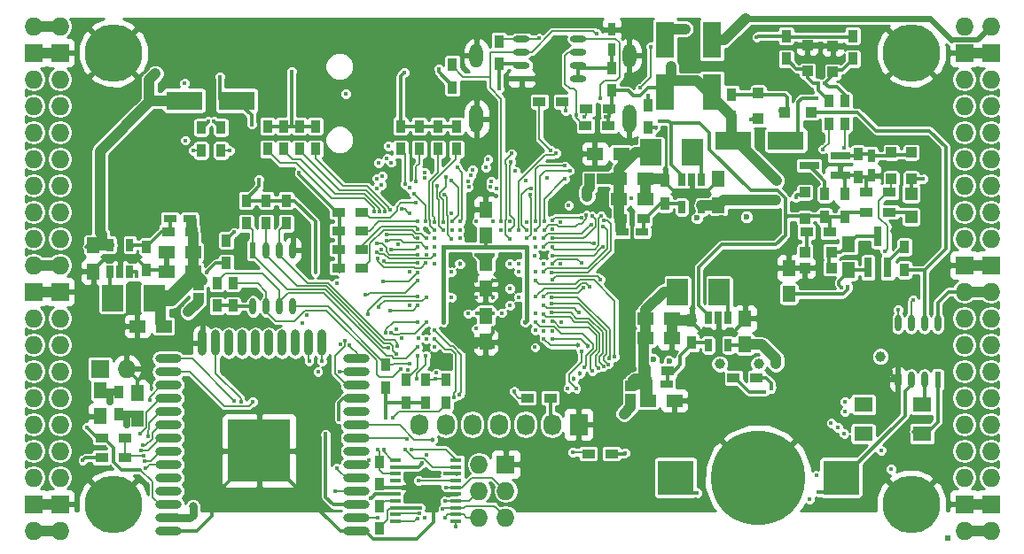
<source format=gbl>
G04 #@! TF.FileFunction,Copper,L4,Bot,Signal*
%FSLAX46Y46*%
G04 Gerber Fmt 4.6, Leading zero omitted, Abs format (unit mm)*
G04 Created by KiCad (PCBNEW 4.0.7+dfsg1-1) date Wed Jan 10 23:52:42 2018*
%MOMM*%
%LPD*%
G01*
G04 APERTURE LIST*
%ADD10C,0.100000*%
%ADD11O,1.727200X1.727200*%
%ADD12R,1.727200X1.727200*%
%ADD13R,0.500000X0.500000*%
%ADD14R,0.900000X1.200000*%
%ADD15R,1.000000X1.000000*%
%ADD16R,1.800000X3.500000*%
%ADD17R,2.000000X2.500000*%
%ADD18R,0.700000X1.200000*%
%ADD19R,1.250000X1.500000*%
%ADD20R,1.500000X1.250000*%
%ADD21R,0.800000X1.900000*%
%ADD22R,1.900000X0.800000*%
%ADD23R,1.200000X0.750000*%
%ADD24R,0.750000X1.200000*%
%ADD25R,1.200000X0.900000*%
%ADD26C,5.500000*%
%ADD27R,1.000000X0.400000*%
%ADD28R,1.727200X2.032000*%
%ADD29O,1.727200X2.032000*%
%ADD30R,3.500000X1.800000*%
%ADD31R,3.500000X3.300000*%
%ADD32C,9.000000*%
%ADD33O,1.300000X2.700000*%
%ADD34O,1.300000X2.300000*%
%ADD35R,0.600000X1.550000*%
%ADD36O,0.600000X1.550000*%
%ADD37R,1.550000X0.600000*%
%ADD38O,1.550000X0.600000*%
%ADD39O,2.500000X0.900000*%
%ADD40O,0.900000X2.500000*%
%ADD41R,6.000000X6.000000*%
%ADD42R,1.800000X1.400000*%
%ADD43R,1.200000X1.200000*%
%ADD44C,0.400000*%
%ADD45C,1.000000*%
%ADD46C,0.600000*%
%ADD47C,0.454000*%
%ADD48C,0.800000*%
%ADD49C,0.700000*%
%ADD50C,0.300000*%
%ADD51C,0.190000*%
%ADD52C,1.000000*%
%ADD53C,0.600000*%
%ADD54C,0.500000*%
%ADD55C,0.800000*%
%ADD56C,0.700000*%
%ADD57C,0.400000*%
%ADD58C,1.500000*%
%ADD59C,0.127000*%
%ADD60C,1.200000*%
%ADD61C,0.200000*%
%ADD62C,0.254000*%
G04 APERTURE END LIST*
D10*
D11*
X97910000Y-62690000D03*
X95370000Y-62690000D03*
D12*
X97910000Y-65230000D03*
X95370000Y-65230000D03*
D11*
X97910000Y-67770000D03*
X95370000Y-67770000D03*
X97910000Y-70310000D03*
X95370000Y-70310000D03*
X97910000Y-72850000D03*
X95370000Y-72850000D03*
X97910000Y-75390000D03*
X95370000Y-75390000D03*
X97910000Y-77930000D03*
X95370000Y-77930000D03*
X97910000Y-80470000D03*
X95370000Y-80470000D03*
X97910000Y-83010000D03*
X95370000Y-83010000D03*
X97910000Y-85550000D03*
X95370000Y-85550000D03*
D12*
X97910000Y-88090000D03*
X95370000Y-88090000D03*
D11*
X97910000Y-90630000D03*
X95370000Y-90630000D03*
X97910000Y-93170000D03*
X95370000Y-93170000D03*
X97910000Y-95710000D03*
X95370000Y-95710000D03*
X97910000Y-98250000D03*
X95370000Y-98250000D03*
X97910000Y-100790000D03*
X95370000Y-100790000D03*
X97910000Y-103330000D03*
X95370000Y-103330000D03*
X97910000Y-105870000D03*
X95370000Y-105870000D03*
D12*
X97910000Y-108410000D03*
X95370000Y-108410000D03*
D11*
X97910000Y-110950000D03*
X95370000Y-110950000D03*
D13*
X182675150Y-111637626D03*
D14*
X103498000Y-99858000D03*
X103498000Y-97658000D03*
D15*
X152393000Y-97142000D03*
X152393000Y-98342000D03*
D16*
X155695000Y-69000000D03*
X155695000Y-64000000D03*
D14*
X154044000Y-72426000D03*
X154044000Y-70226000D03*
D17*
X160870000Y-88090000D03*
X156870000Y-88090000D03*
D18*
X159825000Y-90600000D03*
X160775000Y-90600000D03*
X161725000Y-90600000D03*
X161725000Y-93200000D03*
X159825000Y-93200000D03*
D17*
X102895000Y-88725000D03*
X106895000Y-88725000D03*
D18*
X104575000Y-86215000D03*
X103625000Y-86215000D03*
X102675000Y-86215000D03*
X102675000Y-83615000D03*
X104575000Y-83615000D03*
D17*
X158330000Y-74755000D03*
X154330000Y-74755000D03*
D18*
X157285000Y-77392000D03*
X158235000Y-77392000D03*
X159185000Y-77392000D03*
X159185000Y-79992000D03*
X157285000Y-79992000D03*
D19*
X101085000Y-83665000D03*
X101085000Y-86165000D03*
D20*
X153810000Y-90630000D03*
X156310000Y-90630000D03*
X153810000Y-92535000D03*
X156310000Y-92535000D03*
D19*
X163315000Y-93150000D03*
X163315000Y-90650000D03*
D20*
X151270000Y-79200000D03*
X153770000Y-79200000D03*
X151270000Y-77295000D03*
X153770000Y-77295000D03*
D19*
X160775000Y-79815000D03*
X160775000Y-77315000D03*
D20*
X110590000Y-84280000D03*
X108090000Y-84280000D03*
X110590000Y-86185000D03*
X108090000Y-86185000D03*
D19*
X173221000Y-86038000D03*
X173221000Y-83538000D03*
D21*
X176965000Y-85780000D03*
X175065000Y-85780000D03*
X176015000Y-82780000D03*
D22*
X172435000Y-75075000D03*
X172435000Y-76975000D03*
X169435000Y-76025000D03*
D23*
X153910000Y-96910000D03*
X155810000Y-96910000D03*
X151570000Y-82375000D03*
X153470000Y-82375000D03*
X110290000Y-81105000D03*
X108390000Y-81105000D03*
D24*
X175380000Y-75075000D03*
X175380000Y-76975000D03*
D25*
X169200000Y-82375000D03*
X171400000Y-82375000D03*
D14*
X172840000Y-80935000D03*
X172840000Y-78735000D03*
D25*
X177115000Y-80470000D03*
X174915000Y-80470000D03*
D14*
X174110000Y-74925000D03*
X174110000Y-77125000D03*
X178555000Y-83815000D03*
X178555000Y-86015000D03*
X113785000Y-83180000D03*
X113785000Y-85380000D03*
X170935000Y-80935000D03*
X170935000Y-78735000D03*
X128390000Y-108580000D03*
X128390000Y-110780000D03*
D25*
X150572000Y-103584000D03*
X148372000Y-103584000D03*
X177115000Y-78565000D03*
X174915000Y-78565000D03*
X153760000Y-95640000D03*
X155960000Y-95640000D03*
X110440000Y-82375000D03*
X108240000Y-82375000D03*
X151420000Y-81105000D03*
X153620000Y-81105000D03*
D14*
X158235000Y-90800000D03*
X158235000Y-93000000D03*
X106165000Y-86015000D03*
X106165000Y-83815000D03*
X155695000Y-77465000D03*
X155695000Y-79665000D03*
D25*
X126696000Y-85804000D03*
X124496000Y-85804000D03*
X126696000Y-84026000D03*
X124496000Y-84026000D03*
X126696000Y-82248000D03*
X124496000Y-82248000D03*
X126696000Y-80470000D03*
X124496000Y-80470000D03*
D14*
X130422000Y-74458000D03*
X130422000Y-72258000D03*
X132200000Y-74458000D03*
X132200000Y-72258000D03*
X133978000Y-74458000D03*
X133978000Y-72258000D03*
X135756000Y-74458000D03*
X135756000Y-72258000D03*
D24*
X150589600Y-64910000D03*
X150589600Y-63010000D03*
D11*
X184270000Y-110950000D03*
X186810000Y-110950000D03*
D12*
X184270000Y-108410000D03*
X186810000Y-108410000D03*
D11*
X184270000Y-105870000D03*
X186810000Y-105870000D03*
X184270000Y-103330000D03*
X186810000Y-103330000D03*
X184270000Y-100790000D03*
X186810000Y-100790000D03*
X184270000Y-98250000D03*
X186810000Y-98250000D03*
X184270000Y-95710000D03*
X186810000Y-95710000D03*
X184270000Y-93170000D03*
X186810000Y-93170000D03*
X184270000Y-90630000D03*
X186810000Y-90630000D03*
X184270000Y-88090000D03*
X186810000Y-88090000D03*
D12*
X184270000Y-85550000D03*
X186810000Y-85550000D03*
D11*
X184270000Y-83010000D03*
X186810000Y-83010000D03*
X184270000Y-80470000D03*
X186810000Y-80470000D03*
X184270000Y-77930000D03*
X186810000Y-77930000D03*
X184270000Y-75390000D03*
X186810000Y-75390000D03*
X184270000Y-72850000D03*
X186810000Y-72850000D03*
X184270000Y-70310000D03*
X186810000Y-70310000D03*
X184270000Y-67770000D03*
X186810000Y-67770000D03*
D12*
X184270000Y-65230000D03*
X186810000Y-65230000D03*
D11*
X184270000Y-62690000D03*
X186810000Y-62690000D03*
D26*
X102990000Y-108410000D03*
X179190000Y-108410000D03*
X179190000Y-65230000D03*
X102990000Y-65230000D03*
D14*
X162045000Y-71410000D03*
X162045000Y-69210000D03*
X139820000Y-66330000D03*
X139820000Y-64130000D03*
X135375000Y-68532000D03*
X135375000Y-66332000D03*
X150615000Y-68870000D03*
X150615000Y-66670000D03*
D25*
X150275000Y-72215000D03*
X148075000Y-72215000D03*
X150380000Y-70600000D03*
X148180000Y-70600000D03*
D27*
X135735000Y-104215000D03*
X135735000Y-104865000D03*
X135735000Y-105515000D03*
X135735000Y-106165000D03*
X135735000Y-106815000D03*
X135735000Y-107465000D03*
X135735000Y-108115000D03*
X135735000Y-108765000D03*
X135735000Y-109415000D03*
X135735000Y-110065000D03*
X129935000Y-110065000D03*
X129935000Y-109415000D03*
X129935000Y-108765000D03*
X129935000Y-108115000D03*
X129935000Y-107465000D03*
X129935000Y-106815000D03*
X129935000Y-106165000D03*
X129935000Y-105515000D03*
X129935000Y-104865000D03*
X129935000Y-104215000D03*
D14*
X119500000Y-79370000D03*
X119500000Y-81570000D03*
X114420000Y-89444000D03*
X114420000Y-87244000D03*
X129025000Y-97275000D03*
X129025000Y-95075000D03*
X117595000Y-79370000D03*
X117595000Y-81570000D03*
X112896000Y-89444000D03*
X112896000Y-87244000D03*
X115690000Y-79370000D03*
X115690000Y-81570000D03*
D25*
X144730000Y-98250000D03*
X142530000Y-98250000D03*
D14*
X132835000Y-98715000D03*
X132835000Y-96515000D03*
X130930000Y-98715000D03*
X130930000Y-96515000D03*
D25*
X101890000Y-103965000D03*
X104090000Y-103965000D03*
D12*
X101720000Y-95456000D03*
D11*
X104260000Y-95456000D03*
D25*
X104090000Y-102060000D03*
X101890000Y-102060000D03*
D19*
X167506000Y-88324000D03*
X167506000Y-85824000D03*
D25*
X164415000Y-96345000D03*
X162215000Y-96345000D03*
D14*
X167252000Y-65822000D03*
X167252000Y-63622000D03*
D12*
X140455000Y-104600000D03*
D11*
X137915000Y-104600000D03*
X140455000Y-107140000D03*
X137915000Y-107140000D03*
X140455000Y-109680000D03*
X137915000Y-109680000D03*
D19*
X138550000Y-90396000D03*
X138550000Y-92896000D03*
X138550000Y-82736000D03*
X138550000Y-80236000D03*
X138550000Y-85316000D03*
X138550000Y-87816000D03*
X101720000Y-97508000D03*
X101720000Y-100008000D03*
D14*
X113277000Y-74585000D03*
X113277000Y-72385000D03*
X111372000Y-74585000D03*
X111372000Y-72385000D03*
X172840000Y-72045000D03*
X172840000Y-69845000D03*
X171316000Y-72045000D03*
X171316000Y-69845000D03*
D28*
X147440000Y-100790000D03*
D29*
X144900000Y-100790000D03*
X142360000Y-100790000D03*
X139820000Y-100790000D03*
X137280000Y-100790000D03*
X134740000Y-100790000D03*
X132200000Y-100790000D03*
D19*
X105276000Y-100262000D03*
X105276000Y-97762000D03*
D30*
X109761000Y-69802000D03*
X114761000Y-69802000D03*
X167212000Y-73612000D03*
X162212000Y-73612000D03*
D16*
X160140000Y-64000000D03*
X160140000Y-69000000D03*
D20*
X154064000Y-98504000D03*
X156564000Y-98504000D03*
X107796000Y-91392000D03*
X105296000Y-91392000D03*
X151484000Y-74882000D03*
X148984000Y-74882000D03*
D14*
X173602000Y-65822000D03*
X173602000Y-63622000D03*
X134740000Y-96515000D03*
X134740000Y-98715000D03*
D31*
X172485000Y-105870000D03*
X156685000Y-105870000D03*
D32*
X164585000Y-105870000D03*
D15*
X169284000Y-66988000D03*
X169284000Y-64488000D03*
X171697000Y-67081000D03*
X171697000Y-64581000D03*
X169050000Y-84280000D03*
X171550000Y-84280000D03*
X169030000Y-81085000D03*
X169030000Y-78585000D03*
X171550000Y-85804000D03*
X169050000Y-85804000D03*
X179190000Y-77275000D03*
X179190000Y-74775000D03*
X177285000Y-74775000D03*
X177285000Y-77275000D03*
X167145000Y-70945000D03*
X169645000Y-70945000D03*
X164585000Y-69060000D03*
X164585000Y-71560000D03*
X111118000Y-87490000D03*
X111118000Y-88690000D03*
X149691000Y-77295000D03*
X148491000Y-77295000D03*
D14*
X128390000Y-106546000D03*
X128390000Y-104346000D03*
X117722000Y-74458000D03*
X117722000Y-72258000D03*
X119246000Y-74458000D03*
X119246000Y-72258000D03*
X120770000Y-74458000D03*
X120770000Y-72258000D03*
X122294000Y-74458000D03*
X122294000Y-72258000D03*
D25*
X145880000Y-69900000D03*
X143680000Y-69900000D03*
D33*
X152280000Y-71550000D03*
X137680000Y-71550000D03*
D34*
X137680000Y-65500000D03*
X152280000Y-65500000D03*
D35*
X181730000Y-96505000D03*
D36*
X180460000Y-96505000D03*
X179190000Y-96505000D03*
X177920000Y-96505000D03*
X177920000Y-91105000D03*
X179190000Y-91105000D03*
X180460000Y-91105000D03*
X181730000Y-91105000D03*
D37*
X141980000Y-67706500D03*
D38*
X141980000Y-66436500D03*
X141980000Y-65166500D03*
X141980000Y-63896500D03*
X147380000Y-63896500D03*
X147380000Y-65166500D03*
X147380000Y-66436500D03*
X147380000Y-67706500D03*
D35*
X116325000Y-84120000D03*
D36*
X117595000Y-84120000D03*
X118865000Y-84120000D03*
X120135000Y-84120000D03*
X120135000Y-89520000D03*
X118865000Y-89520000D03*
X117595000Y-89520000D03*
X116325000Y-89520000D03*
D39*
X126230000Y-111000000D03*
X126230000Y-109730000D03*
X126230000Y-108460000D03*
X126230000Y-107190000D03*
X126230000Y-105920000D03*
X126230000Y-104650000D03*
X126230000Y-103380000D03*
X126230000Y-102110000D03*
X126230000Y-100840000D03*
X126230000Y-99570000D03*
X126230000Y-98300000D03*
X126230000Y-97030000D03*
X126230000Y-95760000D03*
X126230000Y-94490000D03*
D40*
X122945000Y-93000000D03*
X121675000Y-93000000D03*
X120405000Y-93000000D03*
X119135000Y-93000000D03*
X117865000Y-93000000D03*
X116595000Y-93000000D03*
X115325000Y-93000000D03*
X114055000Y-93000000D03*
X112785000Y-93000000D03*
X111515000Y-93000000D03*
D39*
X108230000Y-94490000D03*
X108230000Y-95760000D03*
X108230000Y-97030000D03*
X108230000Y-98300000D03*
X108230000Y-99570000D03*
X108230000Y-100840000D03*
X108230000Y-102110000D03*
X108230000Y-103380000D03*
X108230000Y-104650000D03*
X108230000Y-105920000D03*
X108230000Y-107190000D03*
X108230000Y-108460000D03*
X108230000Y-109730000D03*
X108230000Y-111000000D03*
D41*
X116930000Y-103300000D03*
D42*
X180212000Y-98882000D03*
X174612000Y-98882000D03*
X174612000Y-101682000D03*
X180212000Y-101682000D03*
D43*
X179190000Y-78735000D03*
X179190000Y-80935000D03*
D44*
X144103496Y-84660400D03*
D45*
X177658444Y-82281349D03*
D44*
X145680000Y-81405125D03*
X145691238Y-94166752D03*
X145759873Y-91010176D03*
D46*
X152525938Y-81463870D03*
D45*
X162956098Y-95078488D03*
X158539988Y-94868772D03*
D46*
X161075765Y-80992022D03*
X164882869Y-80938986D03*
X156262773Y-81349374D03*
X123437000Y-108972000D03*
D44*
X132871770Y-84533979D03*
X132862998Y-82124544D03*
X131278306Y-86213101D03*
X135281276Y-80583119D03*
X131279502Y-89407325D03*
X170309539Y-85441529D03*
X145672808Y-85396062D03*
X133216000Y-107465000D03*
X137680000Y-88600000D03*
X142480000Y-95000000D03*
X141680000Y-92600000D03*
X140836000Y-84534000D03*
X135284627Y-94985297D03*
X135288625Y-94225619D03*
X134455822Y-94267172D03*
X136095958Y-93369652D03*
D47*
X139264636Y-91615205D03*
D45*
X116880503Y-64802940D03*
X106974809Y-64953974D03*
X175210328Y-64948943D03*
X165417246Y-64954666D03*
D44*
X175495631Y-71457432D03*
X177285000Y-95710000D03*
X140880000Y-81400000D03*
X136085174Y-89394826D03*
X140874194Y-91433353D03*
X142480000Y-94200000D03*
X140880000Y-93400000D03*
X139280000Y-93400000D03*
X137680000Y-93400000D03*
X136880000Y-92600000D03*
X135280000Y-92600000D03*
X132880000Y-91800000D03*
X132880000Y-93400000D03*
D47*
X141042859Y-86994997D03*
X139280000Y-87000000D03*
X136110990Y-86995403D03*
X137680000Y-87000000D03*
X136080000Y-84600000D03*
X139280000Y-88600000D03*
D45*
X101707889Y-82423180D03*
X107021491Y-67228122D03*
X166284693Y-95025145D03*
X166248957Y-79348409D03*
X166343357Y-77477990D03*
D44*
X172564535Y-87722010D03*
X150030853Y-71331848D03*
D45*
X156235582Y-66548363D03*
X157600000Y-62944000D03*
D44*
X114513935Y-82409431D03*
X116912932Y-77355158D03*
X109760378Y-68177900D03*
X109840000Y-73620000D03*
X132110753Y-92527478D03*
X113658000Y-89360000D03*
X165803369Y-97344883D03*
D45*
X148237462Y-79019093D03*
D44*
X148271935Y-77558071D03*
D45*
X160905403Y-95006436D03*
D46*
X158731133Y-81048929D03*
X154593901Y-94607945D03*
X156088245Y-94762980D03*
D45*
X164625730Y-94982471D03*
D46*
X163462982Y-80942429D03*
D45*
X176254940Y-94288458D03*
D48*
X110593913Y-108636458D03*
D44*
X180340784Y-77316932D03*
X173137949Y-87594275D03*
D49*
X102710050Y-98594954D03*
D44*
X154794000Y-72426000D03*
X129005202Y-100174798D03*
X137659051Y-91638034D03*
X139820000Y-68665673D03*
X172834633Y-99599920D03*
X172879922Y-98618650D03*
X176305593Y-103279812D03*
X164433885Y-63737451D03*
X134079160Y-66786153D03*
X100080000Y-104200000D03*
X135273306Y-88618602D03*
X139272517Y-84611349D03*
X137680556Y-84534085D03*
X141680000Y-86200000D03*
X135280000Y-86200000D03*
X132880000Y-92600000D03*
X141680000Y-88600000D03*
X141680000Y-85400000D03*
X129983242Y-91668979D03*
X121431221Y-90311593D03*
X130566572Y-92512084D03*
X121041200Y-91125073D03*
X146394787Y-97333919D03*
X143300000Y-86220000D03*
X147175985Y-97333919D03*
X147700000Y-93820000D03*
X144900000Y-91820000D03*
X142277990Y-91000000D03*
D45*
X110128890Y-90028152D03*
D44*
X142480000Y-83800000D03*
X134480000Y-83800000D03*
X134480000Y-91000000D03*
X105245010Y-86595559D03*
X125193541Y-69156848D03*
X155149360Y-71764535D03*
X170182962Y-69571012D03*
X170362901Y-107286196D03*
X158716651Y-107325176D03*
X136028224Y-97922729D03*
X128216338Y-109760338D03*
X132708000Y-109680000D03*
X134750646Y-106810513D03*
X133680000Y-91800000D03*
X135517016Y-98167170D03*
X134675868Y-108131585D03*
D47*
X133449289Y-102232615D03*
D44*
X133680000Y-92600000D03*
X132936956Y-103711000D03*
X127385678Y-104203668D03*
X133685482Y-93402296D03*
X134463998Y-108841973D03*
X131986331Y-96404793D03*
X131039072Y-102187000D03*
X134636872Y-109719950D03*
X132846234Y-94197073D03*
X176700000Y-84220000D03*
X143260000Y-84620000D03*
X120739932Y-76694083D03*
X130761990Y-67119621D03*
X147186000Y-71200000D03*
X147983153Y-71347080D03*
X149475951Y-69619684D03*
X153297112Y-68608292D03*
X177926984Y-89812061D03*
X154329326Y-64643767D03*
X152497066Y-79193467D03*
X146481406Y-79819384D03*
X143650666Y-63862520D03*
X179351513Y-88868327D03*
X149134122Y-63424051D03*
X140035989Y-81400000D03*
X121687479Y-94718249D03*
X128776655Y-87127857D03*
X132083026Y-86260405D03*
X116312533Y-98645922D03*
X122932649Y-94724357D03*
X122527919Y-95725900D03*
X124580000Y-95710000D03*
X116198000Y-72088000D03*
X127586603Y-107875044D03*
X113157250Y-67567056D03*
X146180000Y-70800000D03*
X131453853Y-103208291D03*
X149771692Y-81825658D03*
X144080000Y-86200000D03*
X149533922Y-86909940D03*
X144894316Y-86977564D03*
X144896700Y-83835368D03*
X149549750Y-80868432D03*
D47*
X147343891Y-93217126D03*
D44*
X144113248Y-92588762D03*
X144875155Y-86292748D03*
X149846468Y-81303978D03*
X148696112Y-80861847D03*
X144916886Y-82991356D03*
D47*
X148349010Y-93322307D03*
D44*
X144882352Y-92577990D03*
X144902941Y-90956495D03*
X148747982Y-95669626D03*
X144867244Y-90112484D03*
X149795895Y-95251084D03*
X144855814Y-89268481D03*
X150278898Y-95040253D03*
X150345974Y-94517527D03*
X144877648Y-88622010D03*
X150889207Y-94332565D03*
X143280000Y-87000000D03*
X131084713Y-95564177D03*
X130135246Y-93288711D03*
X130422000Y-95456000D03*
X131316164Y-94959140D03*
X129978307Y-94019141D03*
X132031990Y-93400000D03*
X129222210Y-93441046D03*
X141280657Y-97642010D03*
X133852393Y-95875797D03*
X133762848Y-96395146D03*
X132080000Y-94200000D03*
X128622659Y-84064643D03*
X105895603Y-103765816D03*
X129449238Y-89873934D03*
X130839486Y-103208291D03*
X132075624Y-89410644D03*
X128806823Y-103185900D03*
X128312094Y-89556924D03*
X132162861Y-106185868D03*
X132880000Y-88600000D03*
X127040053Y-88426410D03*
X124322162Y-105002357D03*
X132080000Y-87000000D03*
X125525099Y-93236764D03*
X124202418Y-107207639D03*
X110599084Y-74589383D03*
X132024412Y-109766775D03*
X114104080Y-74612196D03*
X132219727Y-109277292D03*
X115165033Y-98598050D03*
X131847310Y-79589886D03*
X132080000Y-81400000D03*
X132080007Y-82103333D03*
X132872609Y-82968555D03*
X133627359Y-81414685D03*
X133648389Y-82190597D03*
X131923295Y-77584853D03*
X130856828Y-77786820D03*
X129533728Y-91985990D03*
X132880000Y-91000000D03*
X129006717Y-91985990D03*
X132077648Y-90977990D03*
X131275302Y-80595752D03*
X130489904Y-80167235D03*
X128823114Y-85153560D03*
X132072985Y-85377990D03*
X134476508Y-82180155D03*
X133942383Y-77980766D03*
X163908850Y-71651861D03*
X135656559Y-110610712D03*
X132468001Y-104503413D03*
X146844288Y-103452739D03*
D49*
X104260000Y-100790000D03*
D44*
X114554968Y-98534219D03*
X111895217Y-86253790D03*
X165170594Y-97666317D03*
X170157734Y-105666345D03*
X169506589Y-107953726D03*
X170735900Y-74464979D03*
X143257990Y-83000000D03*
X168166438Y-79108038D03*
X151896383Y-103510715D03*
X112614274Y-71803529D03*
X112074854Y-71810535D03*
X143269694Y-93414905D03*
X177274002Y-105079115D03*
X172761273Y-101651681D03*
X143280000Y-91800000D03*
X172193360Y-101105663D03*
X144064831Y-91877646D03*
X144080000Y-90956495D03*
X171540304Y-100645743D03*
X135320520Y-82196441D03*
X129493343Y-75737814D03*
X136080000Y-82200000D03*
X129125079Y-75315804D03*
X136080000Y-83000000D03*
X129252218Y-74142461D03*
X142377451Y-77497451D03*
X172746637Y-74347988D03*
X143280000Y-83800000D03*
X170300000Y-68151000D03*
X170950000Y-68125562D03*
X125110333Y-92787995D03*
X124361185Y-87274371D03*
X124361184Y-87274370D03*
X182675150Y-111637626D03*
X166678914Y-70803555D03*
X123273881Y-101715917D03*
X129660000Y-100155000D03*
X127308270Y-90221456D03*
X132084049Y-88558274D03*
X128280000Y-103200000D03*
X120008000Y-67008000D03*
X133680000Y-83000000D03*
X129457990Y-80285112D03*
X133680000Y-83800000D03*
X128943593Y-80399729D03*
X130204628Y-83599483D03*
X128416582Y-80399850D03*
X127889625Y-80407426D03*
X133680000Y-85400000D03*
X144780000Y-74590382D03*
X137689001Y-90122990D03*
D45*
X151758000Y-99774000D03*
D44*
X136885174Y-90194826D03*
X140094890Y-90122990D03*
X139280000Y-90122990D03*
X140880000Y-89400000D03*
X140880000Y-87800000D03*
X140880000Y-85400000D03*
D47*
X136080000Y-85400000D03*
D44*
X128333179Y-75769807D03*
X134613000Y-78819000D03*
X135280000Y-83022010D03*
X154052298Y-69302298D03*
X100450000Y-101044000D03*
X132285867Y-108754446D03*
X134707351Y-105508447D03*
X139280000Y-81400000D03*
X139578623Y-78205862D03*
X139034115Y-78040948D03*
X139046749Y-77514088D03*
X138580000Y-76200000D03*
X138779198Y-75400762D03*
X137680000Y-81400000D03*
X137308732Y-76415018D03*
X137106948Y-76979922D03*
X136859538Y-77550820D03*
X136922059Y-78097889D03*
X136096392Y-81395070D03*
X135830698Y-76200613D03*
X135315381Y-81391918D03*
X135280062Y-77463305D03*
X134471370Y-81406751D03*
X134758050Y-77130140D03*
D47*
X146942280Y-96452058D03*
X147534467Y-95913260D03*
D44*
X147928857Y-95339016D03*
X143322010Y-91000657D03*
X149284391Y-95377990D03*
X144077013Y-90266968D03*
X147430953Y-90112484D03*
X144076240Y-89395301D03*
X143322010Y-90201951D03*
X147910791Y-87683418D03*
X144082832Y-88584510D03*
X143322010Y-88595030D03*
X148483539Y-87608166D03*
X144102010Y-85397219D03*
X144889349Y-85448737D03*
X147687390Y-85374093D03*
X149732494Y-83807694D03*
X144912409Y-84635817D03*
X148921512Y-83442010D03*
X144103186Y-83777990D03*
X148610661Y-81705858D03*
X144102010Y-83000000D03*
X144888125Y-82147345D03*
X148175253Y-80781550D03*
X144125486Y-82186468D03*
X147688311Y-80983115D03*
X144880008Y-81303333D03*
X142841210Y-78784254D03*
X142473549Y-82998913D03*
X142864275Y-78217369D03*
X142437464Y-82181475D03*
X146089079Y-77300571D03*
X144144931Y-81387081D03*
X144394875Y-77219934D03*
X146577729Y-76500816D03*
X143281475Y-82206074D03*
X146130802Y-76060132D03*
X143300920Y-81377293D03*
X145255695Y-74817220D03*
X141662690Y-82207782D03*
X142456909Y-81405800D03*
X140030954Y-82200000D03*
X141342967Y-76554996D03*
X141046643Y-74873804D03*
X140864029Y-83041403D03*
X140874966Y-82177164D03*
X140980062Y-75681941D03*
X132761172Y-77202673D03*
X132737245Y-76676207D03*
X128644933Y-77050030D03*
X128152012Y-77257840D03*
X128125571Y-78233647D03*
X128590544Y-77894041D03*
X131253134Y-78134216D03*
X106477197Y-98487772D03*
X131709326Y-78745875D03*
X132783339Y-81400004D03*
X132079024Y-82984045D03*
X129109095Y-82655074D03*
X105572759Y-101661319D03*
X106276126Y-101893466D03*
X132880889Y-83897835D03*
X129054383Y-83179239D03*
X129487667Y-84079929D03*
X132083682Y-83828056D03*
X105813763Y-102819336D03*
X128165458Y-83509725D03*
X132062099Y-84533979D03*
X105627254Y-103312241D03*
X128182016Y-84353737D03*
X105992720Y-104283802D03*
X133671942Y-84595200D03*
X128207686Y-84880123D03*
X106088753Y-104974041D03*
X132834641Y-85377990D03*
X124549015Y-100281602D03*
X124681087Y-93093755D03*
D50*
X155822000Y-83645000D02*
X155822000Y-81790147D01*
X155822000Y-81790147D02*
X156262773Y-81349374D01*
X153039876Y-83645000D02*
X155822000Y-83645000D01*
X152525938Y-83131062D02*
X153039876Y-83645000D01*
X152525938Y-81463870D02*
X152525938Y-83131062D01*
D51*
X138029000Y-66332000D02*
X138115000Y-66246000D01*
D50*
X133415999Y-107664999D02*
X133216000Y-107465000D01*
X133612013Y-107861013D02*
X133415999Y-107664999D01*
X131991648Y-111780338D02*
X133612013Y-110159973D01*
X127810434Y-111780338D02*
X131991648Y-111780338D01*
X133612013Y-110159973D02*
X133612013Y-107861013D01*
X127060434Y-111030338D02*
X127810434Y-111780338D01*
X126260434Y-111030338D02*
X127060434Y-111030338D01*
D52*
X184270000Y-108410000D02*
X186810000Y-108410000D01*
X184270000Y-85550000D02*
X186810000Y-85550000D01*
X184270000Y-65230000D02*
X186810000Y-65230000D01*
X95370000Y-65230000D02*
X97910000Y-65230000D01*
X95370000Y-88090000D02*
X97910000Y-88090000D01*
X95370000Y-108410000D02*
X97910000Y-108410000D01*
D50*
X108260434Y-111030338D02*
X109060434Y-111030338D01*
X109060434Y-111030338D02*
X109140772Y-110950000D01*
X110957617Y-110950000D02*
X112380000Y-109527617D01*
X109140772Y-110950000D02*
X110957617Y-110950000D01*
X112380000Y-109527617D02*
X112380000Y-107854384D01*
X112380000Y-107854384D02*
X116904046Y-103330338D01*
X116904046Y-103330338D02*
X116960434Y-103330338D01*
X167506000Y-85824000D02*
X169927068Y-85824000D01*
X169927068Y-85824000D02*
X170109540Y-85641528D01*
X170109540Y-85641528D02*
X170309539Y-85441529D01*
X104260000Y-95456000D02*
X105276000Y-96472000D01*
X105276000Y-96472000D02*
X105276000Y-97762000D01*
X133216000Y-107465000D02*
X132214478Y-107465000D01*
X135735000Y-107465000D02*
X133216000Y-107465000D01*
X132214478Y-107465000D02*
X131572496Y-106823018D01*
X131572496Y-106823018D02*
X129919874Y-106823018D01*
X126260434Y-111030338D02*
X124660659Y-111030338D01*
X124660659Y-111030338D02*
X116960659Y-103330338D01*
X116960659Y-103330338D02*
X116960434Y-103330338D01*
X129935000Y-106815000D02*
X128659000Y-106815000D01*
X128659000Y-106815000D02*
X128390000Y-106546000D01*
X128390000Y-106546000D02*
X128558000Y-106546000D01*
X136126306Y-93400000D02*
X136095958Y-93369652D01*
X136880000Y-92600000D02*
X136110348Y-93369652D01*
X136049652Y-93369652D02*
X136095958Y-93369652D01*
X137680000Y-93400000D02*
X136126306Y-93400000D01*
X135280000Y-92600000D02*
X136049652Y-93369652D01*
X136110348Y-93369652D02*
X136095958Y-93369652D01*
X139264636Y-92054364D02*
X139264636Y-91936231D01*
X139264636Y-91936231D02*
X139264636Y-91615205D01*
X138550000Y-92769000D02*
X139264636Y-92054364D01*
X136880000Y-92600000D02*
X137680000Y-93400000D01*
X136880000Y-92600000D02*
X138381000Y-92600000D01*
X138381000Y-92600000D02*
X138550000Y-92769000D01*
X135280000Y-92600000D02*
X136880000Y-92600000D01*
X138550000Y-92769000D02*
X138649000Y-92769000D01*
X138649000Y-92769000D02*
X139280000Y-93400000D01*
X138550000Y-92769000D02*
X138311000Y-92769000D01*
X138311000Y-92769000D02*
X137680000Y-93400000D01*
X175042385Y-64781000D02*
X175210328Y-64948943D01*
X171697000Y-64781000D02*
X175042385Y-64781000D01*
X165683912Y-64688000D02*
X165417246Y-64954666D01*
X169284000Y-64688000D02*
X165683912Y-64688000D01*
X169284000Y-64688000D02*
X171604000Y-64688000D01*
X171604000Y-64688000D02*
X171697000Y-64781000D01*
X177285000Y-95710000D02*
X177285000Y-95964000D01*
X177285000Y-95964000D02*
X177920000Y-96599000D01*
X102210000Y-84915000D02*
X103625000Y-84915000D01*
X103625000Y-84915000D02*
X105215000Y-84915000D01*
X103625000Y-86215000D02*
X103625000Y-84915000D01*
X105215000Y-84915000D02*
X106165000Y-85865000D01*
X106165000Y-85865000D02*
X106165000Y-86015000D01*
X101085000Y-86165000D02*
X101085000Y-86040000D01*
X101085000Y-86040000D02*
X102210000Y-84915000D01*
X106165000Y-86015000D02*
X107920000Y-86015000D01*
X107920000Y-86015000D02*
X108090000Y-86185000D01*
D52*
X153770000Y-77295000D02*
X155525000Y-77295000D01*
D50*
X155525000Y-77295000D02*
X155695000Y-77465000D01*
D52*
X153770000Y-79200000D02*
X153770000Y-77295000D01*
D50*
X174110000Y-77125000D02*
X174745000Y-77125000D01*
X174745000Y-77125000D02*
X175230000Y-77125000D01*
X174915000Y-78565000D02*
X174915000Y-77295000D01*
X174915000Y-77295000D02*
X174745000Y-77125000D01*
X172840000Y-78735000D02*
X172840000Y-77380000D01*
X172840000Y-77380000D02*
X172435000Y-76975000D01*
X175230000Y-77125000D02*
X175380000Y-76975000D01*
X172435000Y-76975000D02*
X173960000Y-76975000D01*
X173960000Y-76975000D02*
X174110000Y-77125000D01*
X137680000Y-86200000D02*
X137680000Y-86600000D01*
X136080000Y-84600000D02*
X137680000Y-86200000D01*
X159850000Y-78365000D02*
X158235000Y-78365000D01*
X158235000Y-78365000D02*
X156445000Y-78365000D01*
X158235000Y-77235000D02*
X158235000Y-78365000D01*
X160775000Y-77315000D02*
X160775000Y-77440000D01*
X160775000Y-77440000D02*
X159850000Y-78365000D01*
X156445000Y-78365000D02*
X155695000Y-77615000D01*
X155695000Y-77615000D02*
X155695000Y-77465000D01*
D52*
X156310000Y-90630000D02*
X156310000Y-92535000D01*
X158235000Y-90800000D02*
X156480000Y-90800000D01*
D50*
X156480000Y-90800000D02*
X156310000Y-90630000D01*
X163315000Y-90650000D02*
X163315000Y-90834602D01*
X163315000Y-90834602D02*
X162249602Y-91900000D01*
X162249602Y-91900000D02*
X160775000Y-91900000D01*
X101085000Y-86165000D02*
X101085000Y-85929893D01*
X106165000Y-85944374D02*
X106165000Y-86015000D01*
X159185000Y-91900000D02*
X160775000Y-91900000D01*
X160775000Y-90600000D02*
X160775000Y-91900000D01*
X158235000Y-90800000D02*
X158235000Y-90950000D01*
X158235000Y-90950000D02*
X159185000Y-91900000D01*
X108090000Y-84280000D02*
X108090000Y-86185000D01*
X107625000Y-84745000D02*
X108090000Y-84280000D01*
X108070000Y-84260000D02*
X108090000Y-84280000D01*
X141037856Y-87000000D02*
X141042859Y-86994997D01*
X139280000Y-87000000D02*
X141037856Y-87000000D01*
X136432016Y-86995403D02*
X136110990Y-86995403D01*
X137284597Y-86995403D02*
X136432016Y-86995403D01*
X137680000Y-86600000D02*
X137284597Y-86995403D01*
X137680000Y-86600000D02*
X137680000Y-87000000D01*
D52*
X101707889Y-74640111D02*
X101707889Y-81716074D01*
X106407114Y-69940886D02*
X101707889Y-74640111D01*
D50*
X101733051Y-82423180D02*
X101707889Y-82423180D01*
D52*
X101707889Y-81716074D02*
X101707889Y-82423180D01*
D50*
X101913492Y-82603621D02*
X101733051Y-82423180D01*
D52*
X106407114Y-69940886D02*
X106407114Y-67842499D01*
X106521492Y-67728121D02*
X107021491Y-67228122D01*
X106407114Y-67842499D02*
X106521492Y-67728121D01*
X166284693Y-94494693D02*
X166284693Y-95025145D01*
X164940000Y-93150000D02*
X166284693Y-94494693D01*
X163315000Y-93150000D02*
X164940000Y-93150000D01*
X165541851Y-79348409D02*
X166248957Y-79348409D01*
X161241591Y-79348409D02*
X165541851Y-79348409D01*
X160790000Y-79800000D02*
X161241591Y-79348409D01*
D50*
X150615000Y-68870000D02*
X152180000Y-68870000D01*
X153331001Y-69348999D02*
X152658999Y-69348999D01*
X152658999Y-69348999D02*
X152180000Y-68870000D01*
X154087002Y-68592998D02*
X155287998Y-68592998D01*
X153331001Y-69348999D02*
X154087002Y-68592998D01*
X155287998Y-68592998D02*
X155695000Y-69000000D01*
D52*
X162045000Y-71410000D02*
X162045000Y-73179633D01*
X162045000Y-73179633D02*
X165843358Y-76977991D01*
X165843358Y-76977991D02*
X166343357Y-77477990D01*
D50*
X101085000Y-83665000D02*
X101684316Y-83665000D01*
X101684316Y-83665000D02*
X101913492Y-83435824D01*
D52*
X101913492Y-83435824D02*
X101913492Y-82603621D01*
D50*
X172296000Y-87453475D02*
X172364536Y-87522011D01*
X172364536Y-87522011D02*
X172564535Y-87722010D01*
X172296000Y-87088000D02*
X172296000Y-87453475D01*
X173221000Y-86038000D02*
X173221000Y-86163000D01*
X173221000Y-86163000D02*
X172296000Y-87088000D01*
X150275000Y-71465000D02*
X150380000Y-71360000D01*
X150380000Y-71360000D02*
X150380000Y-70600000D01*
X150615000Y-70935000D02*
X150615000Y-69995990D01*
X150615000Y-69995990D02*
X150615000Y-68870000D01*
X150313695Y-71331848D02*
X150030853Y-71331848D01*
X150141848Y-71331848D02*
X150030853Y-71331848D01*
X150275000Y-71465000D02*
X150141848Y-71331848D01*
X150275000Y-72215000D02*
X150275000Y-71465000D01*
X160140000Y-69000000D02*
X160140000Y-69850000D01*
X160140000Y-69850000D02*
X161700000Y-71410000D01*
D52*
X156235582Y-67716832D02*
X156235582Y-66548363D01*
X158681338Y-67896338D02*
X156415088Y-67896338D01*
X156415088Y-67896338D02*
X156235582Y-67716832D01*
D50*
X156235582Y-66578582D02*
X156235582Y-66548363D01*
X110610000Y-69548000D02*
X110610000Y-69802000D01*
D52*
X109975000Y-69802000D02*
X106546000Y-69802000D01*
X106546000Y-69802000D02*
X106419000Y-69929000D01*
X106419000Y-69929000D02*
X106407114Y-69940886D01*
D50*
X106419000Y-69675000D02*
X106419000Y-69929000D01*
X100572432Y-83665000D02*
X100424079Y-83813353D01*
X101085000Y-83665000D02*
X100572432Y-83665000D01*
X160790000Y-79800000D02*
X160775000Y-79815000D01*
X160775000Y-79940000D02*
X160775000Y-79815000D01*
X164925000Y-93150000D02*
X164240000Y-93150000D01*
X164240000Y-93150000D02*
X163315000Y-93150000D01*
X101085000Y-83665000D02*
X101085000Y-83790000D01*
D52*
X159185000Y-79835000D02*
X160755000Y-79835000D01*
D50*
X160755000Y-79835000D02*
X160775000Y-79815000D01*
X161725000Y-93200000D02*
X163265000Y-93200000D01*
X163265000Y-93200000D02*
X163315000Y-93150000D01*
X173221000Y-86038000D02*
X174807000Y-86038000D01*
X174807000Y-86038000D02*
X175065000Y-85780000D01*
D52*
X101085000Y-83665000D02*
X102625000Y-83665000D01*
D50*
X102625000Y-83665000D02*
X102675000Y-83615000D01*
X161700000Y-71410000D02*
X162045000Y-71410000D01*
D52*
X162045000Y-71410000D02*
X162045000Y-71260000D01*
X162045000Y-71260000D02*
X158681338Y-67896338D01*
D50*
X162045000Y-71753000D02*
X162045000Y-71410000D01*
X155695000Y-64000000D02*
X155695000Y-63368337D01*
X155695000Y-63368337D02*
X156119337Y-62944000D01*
D52*
X156119337Y-62944000D02*
X157600000Y-62944000D01*
X160140000Y-64000000D02*
X161340000Y-64000000D01*
X161340000Y-64000000D02*
X163399217Y-61940783D01*
D53*
X163399217Y-61940783D02*
X180980783Y-61940783D01*
D54*
X185540000Y-63960000D02*
X186810000Y-62690000D01*
D53*
X180980783Y-61940783D02*
X183000000Y-63960000D01*
D54*
X183000000Y-63960000D02*
X185540000Y-63960000D01*
D50*
X113785000Y-83138366D02*
X114313936Y-82609430D01*
X113785000Y-83180000D02*
X113785000Y-83138366D01*
X114313936Y-82609430D02*
X114513935Y-82409431D01*
X116912932Y-77638000D02*
X116912932Y-77355158D01*
X116912932Y-77997068D02*
X116912932Y-77638000D01*
X115690000Y-79220000D02*
X116912932Y-77997068D01*
X115690000Y-79370000D02*
X115690000Y-79220000D01*
X112896000Y-89444000D02*
X113574000Y-89444000D01*
X113574000Y-89444000D02*
X113658000Y-89360000D01*
X114420000Y-89444000D02*
X113742000Y-89444000D01*
X113742000Y-89444000D02*
X113658000Y-89360000D01*
X112856637Y-89483363D02*
X112896000Y-89444000D01*
X179190000Y-78735000D02*
X179190000Y-77275000D01*
X165803369Y-96833369D02*
X165803369Y-97062041D01*
X165315000Y-96345000D02*
X165803369Y-96833369D01*
X165803369Y-97062041D02*
X165803369Y-97344883D01*
X164415000Y-96345000D02*
X165315000Y-96345000D01*
D52*
X148202000Y-78413082D02*
X148202454Y-78413536D01*
D50*
X148491000Y-77295000D02*
X148491000Y-77339006D01*
X148491000Y-77339006D02*
X148471934Y-77358072D01*
X148471934Y-77358072D02*
X148271935Y-77558071D01*
X148202000Y-78022023D02*
X148271935Y-77952088D01*
X148271935Y-77952088D02*
X148271935Y-77840913D01*
D52*
X148202454Y-78413536D02*
X148202454Y-78984085D01*
X148202454Y-78984085D02*
X148237462Y-79019093D01*
D50*
X148271935Y-77840913D02*
X148271935Y-77558071D01*
D55*
X110593913Y-109202143D02*
X110593913Y-108636458D01*
X110593913Y-109476859D02*
X110593913Y-109202143D01*
X110310434Y-109760338D02*
X110593913Y-109476859D01*
X108260434Y-109760338D02*
X110310434Y-109760338D01*
D50*
X179190000Y-77075000D02*
X179431932Y-77316932D01*
X179431932Y-77316932D02*
X180057942Y-77316932D01*
X180057942Y-77316932D02*
X180340784Y-77316932D01*
D52*
X184270000Y-110950000D02*
X186810000Y-110950000D01*
X184270000Y-88090000D02*
X186810000Y-88090000D01*
X95370000Y-62690000D02*
X97910000Y-62690000D01*
X95370000Y-85550000D02*
X97910000Y-85550000D01*
X95370000Y-110950000D02*
X97910000Y-110950000D01*
D50*
X129025000Y-97275000D02*
X129025000Y-98800000D01*
X129025000Y-98800000D02*
X129025000Y-100155000D01*
X130930000Y-98715000D02*
X129110000Y-98715000D01*
X129110000Y-98715000D02*
X129025000Y-98800000D01*
X167506000Y-88324000D02*
X172691066Y-88324000D01*
X172691066Y-88324000D02*
X173137949Y-87877117D01*
X173137949Y-87877117D02*
X173137949Y-87594275D01*
D56*
X102710050Y-97683950D02*
X102710050Y-98099980D01*
X102736000Y-97658000D02*
X102710050Y-97683950D01*
X102710050Y-98099980D02*
X102710050Y-98594954D01*
X102736000Y-97658000D02*
X101870000Y-97658000D01*
X103498000Y-97658000D02*
X102736000Y-97658000D01*
D50*
X101870000Y-97658000D02*
X101720000Y-97508000D01*
X148202000Y-78413082D02*
X148491000Y-78124082D01*
D52*
X148491000Y-78124082D02*
X148491000Y-77295000D01*
X148202000Y-78413082D02*
X148439744Y-78175338D01*
D50*
X154806000Y-72438000D02*
X154794000Y-72426000D01*
X154044000Y-72426000D02*
X154794000Y-72426000D01*
X129025000Y-100155000D02*
X129005202Y-100174798D01*
X129025000Y-97275000D02*
X129025000Y-98175000D01*
X132835000Y-98715000D02*
X130930000Y-98715000D01*
X173602000Y-63706000D02*
X167336000Y-63706000D01*
X167336000Y-63706000D02*
X167252000Y-63622000D01*
X167252000Y-63622000D02*
X164549336Y-63622000D01*
X164549336Y-63622000D02*
X164433885Y-63737451D01*
X138550000Y-85042000D02*
X138188471Y-85042000D01*
X138188471Y-85042000D02*
X137680556Y-84534085D01*
X138550000Y-85042000D02*
X138841866Y-85042000D01*
X138841866Y-85042000D02*
X139272517Y-84611349D01*
X137680556Y-84534085D02*
X139195253Y-84534085D01*
X139195253Y-84534085D02*
X139272517Y-84611349D01*
X139820000Y-66330000D02*
X139820000Y-68665673D01*
X134079160Y-67068995D02*
X134079160Y-66786153D01*
X134079160Y-67086160D02*
X134079160Y-67068995D01*
X135375000Y-68382000D02*
X134079160Y-67086160D01*
X135375000Y-68532000D02*
X135375000Y-68382000D01*
X181730000Y-89106000D02*
X182746000Y-88090000D01*
X182746000Y-88090000D02*
X184270000Y-88090000D01*
X181730000Y-91011000D02*
X181730000Y-89106000D01*
X144730000Y-98250000D02*
X144730000Y-99266000D01*
X144730000Y-99266000D02*
X144730000Y-99400000D01*
X144730000Y-99400000D02*
X144730000Y-100620000D01*
X122280000Y-86300000D02*
X122280000Y-81400000D01*
X122280000Y-81400000D02*
X120250000Y-79370000D01*
X120250000Y-79370000D02*
X119500000Y-79370000D01*
X100315000Y-103965000D02*
X100080000Y-104200000D01*
X101890000Y-103965000D02*
X100315000Y-103965000D01*
X117595000Y-79370000D02*
X119500000Y-79370000D01*
X115690000Y-79370000D02*
X117595000Y-79370000D01*
X114480000Y-89500000D02*
X116305000Y-89500000D01*
X116305000Y-89500000D02*
X116325000Y-89520000D01*
X144900000Y-98250000D02*
X144730000Y-98250000D01*
X144730000Y-100620000D02*
X144900000Y-100790000D01*
X139820000Y-66330000D02*
X141875000Y-66330000D01*
X141875000Y-66330000D02*
X141980000Y-66435000D01*
D51*
X146493162Y-96651096D02*
X146975986Y-97133920D01*
X146975986Y-97133920D02*
X147175985Y-97333919D01*
X147700000Y-93820000D02*
X147700000Y-94825565D01*
X147700000Y-94825565D02*
X146493162Y-96032403D01*
X146493162Y-96032403D02*
X146493162Y-96651096D01*
D50*
X156010000Y-95710000D02*
X156524914Y-95710000D01*
X156524914Y-95710000D02*
X157145126Y-95089788D01*
X157145126Y-95089788D02*
X157145126Y-94239874D01*
X157145126Y-94239874D02*
X158235000Y-93150000D01*
X158235000Y-93150000D02*
X158235000Y-93000000D01*
X155960000Y-95640000D02*
X155960000Y-96760000D01*
X155960000Y-96760000D02*
X155810000Y-96910000D01*
X158235000Y-93000000D02*
X159625000Y-93000000D01*
X159625000Y-93000000D02*
X159825000Y-93200000D01*
D57*
X142480000Y-90797990D02*
X142477989Y-90800001D01*
X142480000Y-83800000D02*
X142480000Y-90797990D01*
X142477989Y-90800001D02*
X142277990Y-91000000D01*
D52*
X111124699Y-88838819D02*
X111124699Y-89032343D01*
X111124699Y-89032343D02*
X110128890Y-90028152D01*
D57*
X137480000Y-83800000D02*
X138550000Y-83800000D01*
X138550000Y-83800000D02*
X142480000Y-83800000D01*
D50*
X138550000Y-83298000D02*
X138550000Y-83800000D01*
D57*
X134480000Y-83800000D02*
X137480000Y-83800000D01*
X134480000Y-91000000D02*
X134480000Y-83800000D01*
D50*
X105245010Y-86312717D02*
X105245010Y-86595559D01*
X105245010Y-86235010D02*
X105245010Y-86312717D01*
X104575000Y-86215000D02*
X105225000Y-86215000D01*
X105225000Y-86215000D02*
X105245010Y-86235010D01*
X167183550Y-79184144D02*
X167183550Y-81105000D01*
X163850815Y-78403160D02*
X166402566Y-78403160D01*
X159926293Y-72922306D02*
X159926293Y-74478638D01*
X159003987Y-72000000D02*
X159926293Y-72922306D01*
X156280000Y-72000000D02*
X159003987Y-72000000D01*
X166402566Y-78403160D02*
X167183550Y-79184144D01*
X159926293Y-74478638D02*
X163850815Y-78403160D01*
X167183550Y-81105000D02*
X167183550Y-82681450D01*
X166265000Y-83600000D02*
X161080000Y-83600000D01*
X167183550Y-82681450D02*
X166265000Y-83600000D01*
X161080000Y-83600000D02*
X158880000Y-85800000D01*
X158880000Y-85800000D02*
X158880000Y-89400000D01*
X158880000Y-89400000D02*
X159825000Y-90345000D01*
X159825000Y-90345000D02*
X159825000Y-90600000D01*
X156280000Y-72000000D02*
X156044535Y-71764535D01*
X156044535Y-71764535D02*
X155432202Y-71764535D01*
X155432202Y-71764535D02*
X155149360Y-71764535D01*
X169030000Y-80885000D02*
X167403550Y-80885000D01*
X167403550Y-80885000D02*
X167183550Y-81105000D01*
X156280000Y-75980000D02*
X156280000Y-72000000D01*
X157285000Y-77235000D02*
X157285000Y-76985000D01*
X157285000Y-76985000D02*
X156280000Y-75980000D01*
X168980000Y-80885000D02*
X169030000Y-80885000D01*
X169030000Y-80885000D02*
X170885000Y-80885000D01*
X170885000Y-80885000D02*
X170935000Y-80935000D01*
X170935000Y-80935000D02*
X171570000Y-80935000D01*
X171570000Y-80935000D02*
X172840000Y-80935000D01*
X171400000Y-82375000D02*
X171400000Y-81105000D01*
X171400000Y-81105000D02*
X171570000Y-80935000D01*
X174915000Y-80470000D02*
X173305000Y-80470000D01*
X173305000Y-80470000D02*
X172840000Y-80935000D01*
X155210000Y-79665000D02*
X155695000Y-79665000D01*
X153620000Y-81105000D02*
X153770000Y-81105000D01*
X153770000Y-81105000D02*
X155210000Y-79665000D01*
X153620000Y-81105000D02*
X153620000Y-82225000D01*
X153620000Y-82225000D02*
X153470000Y-82375000D01*
X155695000Y-79665000D02*
X157115000Y-79665000D01*
X155525000Y-79835000D02*
X155695000Y-79665000D01*
X157115000Y-79665000D02*
X157285000Y-79835000D01*
X104575000Y-83615000D02*
X105965000Y-83615000D01*
X104775000Y-83815000D02*
X104575000Y-83615000D01*
X108240000Y-82375000D02*
X107605000Y-82375000D01*
X107605000Y-82375000D02*
X106165000Y-83815000D01*
X105965000Y-83615000D02*
X106165000Y-83815000D01*
X108070000Y-82545000D02*
X108240000Y-82375000D01*
X108390000Y-81105000D02*
X108390000Y-82225000D01*
X108390000Y-82225000D02*
X108240000Y-82375000D01*
X168141000Y-73485000D02*
X168402683Y-73223317D01*
X168402683Y-73223317D02*
X168402683Y-69932420D01*
X168402683Y-69932420D02*
X168764091Y-69571012D01*
X168764091Y-69571012D02*
X169900120Y-69571012D01*
X169900120Y-69571012D02*
X170182962Y-69571012D01*
X170645743Y-107286196D02*
X170362901Y-107286196D01*
X171252736Y-107286196D02*
X170645743Y-107286196D01*
X178585200Y-99953732D02*
X171252736Y-107286196D01*
X178585200Y-97635600D02*
X178585200Y-99953732D01*
X179190000Y-97030800D02*
X178585200Y-97635600D01*
X179190000Y-96599000D02*
X179190000Y-97030800D01*
X158433809Y-107325176D02*
X158716651Y-107325176D01*
X158140176Y-107325176D02*
X158433809Y-107325176D01*
X156685000Y-105870000D02*
X158140176Y-107325176D01*
D51*
X136228223Y-97722730D02*
X136028224Y-97922729D01*
X136228223Y-94104329D02*
X136228223Y-97722730D01*
X135425772Y-93301878D02*
X136228223Y-94104329D01*
X135181878Y-93301878D02*
X135425772Y-93301878D01*
X133680000Y-91800000D02*
X135181878Y-93301878D01*
X126260434Y-109760338D02*
X128216338Y-109760338D01*
X126260434Y-109760338D02*
X127060434Y-109760338D01*
X127060434Y-109760338D02*
X127107096Y-109807000D01*
X137254415Y-105873269D02*
X139188269Y-105873269D01*
X139188269Y-105873269D02*
X140455000Y-107140000D01*
X135735000Y-106856777D02*
X135718950Y-106872827D01*
X135718950Y-106872827D02*
X135656636Y-106810513D01*
X135656636Y-106810513D02*
X135033488Y-106810513D01*
X135033488Y-106810513D02*
X134750646Y-106810513D01*
X137254415Y-105873269D02*
X136254857Y-106872827D01*
X135735000Y-106815000D02*
X135735000Y-106856777D01*
X136254857Y-106872827D02*
X135718950Y-106872827D01*
X135717015Y-94041442D02*
X135717015Y-97625405D01*
X135717015Y-97625405D02*
X135517016Y-97825404D01*
X135517016Y-97825404D02*
X135517016Y-97884328D01*
X135517016Y-97884328D02*
X135517016Y-98167170D01*
X133680000Y-92600000D02*
X134698889Y-93618889D01*
X134698889Y-93618889D02*
X135294462Y-93618889D01*
X135294462Y-93618889D02*
X135717015Y-94041442D01*
X133449289Y-102232615D02*
X131722624Y-102232615D01*
X127700434Y-100870338D02*
X126260434Y-100870338D01*
X131722624Y-102232615D02*
X130360347Y-100870338D01*
X130360347Y-100870338D02*
X127700434Y-100870338D01*
X135735000Y-108115000D02*
X136940000Y-108115000D01*
X136940000Y-108115000D02*
X137915000Y-107140000D01*
X135644172Y-108131585D02*
X134958710Y-108131585D01*
X134958710Y-108131585D02*
X134675868Y-108131585D01*
X135669098Y-108106659D02*
X135644172Y-108131585D01*
X135726659Y-108106659D02*
X135669098Y-108106659D01*
X135735000Y-108115000D02*
X135726659Y-108106659D01*
X126909008Y-104680338D02*
X127185679Y-104403667D01*
X126260434Y-104680338D02*
X126909008Y-104680338D01*
X127185679Y-104403667D02*
X127385678Y-104203668D01*
X135735000Y-108765000D02*
X136425000Y-108765000D01*
X136595601Y-108594399D02*
X139369399Y-108594399D01*
X139369399Y-108594399D02*
X139591401Y-108816401D01*
X136425000Y-108765000D02*
X136595601Y-108594399D01*
X139591401Y-108816401D02*
X140455000Y-109680000D01*
X134540971Y-108765000D02*
X134463998Y-108841973D01*
X135735000Y-108765000D02*
X134540971Y-108765000D01*
X132846234Y-94197073D02*
X132846234Y-95083073D01*
X132846234Y-95083073D02*
X131986331Y-95942976D01*
X131986331Y-95942976D02*
X131986331Y-96121951D01*
X131986331Y-96121951D02*
X131986331Y-96404793D01*
X126260434Y-102140338D02*
X130992410Y-102140338D01*
X130992410Y-102140338D02*
X131039072Y-102187000D01*
X136690000Y-109680000D02*
X137915000Y-109680000D01*
X135735000Y-109415000D02*
X136425000Y-109415000D01*
X136425000Y-109415000D02*
X136690000Y-109680000D01*
X134636872Y-109719950D02*
X134941822Y-109415000D01*
X134941822Y-109415000D02*
X135735000Y-109415000D01*
D50*
X182481998Y-74236998D02*
X182481998Y-83998002D01*
X180932202Y-72687202D02*
X182481998Y-74236998D01*
X175826942Y-72687202D02*
X180932202Y-72687202D01*
X174084740Y-70945000D02*
X175826942Y-72687202D01*
X182481998Y-83998002D02*
X180460000Y-86020000D01*
X169445000Y-70945000D02*
X174084740Y-70945000D01*
X180455000Y-86015000D02*
X180460000Y-86020000D01*
X180460000Y-86020000D02*
X180460000Y-91011000D01*
X178555000Y-86015000D02*
X180455000Y-86015000D01*
X176015000Y-82780000D02*
X173979000Y-82780000D01*
X173979000Y-82780000D02*
X173221000Y-83538000D01*
X171350000Y-84280000D02*
X172479000Y-84280000D01*
X172479000Y-84280000D02*
X173221000Y-83538000D01*
X171350000Y-84280000D02*
X171350000Y-85804000D01*
X177285000Y-74975000D02*
X179190000Y-74975000D01*
X175380000Y-75075000D02*
X177185000Y-75075000D01*
X177185000Y-75075000D02*
X177285000Y-74975000D01*
X174110000Y-74925000D02*
X175230000Y-74925000D01*
X175230000Y-74925000D02*
X175380000Y-75075000D01*
X172435000Y-75075000D02*
X173960000Y-75075000D01*
X173960000Y-75075000D02*
X174110000Y-74925000D01*
X169200000Y-82375000D02*
X169200000Y-84230000D01*
X169200000Y-84230000D02*
X169250000Y-84280000D01*
X177115000Y-80470000D02*
X178725000Y-80470000D01*
X178725000Y-80470000D02*
X179190000Y-80935000D01*
X178380000Y-83815000D02*
X178555000Y-83815000D01*
X176965000Y-85780000D02*
X176965000Y-85230000D01*
X176965000Y-85230000D02*
X178380000Y-83815000D01*
X181730000Y-100536000D02*
X180784000Y-101482000D01*
X180784000Y-101482000D02*
X179412000Y-101482000D01*
X181730000Y-96599000D02*
X181730000Y-100536000D01*
X180460000Y-96599000D02*
X180460000Y-99057757D01*
X180460000Y-99057757D02*
X180446075Y-99071682D01*
X170935000Y-78735000D02*
X170935000Y-77525000D01*
X170935000Y-77525000D02*
X169435000Y-76025000D01*
D51*
X177115000Y-78565000D02*
X176965000Y-78565000D01*
X176965000Y-78565000D02*
X176100000Y-79430000D01*
X176100000Y-79430000D02*
X176100000Y-80981630D01*
X176100000Y-80981630D02*
X176936434Y-81818064D01*
X176936434Y-81818064D02*
X176936434Y-84006426D01*
X176936434Y-84006426D02*
X176722860Y-84220000D01*
X176722860Y-84220000D02*
X176700000Y-84220000D01*
X177285000Y-77075000D02*
X177285000Y-78395000D01*
X177285000Y-78395000D02*
X177115000Y-78565000D01*
D50*
X120739932Y-76863932D02*
X120739932Y-76694083D01*
X124346000Y-80470000D02*
X120739932Y-76863932D01*
X124496000Y-80470000D02*
X124346000Y-80470000D01*
X124582000Y-80470000D02*
X124432000Y-80470000D01*
X124582000Y-84279000D02*
X124582000Y-86185000D01*
X124582000Y-82375000D02*
X124582000Y-84279000D01*
X124582000Y-80470000D02*
X124582000Y-82375000D01*
X132200000Y-72258000D02*
X130422000Y-72258000D01*
X133978000Y-72258000D02*
X132200000Y-72258000D01*
X135756000Y-72258000D02*
X133978000Y-72258000D01*
X135748350Y-72191002D02*
X135722352Y-72217000D01*
X130402940Y-67478671D02*
X130761990Y-67119621D01*
X130402940Y-72217000D02*
X130402940Y-67478671D01*
D51*
X147380000Y-65165000D02*
X146460390Y-65165000D01*
X146586447Y-68691785D02*
X146964785Y-68691785D01*
X146460390Y-65165000D02*
X146133498Y-65491892D01*
X146133498Y-65491892D02*
X146133498Y-68238836D01*
X146133498Y-68238836D02*
X146586447Y-68691785D01*
X146964785Y-68691785D02*
X147186000Y-68913000D01*
X147186000Y-68913000D02*
X147186000Y-71200000D01*
X147186000Y-71476000D02*
X147186000Y-71200000D01*
X148075000Y-72215000D02*
X147925000Y-72215000D01*
X147925000Y-72215000D02*
X147186000Y-71476000D01*
X148075000Y-72215000D02*
X148075000Y-71961000D01*
X147380000Y-63895000D02*
X150955962Y-63895000D01*
X150955962Y-63895000D02*
X151352044Y-64291082D01*
X151352044Y-67579418D02*
X151043301Y-67888161D01*
X151352044Y-64291082D02*
X151352044Y-67579418D01*
X151043301Y-67888161D02*
X149894932Y-67888161D01*
X149894932Y-67888161D02*
X149475951Y-68307142D01*
X149475951Y-68307142D02*
X149475951Y-69336842D01*
X149475951Y-69336842D02*
X149475951Y-69619684D01*
X148072920Y-71347080D02*
X147983153Y-71347080D01*
X148180000Y-71240000D02*
X148072920Y-71347080D01*
X148180000Y-70600000D02*
X148180000Y-71240000D01*
X154329326Y-64643767D02*
X154329326Y-67576078D01*
X153497111Y-68408293D02*
X153297112Y-68608292D01*
X154329326Y-67576078D02*
X153497111Y-68408293D01*
X177920000Y-89819045D02*
X177926984Y-89812061D01*
X177920000Y-91011000D02*
X177920000Y-89819045D01*
X141980000Y-63895000D02*
X143618186Y-63895000D01*
X143618186Y-63895000D02*
X143650666Y-63862520D01*
X141980000Y-63895000D02*
X140055000Y-63895000D01*
X140055000Y-63895000D02*
X139820000Y-64130000D01*
X179190000Y-91011000D02*
X179190000Y-89029840D01*
X179190000Y-89029840D02*
X179351513Y-88868327D01*
X142945000Y-65165000D02*
X144935202Y-63174798D01*
X148934123Y-63224052D02*
X149134122Y-63424051D01*
X144935202Y-63174798D02*
X148884869Y-63174798D01*
X148884869Y-63174798D02*
X148934123Y-63224052D01*
X141980000Y-65165000D02*
X142945000Y-65165000D01*
X138980000Y-68578574D02*
X138980000Y-67516000D01*
X140035989Y-81400000D02*
X140035989Y-69634563D01*
X140035989Y-69634563D02*
X138980000Y-68578574D01*
X136409000Y-67516000D02*
X138980000Y-67516000D01*
X138980000Y-67516000D02*
X138980000Y-65165000D01*
X135375000Y-66332000D02*
X135375000Y-66482000D01*
X135375000Y-66482000D02*
X136409000Y-67516000D01*
X138980000Y-65165000D02*
X141980000Y-65165000D01*
D50*
X150589600Y-64910000D02*
X150589600Y-66644600D01*
X150589600Y-66644600D02*
X150615000Y-66670000D01*
X147380000Y-67705000D02*
X147380000Y-66435000D01*
X150615000Y-66670000D02*
X147615000Y-66670000D01*
X147615000Y-66670000D02*
X147380000Y-66435000D01*
D51*
X121675000Y-94705770D02*
X121687479Y-94718249D01*
X121675000Y-93000000D02*
X121675000Y-94705770D01*
X121675000Y-93800000D02*
X121675000Y-93000000D01*
X132083026Y-86260405D02*
X131215574Y-87127857D01*
X131215574Y-87127857D02*
X129059497Y-87127857D01*
X129059497Y-87127857D02*
X128776655Y-87127857D01*
X116112534Y-98845921D02*
X116312533Y-98645922D01*
X113586121Y-99033800D02*
X115924655Y-99033800D01*
X110312321Y-95760000D02*
X113586121Y-99033800D01*
X108230000Y-95760000D02*
X110312321Y-95760000D01*
X115924655Y-99033800D02*
X116112534Y-98845921D01*
X108260434Y-95790338D02*
X107460434Y-95790338D01*
X122945000Y-94712006D02*
X122932649Y-94724357D01*
X122945000Y-93000000D02*
X122945000Y-94712006D01*
X124580000Y-95710000D02*
X126180000Y-95710000D01*
X126180000Y-95710000D02*
X126230000Y-95760000D01*
D50*
X116198000Y-72088000D02*
X116198000Y-71239000D01*
X116198000Y-71239000D02*
X114761000Y-69802000D01*
X127786602Y-107675045D02*
X127586603Y-107875044D01*
X129935000Y-107465000D02*
X127996647Y-107465000D01*
X127996647Y-107465000D02*
X127786602Y-107675045D01*
X113157250Y-67849898D02*
X113157250Y-67567056D01*
X113157250Y-69682250D02*
X113157250Y-67849898D01*
X113277000Y-69802000D02*
X113157250Y-69682250D01*
D51*
X146180000Y-70800000D02*
X146180000Y-70200000D01*
X146180000Y-70200000D02*
X145880000Y-69900000D01*
X129935000Y-108115000D02*
X128895397Y-108115000D01*
X128895397Y-108115000D02*
X128373228Y-108637169D01*
X135760266Y-104239298D02*
X134729259Y-103208291D01*
X134729259Y-103208291D02*
X131736695Y-103208291D01*
X131736695Y-103208291D02*
X131453853Y-103208291D01*
X148299372Y-85865380D02*
X150154496Y-84010256D01*
X145206679Y-85865380D02*
X148299372Y-85865380D01*
X145201320Y-85870739D02*
X145206679Y-85865380D01*
X144409261Y-85870739D02*
X145201320Y-85870739D01*
X144080000Y-86200000D02*
X144409261Y-85870739D01*
X150154496Y-82208462D02*
X149971691Y-82025657D01*
X150154496Y-84010256D02*
X150154496Y-82208462D01*
X149971691Y-82025657D02*
X149771692Y-81825658D01*
X149251377Y-86627395D02*
X149333923Y-86709941D01*
X149333923Y-86709941D02*
X149533922Y-86909940D01*
X144894316Y-86977564D02*
X145244485Y-86627395D01*
X145244485Y-86627395D02*
X149251377Y-86627395D01*
X145096699Y-84035367D02*
X144896700Y-83835368D01*
X149349682Y-81068500D02*
X149349682Y-83481067D01*
X148952171Y-84035367D02*
X145096699Y-84035367D01*
X149343514Y-83487235D02*
X149343514Y-83644024D01*
X149549750Y-80868432D02*
X149349682Y-81068500D01*
X149349682Y-83481067D02*
X149343514Y-83487235D01*
X149343514Y-83644024D02*
X148952171Y-84035367D01*
X147022865Y-93217126D02*
X147343891Y-93217126D01*
X144741612Y-93217126D02*
X147022865Y-93217126D01*
X144113248Y-92588762D02*
X144741612Y-93217126D01*
X148320325Y-86292748D02*
X145157997Y-86292748D01*
X150471507Y-84141566D02*
X148320325Y-86292748D01*
X150471507Y-81646175D02*
X150471507Y-84141566D01*
X149846468Y-81303978D02*
X150129310Y-81303978D01*
X145157997Y-86292748D02*
X144875155Y-86292748D01*
X150129310Y-81303978D02*
X150471507Y-81646175D01*
X148896111Y-81061846D02*
X148696112Y-80861847D01*
X148142234Y-82797999D02*
X149032671Y-81907562D01*
X149032671Y-81198406D02*
X148896111Y-81061846D01*
X149032671Y-81907562D02*
X149032671Y-81198406D01*
X147904080Y-82991358D02*
X148097439Y-82797999D01*
X147466871Y-82991358D02*
X147904080Y-82991358D01*
X148097439Y-82797999D02*
X148142234Y-82797999D01*
X145199728Y-82991356D02*
X144916886Y-82991356D01*
X147466871Y-82991358D02*
X147466869Y-82991356D01*
X147466869Y-82991356D02*
X145199728Y-82991356D01*
X147481096Y-83005583D02*
X147466871Y-82991358D01*
X144882352Y-92577990D02*
X147604693Y-92577990D01*
X147604693Y-92577990D02*
X148122011Y-93095308D01*
X148122011Y-93095308D02*
X148349010Y-93322307D01*
X145639012Y-91486129D02*
X145109378Y-90956495D01*
X145109378Y-90956495D02*
X144902941Y-90956495D01*
X148359395Y-91486129D02*
X145639012Y-91486129D01*
X149115023Y-93669139D02*
X149115023Y-92241757D01*
X148747982Y-95669626D02*
X148547983Y-95469627D01*
X149115023Y-92241757D02*
X148359395Y-91486129D01*
X148547983Y-94236179D02*
X149115023Y-93669139D01*
X148547983Y-95469627D02*
X148547983Y-94236179D01*
X145150086Y-90112484D02*
X144867244Y-90112484D01*
X149749045Y-91979138D02*
X148424131Y-90654224D01*
X147228392Y-90654224D02*
X146686652Y-90112484D01*
X148424131Y-90654224D02*
X147228392Y-90654224D01*
X149368234Y-94823423D02*
X149368234Y-94312568D01*
X149795895Y-95251084D02*
X149368234Y-94823423D01*
X149368234Y-94312568D02*
X149749045Y-93931759D01*
X149749045Y-93931759D02*
X149749045Y-91979138D01*
X146686652Y-90112484D02*
X145150086Y-90112484D01*
X147486708Y-89268481D02*
X145138656Y-89268481D01*
X149880355Y-94248770D02*
X150066056Y-94063069D01*
X149828669Y-94300455D02*
X149880355Y-94248770D01*
X150066056Y-94063069D02*
X150066056Y-91847829D01*
X150066056Y-91847829D02*
X147486708Y-89268481D01*
X149828669Y-94609733D02*
X149828669Y-94300455D01*
X150278898Y-95040253D02*
X150259189Y-95040253D01*
X145138656Y-89268481D02*
X144855814Y-89268481D01*
X150259189Y-95040253D02*
X149828669Y-94609733D01*
X150345974Y-94234685D02*
X150345974Y-94517527D01*
X150383067Y-91716519D02*
X150383067Y-94197592D01*
X150383067Y-94197592D02*
X150345974Y-94234685D01*
X144877648Y-88622010D02*
X147288558Y-88622010D01*
X147288558Y-88622010D02*
X150383067Y-91716519D01*
X143280000Y-87000000D02*
X143680000Y-87400000D01*
X143680000Y-87400000D02*
X147121326Y-87400000D01*
X148879491Y-86944406D02*
X150889207Y-88954122D01*
X147576920Y-86944406D02*
X148879491Y-86944406D01*
X147121326Y-87400000D02*
X147576920Y-86944406D01*
X150889207Y-88954122D02*
X150889207Y-94049723D01*
X150889207Y-94049723D02*
X150889207Y-94332565D01*
X121524946Y-87254946D02*
X123490948Y-87254946D01*
X123490948Y-87254946D02*
X128938034Y-92702034D01*
X129831411Y-92702034D02*
X130135246Y-93005869D01*
X118865000Y-84120000D02*
X118865000Y-84595000D01*
X118865000Y-84595000D02*
X121524946Y-87254946D01*
X130135246Y-93005869D02*
X130135246Y-93288711D01*
X128938034Y-92702034D02*
X129831411Y-92702034D01*
X118865000Y-84120000D02*
X118865000Y-82205000D01*
X118865000Y-82205000D02*
X119500000Y-81570000D01*
X129660000Y-96218000D02*
X130422000Y-95456000D01*
X129406000Y-96218000D02*
X129660000Y-96218000D01*
X128390000Y-96218000D02*
X129406000Y-96218000D01*
X128136000Y-95964000D02*
X128390000Y-96218000D01*
X128136000Y-94645635D02*
X128136000Y-95964000D01*
X123310000Y-89868000D02*
X123358365Y-89868000D01*
X123358365Y-89868000D02*
X128136000Y-94645635D01*
X121278000Y-89868000D02*
X123310000Y-89868000D01*
X120262000Y-90884000D02*
X121278000Y-89868000D01*
X119246000Y-90884000D02*
X120262000Y-90884000D01*
X117595000Y-89995000D02*
X118484000Y-90884000D01*
X117595000Y-89520000D02*
X117595000Y-89995000D01*
X118484000Y-90884000D02*
X119246000Y-90884000D01*
X116780000Y-87300000D02*
X117595000Y-88115000D01*
X117595000Y-88115000D02*
X117595000Y-89520000D01*
X114480000Y-87300000D02*
X116780000Y-87300000D01*
X131033322Y-94959140D02*
X131316164Y-94959140D01*
X129780860Y-94959140D02*
X131033322Y-94959140D01*
X129665000Y-95075000D02*
X129780860Y-94959140D01*
X129025000Y-95075000D02*
X129665000Y-95075000D01*
X120135000Y-89520000D02*
X123470000Y-89520000D01*
X123470000Y-89520000D02*
X129025000Y-95075000D01*
X117595000Y-84595000D02*
X120571957Y-87571957D01*
X129654512Y-93695346D02*
X129778308Y-93819142D01*
X120571957Y-87571957D02*
X123359637Y-87571957D01*
X128806725Y-93019045D02*
X129417872Y-93019045D01*
X123359637Y-87571957D02*
X128806725Y-93019045D01*
X129417872Y-93019045D02*
X129654512Y-93255685D01*
X129778308Y-93819142D02*
X129978307Y-94019141D01*
X117595000Y-84120000D02*
X117595000Y-84595000D01*
X129654512Y-93255685D02*
X129654512Y-93695346D01*
X117595000Y-84120000D02*
X117595000Y-81570000D01*
X129114981Y-94223941D02*
X129558543Y-94223941D01*
X129558543Y-94223941D02*
X129775745Y-94441143D01*
X123097019Y-88205979D02*
X129114981Y-94223941D01*
X119704021Y-88205979D02*
X123097019Y-88205979D01*
X118865000Y-89045000D02*
X119704021Y-88205979D01*
X118865000Y-89520000D02*
X118865000Y-89045000D01*
X131831991Y-93599999D02*
X132031990Y-93400000D01*
X129775745Y-94441143D02*
X130990847Y-94441143D01*
X130990847Y-94441143D02*
X131831991Y-93599999D01*
X112896000Y-87244000D02*
X112896000Y-87094000D01*
X112896000Y-87094000D02*
X113641512Y-86348488D01*
X113641512Y-86348488D02*
X117250488Y-86348488D01*
X117250488Y-86348488D02*
X118865000Y-87963000D01*
X118865000Y-87963000D02*
X118865000Y-89520000D01*
X128939368Y-93441046D02*
X129222210Y-93441046D01*
X116325000Y-84595000D02*
X119618968Y-87888968D01*
X116325000Y-84120000D02*
X116325000Y-84595000D01*
X119618968Y-87888968D02*
X123228328Y-87888968D01*
X123228328Y-87888968D02*
X128780406Y-93441046D01*
X128780406Y-93441046D02*
X128939368Y-93441046D01*
X116325000Y-84120000D02*
X116325000Y-82205000D01*
X116325000Y-82205000D02*
X115690000Y-81570000D01*
X142530000Y-98250000D02*
X141740000Y-98250000D01*
X141740000Y-98250000D02*
X141280657Y-97790657D01*
X141280657Y-97790657D02*
X141280657Y-97642010D01*
X134045690Y-96395146D02*
X133762848Y-96395146D01*
X132835000Y-96515000D02*
X133642994Y-96515000D01*
X134902547Y-96248879D02*
X134756280Y-96395146D01*
X133642994Y-96515000D02*
X133762848Y-96395146D01*
X134756280Y-96395146D02*
X134045690Y-96395146D01*
X132080000Y-94200000D02*
X132080000Y-95400986D01*
X132080000Y-95400986D02*
X130965986Y-96515000D01*
X130965986Y-96515000D02*
X130930000Y-96515000D01*
X105895603Y-103765816D02*
X105530000Y-103765816D01*
X105530000Y-103765816D02*
X104289184Y-103765816D01*
X104289184Y-103765816D02*
X104090000Y-103965000D01*
X104090000Y-103965000D02*
X104090000Y-102432010D01*
X104090000Y-103965000D02*
X104434394Y-103965000D01*
X103945000Y-103965000D02*
X104090000Y-103965000D01*
D50*
X103940000Y-102060000D02*
X104090000Y-102060000D01*
X104260000Y-101890000D02*
X104090000Y-102060000D01*
D51*
X129732080Y-89873934D02*
X129449238Y-89873934D01*
X132075624Y-89410644D02*
X131612334Y-89873934D01*
X131612334Y-89873934D02*
X129732080Y-89873934D01*
X131712607Y-104081412D02*
X131039485Y-103408290D01*
X132670562Y-104081412D02*
X131712607Y-104081412D01*
X133454150Y-104865000D02*
X132670562Y-104081412D01*
X135735000Y-104865000D02*
X133454150Y-104865000D01*
X131039485Y-103408290D02*
X130839486Y-103208291D01*
X128806823Y-103386823D02*
X128806823Y-103185900D01*
X129635000Y-104215000D02*
X128806823Y-103386823D01*
X129935000Y-104215000D02*
X129635000Y-104215000D01*
X128888734Y-88980284D02*
X128512093Y-89356925D01*
X132499716Y-88980284D02*
X128888734Y-88980284D01*
X128512093Y-89356925D02*
X128312094Y-89556924D01*
X132880000Y-88600000D02*
X132499716Y-88980284D01*
X135792529Y-106185868D02*
X132445703Y-106185868D01*
X135798078Y-106180319D02*
X135792529Y-106185868D01*
X132445703Y-106185868D02*
X132162861Y-106185868D01*
X127322895Y-88426410D02*
X127040053Y-88426410D01*
X132080000Y-87000000D02*
X130843382Y-88236618D01*
X127512687Y-88236618D02*
X127322895Y-88426410D01*
X130843382Y-88236618D02*
X127512687Y-88236618D01*
X125270143Y-105950338D02*
X124522161Y-105202356D01*
X126260434Y-105950338D02*
X125270143Y-105950338D01*
X124522161Y-105202356D02*
X124322162Y-105002357D01*
X126260434Y-93972099D02*
X125725098Y-93436763D01*
X125725098Y-93436763D02*
X125525099Y-93236764D01*
X126260434Y-94520338D02*
X126260434Y-93972099D01*
X126260434Y-107220338D02*
X124215117Y-107220338D01*
X124215117Y-107220338D02*
X124202418Y-107207639D01*
X111372000Y-74585000D02*
X110603467Y-74585000D01*
X110603467Y-74585000D02*
X110599084Y-74589383D01*
X129989706Y-110093313D02*
X131697874Y-110093313D01*
X131824413Y-109966774D02*
X132024412Y-109766775D01*
X131697874Y-110093313D02*
X131824413Y-109966774D01*
X114076884Y-74585000D02*
X114104080Y-74612196D01*
X113277000Y-74585000D02*
X114076884Y-74585000D01*
X129920049Y-109454792D02*
X130097549Y-109277292D01*
X131936885Y-109277292D02*
X132219727Y-109277292D01*
X130097549Y-109277292D02*
X131936885Y-109277292D01*
X112785000Y-95456000D02*
X112785000Y-93000000D01*
X115165033Y-98598050D02*
X115165033Y-98315208D01*
X115165033Y-98315208D02*
X112785000Y-95935175D01*
X112785000Y-95935175D02*
X112785000Y-95456000D01*
X112815434Y-93030338D02*
X112815434Y-93830338D01*
X130067902Y-80369797D02*
X130067902Y-79964673D01*
X131564468Y-79589886D02*
X131847310Y-79589886D01*
X130442689Y-79589886D02*
X131564468Y-79589886D01*
X130067902Y-79964673D02*
X130442689Y-79589886D01*
X127480000Y-81000000D02*
X129437699Y-81000000D01*
X126950000Y-80470000D02*
X127480000Y-81000000D01*
X126696000Y-80470000D02*
X126950000Y-80470000D01*
X129437699Y-81000000D02*
X130067902Y-80369797D01*
X127454001Y-82248000D02*
X126696000Y-82248000D01*
X128302001Y-81400000D02*
X127454001Y-82248000D01*
X132080000Y-81400000D02*
X128302001Y-81400000D01*
X131880008Y-81903334D02*
X132080007Y-82103333D01*
X128540345Y-81903334D02*
X131880008Y-81903334D01*
X126696000Y-83747679D02*
X128540345Y-81903334D01*
X126696000Y-84026000D02*
X126696000Y-83747679D01*
X131577816Y-82225714D02*
X131877442Y-82525340D01*
X131877442Y-82525340D02*
X132429394Y-82525340D01*
X132429394Y-82525340D02*
X132672610Y-82768556D01*
X132672610Y-82768556D02*
X132872609Y-82968555D01*
X127518001Y-85131999D02*
X127518001Y-83500999D01*
X127518001Y-83500999D02*
X128793286Y-82225714D01*
X128793286Y-82225714D02*
X131577816Y-82225714D01*
X126846000Y-85804000D02*
X127518001Y-85131999D01*
X126696000Y-85804000D02*
X126846000Y-85804000D01*
X133481433Y-77671033D02*
X133481433Y-80827832D01*
X133627359Y-81131843D02*
X133627359Y-81414685D01*
X133481433Y-80827832D02*
X133627359Y-80973758D01*
X135729868Y-75422598D02*
X133481433Y-77671033D01*
X135729868Y-74459448D02*
X135729868Y-75422598D01*
X135708658Y-74438238D02*
X135729868Y-74459448D01*
X133627359Y-80973758D02*
X133627359Y-81131843D01*
X133976510Y-74417028D02*
X133976510Y-76727635D01*
X133448390Y-81990598D02*
X133648389Y-82190597D01*
X133205341Y-81747549D02*
X133448390Y-81990598D01*
X133205341Y-81197442D02*
X133205341Y-81747549D01*
X133164422Y-81156521D02*
X133205341Y-81197442D01*
X133164422Y-77539723D02*
X133164422Y-81156521D01*
X133976510Y-76727635D02*
X133164422Y-77539723D01*
X132187803Y-74438238D02*
X132187803Y-75854197D01*
X132187803Y-75854197D02*
X131923295Y-76118705D01*
X131923295Y-76118705D02*
X131923295Y-77302011D01*
X131923295Y-77302011D02*
X131923295Y-77584853D01*
X130856828Y-74903041D02*
X130856828Y-77503978D01*
X130406165Y-74452378D02*
X130856828Y-74903041D01*
X130856828Y-77503978D02*
X130856828Y-77786820D01*
X132880000Y-91000000D02*
X131789917Y-92090083D01*
X129733727Y-92185989D02*
X129533728Y-91985990D01*
X130268105Y-92185989D02*
X129733727Y-92185989D01*
X130364011Y-92090083D02*
X130268105Y-92185989D01*
X131789917Y-92090083D02*
X130364011Y-92090083D01*
X129731875Y-90977990D02*
X129006717Y-91703148D01*
X129006717Y-91703148D02*
X129006717Y-91985990D01*
X132077648Y-90977990D02*
X129731875Y-90977990D01*
X130489904Y-80167235D02*
X130846785Y-80167235D01*
X131075303Y-80395753D02*
X131275302Y-80595752D01*
X130846785Y-80167235D02*
X131075303Y-80395753D01*
X129023113Y-85353559D02*
X128823114Y-85153560D01*
X132072985Y-85377990D02*
X129047544Y-85377990D01*
X129047544Y-85377990D02*
X129023113Y-85353559D01*
X134049360Y-81753007D02*
X134276509Y-81980156D01*
X134276509Y-81980156D02*
X134476508Y-82180155D01*
X134049360Y-79328243D02*
X134049360Y-81753007D01*
X133873988Y-78332003D02*
X133873988Y-79152871D01*
X133873988Y-79152871D02*
X134049360Y-79328243D01*
X133942383Y-78263608D02*
X133873988Y-78332003D01*
X133942383Y-77980766D02*
X133942383Y-78263608D01*
X164170000Y-71360000D02*
X163908850Y-71621150D01*
X163908850Y-71621150D02*
X163908850Y-71651861D01*
X164585000Y-71360000D02*
X164170000Y-71360000D01*
X135656559Y-110327870D02*
X135656559Y-110610712D01*
X135815000Y-110065000D02*
X135656559Y-110223441D01*
X135656559Y-110223441D02*
X135656559Y-110327870D01*
D50*
X132268002Y-104703412D02*
X132468001Y-104503413D01*
X132103678Y-104867736D02*
X132268002Y-104703412D01*
X129931513Y-104867736D02*
X132103678Y-104867736D01*
D51*
X146844288Y-103452739D02*
X148240739Y-103452739D01*
X148240739Y-103452739D02*
X148372000Y-103584000D01*
D56*
X104260000Y-100790000D02*
X104300570Y-100749430D01*
X104300570Y-100749430D02*
X104300570Y-99898570D01*
X104300570Y-99898570D02*
X104260000Y-99858000D01*
X103498000Y-99858000D02*
X104260000Y-99858000D01*
X104260000Y-99858000D02*
X104872000Y-99858000D01*
D50*
X104872000Y-99858000D02*
X105276000Y-100262000D01*
D51*
X108230000Y-94490000D02*
X110510749Y-94490000D01*
X110510749Y-94490000D02*
X114554968Y-98534219D01*
D50*
X112095216Y-86053791D02*
X111895217Y-86253790D01*
X112769007Y-85380000D02*
X112095216Y-86053791D01*
X113785000Y-85380000D02*
X112769007Y-85380000D01*
X164887752Y-97666317D02*
X165170594Y-97666317D01*
X163686317Y-97666317D02*
X164887752Y-97666317D01*
X162365000Y-96345000D02*
X163686317Y-97666317D01*
X162215000Y-96345000D02*
X162365000Y-96345000D01*
D51*
X170935899Y-74264980D02*
X170735900Y-74464979D01*
X171316000Y-72045000D02*
X171316000Y-73884879D01*
X171316000Y-73884879D02*
X170935899Y-74264980D01*
D50*
X169030000Y-78785000D02*
X168280000Y-78785000D01*
X168166438Y-78898562D02*
X168166438Y-79108038D01*
X168280000Y-78785000D02*
X168166438Y-78898562D01*
X150572000Y-103584000D02*
X151823098Y-103584000D01*
X151823098Y-103584000D02*
X151896383Y-103510715D01*
X112814273Y-72003528D02*
X112614274Y-71803529D01*
X113195745Y-72385000D02*
X112814273Y-72003528D01*
X113277000Y-72385000D02*
X113195745Y-72385000D01*
X111874855Y-72010534D02*
X112074854Y-71810535D01*
X111500389Y-72385000D02*
X111874855Y-72010534D01*
X111372000Y-72385000D02*
X111500389Y-72385000D01*
D51*
X172840000Y-74254625D02*
X172746637Y-74347988D01*
X172840000Y-72045000D02*
X172840000Y-74254625D01*
D50*
X169284000Y-66788000D02*
X168218000Y-66788000D01*
X168218000Y-66788000D02*
X167252000Y-65822000D01*
X167379000Y-65822000D02*
X167379000Y-65972000D01*
X169792000Y-68151000D02*
X169284000Y-67643000D01*
X169284000Y-67643000D02*
X169284000Y-66788000D01*
X170300000Y-68151000D02*
X169792000Y-68151000D01*
X170300000Y-68151000D02*
X170300000Y-68829000D01*
X170300000Y-68829000D02*
X171316000Y-69845000D01*
X171697000Y-66881000D02*
X172627000Y-66881000D01*
X172627000Y-66881000D02*
X173602000Y-65906000D01*
X171697000Y-66881000D02*
X171697000Y-67378562D01*
X171697000Y-67378562D02*
X170950000Y-68125562D01*
X170950000Y-68125562D02*
X171321817Y-68497379D01*
X172840000Y-69221505D02*
X172840000Y-69845000D01*
X171321817Y-68497379D02*
X172115874Y-68497379D01*
X172115874Y-68497379D02*
X172840000Y-69221505D01*
D51*
X125103089Y-93078081D02*
X125110333Y-93070837D01*
X124157999Y-94241407D02*
X125103089Y-93296317D01*
X125110333Y-93070837D02*
X125110333Y-92787995D01*
X125103089Y-93296317D02*
X125103089Y-93078081D01*
X124157999Y-95912561D02*
X124157999Y-94241407D01*
X125305776Y-97060338D02*
X124157999Y-95912561D01*
X126260434Y-97060338D02*
X125305776Y-97060338D01*
D50*
X162045000Y-69210000D02*
X164535000Y-69210000D01*
X166961756Y-70803555D02*
X166678914Y-70803555D01*
X167345000Y-70945000D02*
X167203555Y-70803555D01*
X167203555Y-70803555D02*
X166961756Y-70803555D01*
X167345000Y-70945000D02*
X167345000Y-69480000D01*
X167345000Y-69480000D02*
X167125000Y-69260000D01*
X164585000Y-69260000D02*
X167125000Y-69260000D01*
X164535000Y-69210000D02*
X164585000Y-69260000D01*
X123273881Y-107738881D02*
X123273881Y-101998759D01*
X124025338Y-108490338D02*
X123273881Y-107738881D01*
X126260434Y-108490338D02*
X124025338Y-108490338D01*
X123273881Y-101998759D02*
X123273881Y-101715917D01*
D51*
X134073010Y-99551990D02*
X134073010Y-99531990D01*
X134073010Y-99531990D02*
X134740000Y-98865000D01*
X134740000Y-98865000D02*
X134740000Y-98715000D01*
X129660000Y-100155000D02*
X130263010Y-99551990D01*
X130263010Y-99551990D02*
X134073010Y-99551990D01*
D52*
X149993577Y-77289735D02*
X151038211Y-77289735D01*
X151038211Y-77289735D02*
X151095040Y-77232906D01*
D50*
X151330000Y-75000000D02*
X151330000Y-77235000D01*
X151330000Y-77235000D02*
X151270000Y-77295000D01*
D52*
X151270000Y-77295000D02*
X151264735Y-77289735D01*
X151270000Y-77295000D02*
X151270000Y-76370000D01*
X151270000Y-76370000D02*
X152885000Y-74755000D01*
X151420000Y-81105000D02*
X151420000Y-82225000D01*
D50*
X151420000Y-82225000D02*
X151570000Y-82375000D01*
D52*
X151270000Y-79200000D02*
X151270000Y-80955000D01*
D50*
X151270000Y-80955000D02*
X151420000Y-81105000D01*
D52*
X151270000Y-77295000D02*
X151270000Y-79200000D01*
D50*
X151790000Y-76775000D02*
X151270000Y-77295000D01*
X152885000Y-74755000D02*
X153030000Y-74755000D01*
X154044000Y-74469000D02*
X154330000Y-74755000D01*
D52*
X153030000Y-74755000D02*
X154330000Y-74755000D01*
D58*
X110633895Y-86585984D02*
X108494879Y-88725000D01*
X108494879Y-88725000D02*
X107530000Y-88725000D01*
D52*
X107530000Y-88725000D02*
X107530000Y-91126000D01*
X111464000Y-87059000D02*
X110590000Y-86185000D01*
D50*
X107530000Y-91126000D02*
X107796000Y-91392000D01*
D52*
X110440000Y-82375000D02*
X110440000Y-81255000D01*
D50*
X110440000Y-81255000D02*
X110290000Y-81105000D01*
D52*
X110590000Y-84280000D02*
X110590000Y-82525000D01*
D50*
X110590000Y-82525000D02*
X110440000Y-82375000D01*
D52*
X110590000Y-86185000D02*
X110590000Y-84280000D01*
D50*
X110070000Y-86705000D02*
X110590000Y-86185000D01*
X160870000Y-88090000D02*
X161725000Y-88945000D01*
X161725000Y-88945000D02*
X161725000Y-90600000D01*
X159185000Y-77235000D02*
X159185000Y-75610000D01*
X159185000Y-75610000D02*
X158330000Y-74755000D01*
X102675000Y-86215000D02*
X102675000Y-87870000D01*
X102675000Y-87870000D02*
X103530000Y-88725000D01*
D51*
X128688610Y-88558274D02*
X127308270Y-89938614D01*
X132084049Y-88558274D02*
X128688610Y-88558274D01*
X127308270Y-89938614D02*
X127308270Y-90221456D01*
X129935000Y-105515000D02*
X128769000Y-105515000D01*
X128769000Y-105515000D02*
X128390000Y-105136000D01*
X128390000Y-105136000D02*
X128390000Y-104346000D01*
X128390000Y-104346000D02*
X128390000Y-103310000D01*
X128390000Y-103310000D02*
X128280000Y-103200000D01*
D50*
X120008000Y-72258000D02*
X120008000Y-67008000D01*
X120008000Y-72258000D02*
X120770000Y-72258000D01*
X119246000Y-72258000D02*
X120008000Y-72258000D01*
X120770000Y-72258000D02*
X122294000Y-72258000D01*
X117722000Y-72258000D02*
X119246000Y-72258000D01*
D51*
X129457990Y-80285112D02*
X129257991Y-80085113D01*
X129257991Y-80085113D02*
X129257991Y-79998017D01*
X129257991Y-79998017D02*
X127259974Y-78000000D01*
X127259974Y-78000000D02*
X124966122Y-78000000D01*
X124966122Y-78000000D02*
X122294000Y-75327878D01*
X122294000Y-75327878D02*
X122294000Y-74458000D01*
X128943593Y-80399729D02*
X128943593Y-80182246D01*
X128943593Y-80182246D02*
X127161347Y-78400000D01*
X127161347Y-78400000D02*
X124562000Y-78400000D01*
X124562000Y-78400000D02*
X120770000Y-74608000D01*
D59*
X120770000Y-74608000D02*
X120770000Y-74458000D01*
D51*
X128416582Y-80399850D02*
X128416582Y-80140344D01*
X128416582Y-80140344D02*
X127009706Y-78733468D01*
X127009706Y-78733468D02*
X124138083Y-78733468D01*
X120106784Y-75468784D02*
X119246000Y-74608000D01*
X120873399Y-75468784D02*
X120106784Y-75468784D01*
X124138083Y-78733468D02*
X120873399Y-75468784D01*
D59*
X119246000Y-74608000D02*
X119246000Y-74458000D01*
D51*
X127889625Y-80407426D02*
X127889625Y-80070142D01*
X127889625Y-80070142D02*
X126936494Y-79117011D01*
X126936494Y-79117011D02*
X123798008Y-79117011D01*
X123798008Y-79117011D02*
X120493601Y-75812604D01*
X120493601Y-75812604D02*
X118926604Y-75812604D01*
X118926604Y-75812604D02*
X117722000Y-74608000D01*
D59*
X117722000Y-74608000D02*
X117722000Y-74458000D01*
D51*
X144580001Y-74390383D02*
X144780000Y-74590382D01*
X143680000Y-69900000D02*
X143680000Y-73490382D01*
X143680000Y-73490382D02*
X144580001Y-74390383D01*
D52*
X153810000Y-92535000D02*
X153620686Y-92724314D01*
X153620686Y-92724314D02*
X153620686Y-95220686D01*
X153620686Y-95220686D02*
X153810000Y-95410000D01*
D58*
X153733519Y-96686345D02*
X152894918Y-96686345D01*
X152894918Y-96686345D02*
X152774476Y-96806787D01*
D60*
X153910000Y-96910000D02*
X153910000Y-98350000D01*
D50*
X153910000Y-98350000D02*
X154064000Y-98504000D01*
X153733519Y-97228519D02*
X153733519Y-96686345D01*
X153810000Y-95410000D02*
X154110000Y-95710000D01*
X154110000Y-95710000D02*
X154110000Y-96385000D01*
D52*
X156870000Y-88090000D02*
X155570000Y-88090000D01*
X155570000Y-88090000D02*
X153810000Y-89850000D01*
X153810000Y-89850000D02*
X153810000Y-90630000D01*
X153810000Y-92535000D02*
X153810000Y-90630000D01*
D50*
X153695000Y-90515000D02*
X153810000Y-90630000D01*
X139280000Y-90122990D02*
X138823010Y-90122990D01*
X138823010Y-90122990D02*
X138550000Y-90396000D01*
X139280000Y-90122990D02*
X137689001Y-90122990D01*
D52*
X152393000Y-98392000D02*
X152393000Y-99139000D01*
X152393000Y-99139000D02*
X151758000Y-99774000D01*
D51*
X134898510Y-81614451D02*
X134893371Y-81609312D01*
X134812999Y-79018999D02*
X134613000Y-78819000D01*
X134893371Y-81609312D02*
X134893371Y-80805934D01*
X135280000Y-83022010D02*
X134898510Y-82640520D01*
X134898510Y-82640520D02*
X134898510Y-81614451D01*
X134812999Y-80725562D02*
X134812999Y-79018999D01*
X134893371Y-80805934D02*
X134812999Y-80725562D01*
D50*
X154044000Y-69310596D02*
X154052298Y-69302298D01*
X154044000Y-70226000D02*
X154044000Y-69310596D01*
X101890000Y-102060000D02*
X102040000Y-102060000D01*
X102040000Y-102060000D02*
X102990000Y-103010000D01*
X102990000Y-103010000D02*
X102990000Y-104346000D01*
X103752000Y-105108000D02*
X102990000Y-104346000D01*
X105530000Y-105108000D02*
X103752000Y-105108000D01*
D51*
X106701556Y-106279556D02*
X105530000Y-105108000D01*
X106748950Y-106279556D02*
X106701556Y-106279556D01*
X106748950Y-107778854D02*
X107460434Y-108490338D01*
X106748950Y-106279556D02*
X106748950Y-107778854D01*
X107460434Y-108490338D02*
X108260434Y-108490338D01*
X109060434Y-108490338D02*
X108260434Y-108490338D01*
D50*
X101890000Y-102060000D02*
X101466000Y-102060000D01*
X101466000Y-102060000D02*
X100450000Y-101044000D01*
X134707351Y-105508447D02*
X135728447Y-105508447D01*
X135728447Y-105508447D02*
X135735000Y-105515000D01*
D61*
X129935000Y-108765000D02*
X129386398Y-108765000D01*
D50*
X128390000Y-110630000D02*
X128390000Y-110780000D01*
D61*
X129386398Y-108765000D02*
X129140000Y-109011398D01*
X129140000Y-109011398D02*
X129140000Y-109880000D01*
X129140000Y-109880000D02*
X128390000Y-110630000D01*
D50*
X128390000Y-110780000D02*
X128469012Y-110859012D01*
X132003025Y-108754446D02*
X132285867Y-108754446D01*
X129923825Y-108754446D02*
X132003025Y-108754446D01*
X129908439Y-108769832D02*
X129923825Y-108754446D01*
X135798078Y-105537513D02*
X135769012Y-105508447D01*
D51*
X136296391Y-81195071D02*
X136096392Y-81395070D01*
X136296391Y-76666306D02*
X136296391Y-81195071D01*
X135830698Y-76200613D02*
X136296391Y-76666306D01*
X135942999Y-80764300D02*
X135515380Y-81191919D01*
X135515380Y-81191919D02*
X135315381Y-81391918D01*
X135942999Y-78126242D02*
X135942999Y-80764300D01*
X135280062Y-77463305D02*
X135942999Y-78126242D01*
X134758050Y-77130140D02*
X134758050Y-78049388D01*
X134471370Y-79301932D02*
X134471370Y-81123909D01*
X134471370Y-81123909D02*
X134471370Y-81406751D01*
X134190999Y-79021561D02*
X134471370Y-79301932D01*
X134758050Y-78049388D02*
X134190999Y-78616439D01*
X134190999Y-78616439D02*
X134190999Y-79021561D01*
X148798012Y-93537829D02*
X148128856Y-94206985D01*
X148798012Y-93106785D02*
X148798012Y-93537829D01*
X148128856Y-94206985D02*
X148128856Y-95139017D01*
X147794179Y-92102952D02*
X148798012Y-93106785D01*
X145807514Y-92102952D02*
X147794179Y-92102952D01*
X145102561Y-91397999D02*
X145807514Y-92102952D01*
X148128856Y-95139017D02*
X147928857Y-95339016D01*
X143719352Y-91397999D02*
X145102561Y-91397999D01*
X143322010Y-91000657D02*
X143719352Y-91397999D01*
X148292821Y-90971235D02*
X149432034Y-92110448D01*
X149040547Y-95134146D02*
X149084392Y-95177991D01*
X149040547Y-94191935D02*
X149040547Y-95134146D01*
X147048101Y-90971235D02*
X148292821Y-90971235D01*
X146611360Y-90534494D02*
X147048101Y-90971235D01*
X144077013Y-90266968D02*
X144344539Y-90534494D01*
X144344539Y-90534494D02*
X146611360Y-90534494D01*
X149084392Y-95177991D02*
X149284391Y-95377990D01*
X149432034Y-93800449D02*
X149040547Y-94191935D01*
X149432034Y-92110448D02*
X149432034Y-93800449D01*
X147230954Y-89912485D02*
X147430953Y-90112484D01*
X144371421Y-89690482D02*
X147008951Y-89690482D01*
X147008951Y-89690482D02*
X147230954Y-89912485D01*
X144076240Y-89395301D02*
X144371421Y-89690482D01*
X147710792Y-87883417D02*
X147910791Y-87683418D01*
X147416219Y-88177990D02*
X147710792Y-87883417D01*
X144489352Y-88177990D02*
X147416219Y-88177990D01*
X144082832Y-88584510D02*
X144489352Y-88177990D01*
X143522009Y-88395031D02*
X143322010Y-88595030D01*
X148483539Y-87608166D02*
X148136790Y-87261417D01*
X148136790Y-87261417D02*
X147708230Y-87261417D01*
X147708230Y-87261417D02*
X147213659Y-87755988D01*
X147213659Y-87755988D02*
X144161052Y-87755988D01*
X144161052Y-87755988D02*
X143522009Y-88395031D01*
X145089348Y-85248738D02*
X144889349Y-85448737D01*
X145364025Y-84974061D02*
X145089348Y-85248738D01*
X147287358Y-84974061D02*
X145364025Y-84974061D01*
X147687390Y-85374093D02*
X147287358Y-84974061D01*
X149532495Y-84007693D02*
X149732494Y-83807694D01*
X144912409Y-84635817D02*
X148904371Y-84635817D01*
X148904371Y-84635817D02*
X149532495Y-84007693D01*
X144467818Y-83413358D02*
X148610018Y-83413358D01*
X148610018Y-83413358D02*
X148638670Y-83442010D01*
X144103186Y-83777990D02*
X144467818Y-83413358D01*
X148638670Y-83442010D02*
X148921512Y-83442010D01*
X147747164Y-82569355D02*
X148410662Y-81905857D01*
X144102010Y-83000000D02*
X144532655Y-82569355D01*
X144532655Y-82569355D02*
X147747164Y-82569355D01*
X148410662Y-81905857D02*
X148610661Y-81705858D01*
X145375654Y-81725341D02*
X145477439Y-81827126D01*
X144125486Y-82186468D02*
X144586613Y-81725341D01*
X144586613Y-81725341D02*
X145375654Y-81725341D01*
X147404881Y-81585743D02*
X147735184Y-81585743D01*
X147735184Y-81585743D02*
X148175253Y-81145674D01*
X148175253Y-81145674D02*
X148175253Y-81064392D01*
X148175253Y-81064392D02*
X148175253Y-80781550D01*
X145477439Y-81827126D02*
X147163498Y-81827126D01*
X147163498Y-81827126D02*
X147404881Y-81585743D01*
X145200226Y-80983115D02*
X147405469Y-80983115D01*
X147405469Y-80983115D02*
X147688311Y-80983115D01*
X144880008Y-81303333D02*
X145200226Y-80983115D01*
X142878910Y-79104796D02*
X142841210Y-79067096D01*
X142878910Y-81603681D02*
X142878910Y-79104796D01*
X142859466Y-81623125D02*
X142878910Y-81603681D01*
X142859466Y-82612996D02*
X142859466Y-81623125D01*
X142473549Y-82998913D02*
X142859466Y-82612996D01*
X142841210Y-79067096D02*
X142841210Y-78784254D01*
X142581433Y-78217369D02*
X142864275Y-78217369D01*
X142437464Y-82181475D02*
X141980034Y-81724045D01*
X141980034Y-78818768D02*
X142581433Y-78217369D01*
X141980034Y-81724045D02*
X141980034Y-78818768D01*
X144144931Y-79244719D02*
X145889080Y-77500570D01*
X144144931Y-81387081D02*
X144144931Y-79244719D01*
X145889080Y-77500570D02*
X146089079Y-77300571D01*
X144222105Y-76500816D02*
X146294887Y-76500816D01*
X146294887Y-76500816D02*
X146577729Y-76500816D01*
X143722921Y-77000000D02*
X144222105Y-76500816D01*
X143722921Y-81764628D02*
X143722921Y-77000000D01*
X143281475Y-82206074D02*
X143722921Y-81764628D01*
X146130802Y-76060132D02*
X143641714Y-76060132D01*
X143641714Y-76060132D02*
X143300920Y-76400926D01*
X143300920Y-76400926D02*
X143300920Y-81377293D01*
X145055696Y-75017219D02*
X145255695Y-74817220D01*
X144233121Y-75017219D02*
X145055696Y-75017219D01*
X141662690Y-77587650D02*
X144233121Y-75017219D01*
X141662690Y-82207782D02*
X141662690Y-77587650D01*
X140457999Y-81602561D02*
X140457999Y-81197439D01*
X140457999Y-81197439D02*
X140502001Y-81153437D01*
X140502001Y-81153437D02*
X140502001Y-75946277D01*
X140440226Y-75480221D02*
X140846644Y-75073803D01*
X140846644Y-75073803D02*
X141046643Y-74873804D01*
X140440226Y-75884502D02*
X140440226Y-75480221D01*
X140502001Y-75946277D02*
X140440226Y-75884502D01*
X140452964Y-82630338D02*
X140452964Y-81607596D01*
X140452964Y-81607596D02*
X140457999Y-81602561D01*
X140864029Y-83041403D02*
X140452964Y-82630338D01*
X141074965Y-81977165D02*
X140874966Y-82177164D01*
X141302001Y-81750129D02*
X141074965Y-81977165D01*
X140893701Y-76051144D02*
X140893701Y-80789139D01*
X140980062Y-75964783D02*
X140893701Y-76051144D01*
X140980062Y-75681941D02*
X140980062Y-75964783D01*
X141302001Y-81197439D02*
X141302001Y-81750129D01*
X140893701Y-80789139D02*
X141302001Y-81197439D01*
X107621789Y-97060338D02*
X106477197Y-98204930D01*
X106477197Y-98204930D02*
X106477197Y-98487772D01*
X108260434Y-97060338D02*
X107621789Y-97060338D01*
X131709326Y-78745875D02*
X132783339Y-79819888D01*
X132783339Y-81117162D02*
X132783339Y-81400004D01*
X132783339Y-79819888D02*
X132783339Y-81117162D01*
X131835159Y-82984045D02*
X132079024Y-82984045D01*
X129109095Y-82655074D02*
X131506188Y-82655074D01*
X131506188Y-82655074D02*
X131835159Y-82984045D01*
X105772758Y-101461320D02*
X105572759Y-101661319D01*
X106123001Y-101111077D02*
X105772758Y-101461320D01*
X107460434Y-98330338D02*
X106123001Y-99667771D01*
X106123001Y-99667771D02*
X106123001Y-101111077D01*
X108260434Y-98330338D02*
X107460434Y-98330338D01*
X108260434Y-99600338D02*
X107460434Y-99600338D01*
X107460434Y-99600338D02*
X106440012Y-100620760D01*
X106440012Y-100620760D02*
X106440012Y-101271012D01*
X106440012Y-101271012D02*
X106276126Y-101434898D01*
X106276126Y-101434898D02*
X106276126Y-101610624D01*
X106276126Y-101610624D02*
X106276126Y-101893466D01*
X132680890Y-83697836D02*
X132880889Y-83897835D01*
X132389101Y-83406047D02*
X132680890Y-83697836D01*
X129054383Y-83179239D02*
X129337225Y-83179239D01*
X130658491Y-83406047D02*
X132389101Y-83406047D01*
X130416284Y-83163840D02*
X130658491Y-83406047D01*
X129352624Y-83163840D02*
X130416284Y-83163840D01*
X129337225Y-83179239D02*
X129352624Y-83163840D01*
X106698136Y-102217805D02*
X106096605Y-102819336D01*
X106096605Y-102819336D02*
X105813763Y-102819336D01*
X107460434Y-100870338D02*
X106698136Y-101632636D01*
X106698136Y-101632636D02*
X106698136Y-102217805D01*
X108260434Y-100870338D02*
X107460434Y-100870338D01*
X132083682Y-83828056D02*
X131831809Y-84079929D01*
X129770509Y-84079929D02*
X129487667Y-84079929D01*
X131831809Y-84079929D02*
X129770509Y-84079929D01*
X128448300Y-83509725D02*
X128165458Y-83509725D01*
X128664745Y-83509725D02*
X128448300Y-83509725D01*
X129063140Y-83908120D02*
X128664745Y-83509725D01*
X129063140Y-84252215D02*
X129063140Y-83908120D01*
X129344904Y-84533979D02*
X129063140Y-84252215D01*
X132062099Y-84533979D02*
X129344904Y-84533979D01*
X106288531Y-103312241D02*
X105910096Y-103312241D01*
X105910096Y-103312241D02*
X105627254Y-103312241D01*
X108260434Y-102140338D02*
X107460434Y-102140338D01*
X107460434Y-102140338D02*
X106288531Y-103312241D01*
X129318593Y-84955989D02*
X128853686Y-84491082D01*
X128853686Y-84491082D02*
X128443209Y-84491082D01*
X128443209Y-84491082D02*
X128305864Y-84353737D01*
X128305864Y-84353737D02*
X128182016Y-84353737D01*
X133671942Y-84595200D02*
X133311153Y-84955989D01*
X133311153Y-84955989D02*
X129318593Y-84955989D01*
X106275562Y-104283802D02*
X105992720Y-104283802D01*
X108260434Y-103410338D02*
X107460434Y-103410338D01*
X107460434Y-103410338D02*
X106586970Y-104283802D01*
X106586970Y-104283802D02*
X106275562Y-104283802D01*
X132374236Y-85838395D02*
X131808146Y-85838395D01*
X132834641Y-85377990D02*
X132374236Y-85838395D01*
X131808146Y-85838395D02*
X131740684Y-85770933D01*
X131740684Y-85770933D02*
X128815654Y-85770933D01*
X128207686Y-85162965D02*
X128207686Y-84880123D01*
X128815654Y-85770933D02*
X128207686Y-85162965D01*
X106288752Y-104774042D02*
X106088753Y-104974041D01*
X106382456Y-104680338D02*
X106288752Y-104774042D01*
X108260434Y-104680338D02*
X106382456Y-104680338D01*
D50*
X126230000Y-98300000D02*
X124973371Y-98300000D01*
X124973371Y-98300000D02*
X124549015Y-98724356D01*
X124549015Y-99998760D02*
X124549015Y-100281602D01*
X124549015Y-98724356D02*
X124549015Y-99998760D01*
D62*
G36*
X158362000Y-77265000D02*
X158382000Y-77265000D01*
X158382000Y-77519000D01*
X158362000Y-77519000D01*
X158362000Y-78468250D01*
X158520750Y-78627000D01*
X158711309Y-78627000D01*
X158944698Y-78530327D01*
X159094562Y-78380464D01*
X159535000Y-78380464D01*
X159589132Y-78370278D01*
X159611673Y-78424698D01*
X159790301Y-78603327D01*
X160023690Y-78700000D01*
X160025301Y-78700000D01*
X160008810Y-78703103D01*
X159879135Y-78786546D01*
X159792141Y-78913866D01*
X159784014Y-78954000D01*
X159185000Y-78954000D01*
X158935965Y-79003536D01*
X158835000Y-79003536D01*
X158693810Y-79030103D01*
X158564135Y-79113546D01*
X158477141Y-79240866D01*
X158448599Y-79381814D01*
X158371062Y-79497856D01*
X158304000Y-79835000D01*
X158371062Y-80172144D01*
X158446536Y-80285099D01*
X158446536Y-80429679D01*
X158345881Y-80471268D01*
X158154146Y-80662670D01*
X158050251Y-80912875D01*
X158050015Y-81183794D01*
X158153472Y-81434181D01*
X158344874Y-81625916D01*
X158595079Y-81729811D01*
X158865998Y-81730047D01*
X159116385Y-81626590D01*
X159308120Y-81435188D01*
X159412015Y-81184983D01*
X159412108Y-81077294D01*
X162781864Y-81077294D01*
X162885321Y-81327681D01*
X163076723Y-81519416D01*
X163326928Y-81623311D01*
X163597847Y-81623547D01*
X163848234Y-81520090D01*
X164039969Y-81328688D01*
X164143864Y-81078483D01*
X164144100Y-80807564D01*
X164040643Y-80557177D01*
X163849241Y-80365442D01*
X163599036Y-80261547D01*
X163328117Y-80261311D01*
X163077730Y-80364768D01*
X162885995Y-80556170D01*
X162782100Y-80806375D01*
X162781864Y-81077294D01*
X159412108Y-81077294D01*
X159412193Y-80980464D01*
X159535000Y-80980464D01*
X159676190Y-80953897D01*
X159805865Y-80870454D01*
X159851153Y-80804173D01*
X159871546Y-80835865D01*
X159998866Y-80922859D01*
X160150000Y-80953464D01*
X161400000Y-80953464D01*
X161541190Y-80926897D01*
X161670865Y-80843454D01*
X161757859Y-80716134D01*
X161788464Y-80565000D01*
X161788464Y-80229409D01*
X166248188Y-80229409D01*
X166423430Y-80229562D01*
X166652550Y-80134891D01*
X166652550Y-82461502D01*
X166045052Y-83069000D01*
X161080005Y-83069000D01*
X161080000Y-83068999D01*
X160876795Y-83109420D01*
X160704526Y-83224526D01*
X158504526Y-85424526D01*
X158389420Y-85596795D01*
X158349000Y-85800000D01*
X158349000Y-89400000D01*
X158389420Y-89603205D01*
X158426721Y-89659029D01*
X158362000Y-89723750D01*
X158362000Y-90673000D01*
X158382000Y-90673000D01*
X158382000Y-90927000D01*
X158362000Y-90927000D01*
X158362000Y-90947000D01*
X158108000Y-90947000D01*
X158108000Y-90927000D01*
X158088000Y-90927000D01*
X158088000Y-90673000D01*
X158108000Y-90673000D01*
X158108000Y-89723750D01*
X158056799Y-89672549D01*
X158140865Y-89618454D01*
X158227859Y-89491134D01*
X158258464Y-89340000D01*
X158258464Y-86840000D01*
X158231897Y-86698810D01*
X158148454Y-86569135D01*
X158021134Y-86482141D01*
X157870000Y-86451536D01*
X155870000Y-86451536D01*
X155728810Y-86478103D01*
X155599135Y-86561546D01*
X155512141Y-86688866D01*
X155481536Y-86840000D01*
X155481536Y-87226597D01*
X155232856Y-87276062D01*
X154947039Y-87467039D01*
X153187039Y-89227039D01*
X152996062Y-89512856D01*
X152972151Y-89633066D01*
X152918810Y-89643103D01*
X152789135Y-89726546D01*
X152702141Y-89853866D01*
X152671536Y-90005000D01*
X152671536Y-91255000D01*
X152698103Y-91396190D01*
X152781546Y-91525865D01*
X152864881Y-91582805D01*
X152789135Y-91631546D01*
X152702141Y-91758866D01*
X152671536Y-91910000D01*
X152671536Y-93160000D01*
X152698103Y-93301190D01*
X152739686Y-93365812D01*
X152739686Y-95220686D01*
X152771536Y-95380807D01*
X152771536Y-95579886D01*
X152462103Y-95641437D01*
X152095180Y-95886607D01*
X151974738Y-96007049D01*
X151798110Y-96271391D01*
X151751810Y-96280103D01*
X151622135Y-96363546D01*
X151535141Y-96490866D01*
X151504536Y-96642000D01*
X151504536Y-97642000D01*
X151524043Y-97745670D01*
X151504536Y-97842000D01*
X151504536Y-98781542D01*
X151135582Y-99150496D01*
X151011560Y-99274302D01*
X150877153Y-99597989D01*
X150876847Y-99948473D01*
X151010689Y-100272395D01*
X151258302Y-100520440D01*
X151581989Y-100654847D01*
X151932473Y-100655153D01*
X152256395Y-100521311D01*
X152504440Y-100273698D01*
X152504593Y-100273329D01*
X153015961Y-99761961D01*
X153195379Y-99493443D01*
X153314000Y-99517464D01*
X154814000Y-99517464D01*
X154955190Y-99490897D01*
X155084865Y-99407454D01*
X155171859Y-99280134D01*
X155179000Y-99244870D01*
X155179000Y-99255310D01*
X155275673Y-99488699D01*
X155454302Y-99667327D01*
X155687691Y-99764000D01*
X156278250Y-99764000D01*
X156437000Y-99605250D01*
X156437000Y-98631000D01*
X156691000Y-98631000D01*
X156691000Y-99605250D01*
X156849750Y-99764000D01*
X157440309Y-99764000D01*
X157558651Y-99714981D01*
X172253533Y-99714981D01*
X172341798Y-99928600D01*
X172505093Y-100092180D01*
X172718558Y-100180818D01*
X172949694Y-100181020D01*
X173163313Y-100092755D01*
X173326893Y-99929460D01*
X173388054Y-99782168D01*
X173433546Y-99852865D01*
X173560866Y-99939859D01*
X173712000Y-99970464D01*
X175512000Y-99970464D01*
X175653190Y-99943897D01*
X175782865Y-99860454D01*
X175869859Y-99733134D01*
X175900464Y-99582000D01*
X175900464Y-98182000D01*
X175873897Y-98040810D01*
X175790454Y-97911135D01*
X175663134Y-97824141D01*
X175512000Y-97793536D01*
X173712000Y-97793536D01*
X173570810Y-97820103D01*
X173441135Y-97903546D01*
X173354141Y-98030866D01*
X173323536Y-98182000D01*
X173323536Y-98240663D01*
X173209462Y-98126390D01*
X172995997Y-98037752D01*
X172764861Y-98037550D01*
X172551242Y-98125815D01*
X172387662Y-98289110D01*
X172299024Y-98502575D01*
X172298822Y-98733711D01*
X172387087Y-98947330D01*
X172534705Y-99095205D01*
X172505953Y-99107085D01*
X172342373Y-99270380D01*
X172253735Y-99483845D01*
X172253533Y-99714981D01*
X157558651Y-99714981D01*
X157673698Y-99667327D01*
X157852327Y-99488699D01*
X157949000Y-99255310D01*
X157949000Y-98789750D01*
X157790250Y-98631000D01*
X156691000Y-98631000D01*
X156437000Y-98631000D01*
X156417000Y-98631000D01*
X156417000Y-98377000D01*
X156437000Y-98377000D01*
X156437000Y-98357000D01*
X156691000Y-98357000D01*
X156691000Y-98377000D01*
X157790250Y-98377000D01*
X157949000Y-98218250D01*
X157949000Y-97752690D01*
X157852327Y-97519301D01*
X157673698Y-97340673D01*
X157440309Y-97244000D01*
X156849750Y-97244000D01*
X156795852Y-97297898D01*
X156798464Y-97285000D01*
X156798464Y-96535000D01*
X156774010Y-96405039D01*
X156830865Y-96368454D01*
X156917859Y-96241134D01*
X156948464Y-96090000D01*
X156948464Y-96037398D01*
X157520600Y-95465262D01*
X157635706Y-95292993D01*
X157676126Y-95089788D01*
X157676126Y-94459822D01*
X158147483Y-93988464D01*
X158685000Y-93988464D01*
X158826190Y-93961897D01*
X158955865Y-93878454D01*
X159042859Y-93751134D01*
X159073464Y-93600000D01*
X159073464Y-93531000D01*
X159086536Y-93531000D01*
X159086536Y-93800000D01*
X159113103Y-93941190D01*
X159196546Y-94070865D01*
X159323866Y-94157859D01*
X159475000Y-94188464D01*
X160175000Y-94188464D01*
X160316190Y-94161897D01*
X160445865Y-94078454D01*
X160532859Y-93951134D01*
X160563464Y-93800000D01*
X160563464Y-92600000D01*
X160536897Y-92458810D01*
X160453454Y-92329135D01*
X160326134Y-92242141D01*
X160175000Y-92211536D01*
X159475000Y-92211536D01*
X159333810Y-92238103D01*
X159204135Y-92321546D01*
X159117141Y-92448866D01*
X159113064Y-92469000D01*
X159073464Y-92469000D01*
X159073464Y-92400000D01*
X159046897Y-92258810D01*
X158963454Y-92129135D01*
X158836134Y-92042141D01*
X158800870Y-92035000D01*
X158811310Y-92035000D01*
X159044699Y-91938327D01*
X159223327Y-91759698D01*
X159310667Y-91548841D01*
X159323866Y-91557859D01*
X159475000Y-91588464D01*
X159915438Y-91588464D01*
X160065302Y-91738327D01*
X160298691Y-91835000D01*
X160489250Y-91835000D01*
X160648000Y-91676250D01*
X160648000Y-90727000D01*
X160628000Y-90727000D01*
X160628000Y-90473000D01*
X160648000Y-90473000D01*
X160648000Y-90453000D01*
X160902000Y-90453000D01*
X160902000Y-90473000D01*
X160922000Y-90473000D01*
X160922000Y-90727000D01*
X160902000Y-90727000D01*
X160902000Y-91676250D01*
X161060750Y-91835000D01*
X161251309Y-91835000D01*
X161484698Y-91738327D01*
X161634562Y-91588464D01*
X162075000Y-91588464D01*
X162080330Y-91587461D01*
X162151673Y-91759698D01*
X162330301Y-91938327D01*
X162563690Y-92035000D01*
X162565301Y-92035000D01*
X162548810Y-92038103D01*
X162419135Y-92121546D01*
X162332141Y-92248866D01*
X162320453Y-92306586D01*
X162226134Y-92242141D01*
X162075000Y-92211536D01*
X161375000Y-92211536D01*
X161233810Y-92238103D01*
X161104135Y-92321546D01*
X161017141Y-92448866D01*
X160986536Y-92600000D01*
X160986536Y-93800000D01*
X161013103Y-93941190D01*
X161096546Y-94070865D01*
X161223866Y-94157859D01*
X161375000Y-94188464D01*
X162075000Y-94188464D01*
X162216190Y-94161897D01*
X162345865Y-94078454D01*
X162349067Y-94073768D01*
X162411546Y-94170865D01*
X162538866Y-94257859D01*
X162690000Y-94288464D01*
X163940000Y-94288464D01*
X164081190Y-94261897D01*
X164210865Y-94178454D01*
X164297859Y-94051134D01*
X164301936Y-94031000D01*
X164575078Y-94031000D01*
X164645566Y-94101488D01*
X164451257Y-94101318D01*
X164127335Y-94235160D01*
X163879290Y-94482773D01*
X163744883Y-94806460D01*
X163744577Y-95156944D01*
X163878419Y-95480866D01*
X163904044Y-95506536D01*
X163815000Y-95506536D01*
X163673810Y-95533103D01*
X163544135Y-95616546D01*
X163457141Y-95743866D01*
X163426536Y-95895000D01*
X163426536Y-96655589D01*
X163203464Y-96432516D01*
X163203464Y-95895000D01*
X163176897Y-95753810D01*
X163093454Y-95624135D01*
X162966134Y-95537141D01*
X162815000Y-95506536D01*
X161651440Y-95506536D01*
X161651843Y-95506134D01*
X161786250Y-95182447D01*
X161786556Y-94831963D01*
X161652714Y-94508041D01*
X161405101Y-94259996D01*
X161081414Y-94125589D01*
X160730930Y-94125283D01*
X160407008Y-94259125D01*
X160158963Y-94506738D01*
X160024556Y-94830425D01*
X160024250Y-95180909D01*
X160158092Y-95504831D01*
X160405705Y-95752876D01*
X160729392Y-95887283D01*
X161079876Y-95887589D01*
X161241566Y-95820780D01*
X161226536Y-95895000D01*
X161226536Y-96795000D01*
X161253103Y-96936190D01*
X161336546Y-97065865D01*
X161463866Y-97152859D01*
X161615000Y-97183464D01*
X162452516Y-97183464D01*
X163310841Y-98041788D01*
X163310843Y-98041791D01*
X163483112Y-98156897D01*
X163686317Y-98197317D01*
X164934351Y-98197317D01*
X165054519Y-98247215D01*
X165285655Y-98247417D01*
X165499274Y-98159152D01*
X165662854Y-97995857D01*
X165691950Y-97925785D01*
X165918430Y-97925983D01*
X166132049Y-97837718D01*
X166295629Y-97674423D01*
X166384267Y-97460958D01*
X166384469Y-97229822D01*
X166334369Y-97108570D01*
X166334369Y-96833369D01*
X166294315Y-96632000D01*
X176985000Y-96632000D01*
X176985000Y-97107000D01*
X177104773Y-97455142D01*
X177348657Y-97730948D01*
X177649653Y-97875063D01*
X177793000Y-97745790D01*
X177793000Y-96632000D01*
X176985000Y-96632000D01*
X166294315Y-96632000D01*
X166293949Y-96630164D01*
X166178843Y-96457895D01*
X165690474Y-95969526D01*
X165518205Y-95854420D01*
X165391070Y-95829131D01*
X165376897Y-95753810D01*
X165293454Y-95624135D01*
X165255758Y-95598378D01*
X165372170Y-95482169D01*
X165446412Y-95303376D01*
X165537382Y-95523540D01*
X165784995Y-95771585D01*
X166108682Y-95905992D01*
X166459166Y-95906298D01*
X166467147Y-95903000D01*
X176985000Y-95903000D01*
X176985000Y-96378000D01*
X177793000Y-96378000D01*
X177793000Y-95264210D01*
X177649653Y-95134937D01*
X177348657Y-95279052D01*
X177104773Y-95554858D01*
X176985000Y-95903000D01*
X166467147Y-95903000D01*
X166783088Y-95772456D01*
X167031133Y-95524843D01*
X167165540Y-95201156D01*
X167165846Y-94850672D01*
X167165693Y-94850302D01*
X167165693Y-94494693D01*
X167159376Y-94462931D01*
X175373787Y-94462931D01*
X175507629Y-94786853D01*
X175755242Y-95034898D01*
X176078929Y-95169305D01*
X176429413Y-95169611D01*
X176753335Y-95035769D01*
X177001380Y-94788156D01*
X177135787Y-94464469D01*
X177136093Y-94113985D01*
X177002251Y-93790063D01*
X176754638Y-93542018D01*
X176430951Y-93407611D01*
X176080467Y-93407305D01*
X175756545Y-93541147D01*
X175508500Y-93788760D01*
X175374093Y-94112447D01*
X175373787Y-94462931D01*
X167159376Y-94462931D01*
X167098631Y-94157549D01*
X166907654Y-93871732D01*
X166181539Y-93145617D01*
X183025400Y-93145617D01*
X183025400Y-93194383D01*
X183120140Y-93670671D01*
X183389935Y-94074448D01*
X183793712Y-94344243D01*
X184270000Y-94438983D01*
X184746288Y-94344243D01*
X185150065Y-94074448D01*
X185419860Y-93670671D01*
X185514600Y-93194383D01*
X185514600Y-93145617D01*
X185419860Y-92669329D01*
X185150065Y-92265552D01*
X184746288Y-91995757D01*
X184270000Y-91901017D01*
X183793712Y-91995757D01*
X183389935Y-92265552D01*
X183120140Y-92669329D01*
X183025400Y-93145617D01*
X166181539Y-93145617D01*
X165562961Y-92527039D01*
X165277144Y-92336062D01*
X164940000Y-92269000D01*
X164303814Y-92269000D01*
X164301897Y-92258810D01*
X164218454Y-92129135D01*
X164091134Y-92042141D01*
X164055870Y-92035000D01*
X164066310Y-92035000D01*
X164299699Y-91938327D01*
X164478327Y-91759698D01*
X164575000Y-91526309D01*
X164575000Y-90935750D01*
X164416250Y-90777000D01*
X163442000Y-90777000D01*
X163442000Y-90797000D01*
X163188000Y-90797000D01*
X163188000Y-90777000D01*
X163168000Y-90777000D01*
X163168000Y-90523000D01*
X163188000Y-90523000D01*
X163188000Y-89423750D01*
X163442000Y-89423750D01*
X163442000Y-90523000D01*
X164416250Y-90523000D01*
X164575000Y-90364250D01*
X164575000Y-89773691D01*
X164478327Y-89540302D01*
X164299699Y-89361673D01*
X164066310Y-89265000D01*
X163600750Y-89265000D01*
X163442000Y-89423750D01*
X163188000Y-89423750D01*
X163029250Y-89265000D01*
X162563690Y-89265000D01*
X162330301Y-89361673D01*
X162256000Y-89435974D01*
X162256000Y-89352168D01*
X162258464Y-89340000D01*
X162258464Y-86840000D01*
X162231897Y-86698810D01*
X162148454Y-86569135D01*
X162021134Y-86482141D01*
X161870000Y-86451536D01*
X159870000Y-86451536D01*
X159728810Y-86478103D01*
X159599135Y-86561546D01*
X159512141Y-86688866D01*
X159481536Y-86840000D01*
X159481536Y-89250588D01*
X159411000Y-89180052D01*
X159411000Y-86019948D01*
X160483257Y-84947691D01*
X166246000Y-84947691D01*
X166246000Y-85538250D01*
X166404750Y-85697000D01*
X167379000Y-85697000D01*
X167379000Y-84597750D01*
X167220250Y-84439000D01*
X166754690Y-84439000D01*
X166521301Y-84535673D01*
X166342673Y-84714302D01*
X166246000Y-84947691D01*
X160483257Y-84947691D01*
X161299948Y-84131000D01*
X166265000Y-84131000D01*
X166468205Y-84090580D01*
X166640474Y-83975474D01*
X167559024Y-83056924D01*
X167674130Y-82884655D01*
X167714551Y-82681450D01*
X167714550Y-82681445D01*
X167714550Y-81416000D01*
X168141536Y-81416000D01*
X168141536Y-81585000D01*
X168168103Y-81726190D01*
X168231762Y-81825120D01*
X168211536Y-81925000D01*
X168211536Y-82825000D01*
X168238103Y-82966190D01*
X168321546Y-83095865D01*
X168448866Y-83182859D01*
X168600000Y-83213464D01*
X168669000Y-83213464D01*
X168669000Y-83391536D01*
X168550000Y-83391536D01*
X168408810Y-83418103D01*
X168279135Y-83501546D01*
X168192141Y-83628866D01*
X168161536Y-83780000D01*
X168161536Y-84439000D01*
X167791750Y-84439000D01*
X167633000Y-84597750D01*
X167633000Y-85697000D01*
X168607250Y-85697000D01*
X168627250Y-85677000D01*
X168923000Y-85677000D01*
X168923000Y-85657000D01*
X169177000Y-85657000D01*
X169177000Y-85677000D01*
X170026250Y-85677000D01*
X170185000Y-85518250D01*
X170185000Y-85177690D01*
X170088327Y-84944301D01*
X169936032Y-84792007D01*
X169938464Y-84780000D01*
X169938464Y-83780000D01*
X169911897Y-83638810D01*
X169828454Y-83509135D01*
X169731000Y-83442548D01*
X169731000Y-83213464D01*
X169800000Y-83213464D01*
X169941190Y-83186897D01*
X170070865Y-83103454D01*
X170157859Y-82976134D01*
X170188464Y-82825000D01*
X170188464Y-81925000D01*
X170161897Y-81783810D01*
X170078454Y-81654135D01*
X169951134Y-81567141D01*
X169918464Y-81560525D01*
X169918464Y-81416000D01*
X170096536Y-81416000D01*
X170096536Y-81535000D01*
X170123103Y-81676190D01*
X170206546Y-81805865D01*
X170333866Y-81892859D01*
X170414729Y-81909234D01*
X170411536Y-81925000D01*
X170411536Y-82825000D01*
X170438103Y-82966190D01*
X170521546Y-83095865D01*
X170648866Y-83182859D01*
X170800000Y-83213464D01*
X172000000Y-83213464D01*
X172141190Y-83186897D01*
X172207536Y-83144205D01*
X172207536Y-83426515D01*
X172201134Y-83422141D01*
X172050000Y-83391536D01*
X171050000Y-83391536D01*
X170908810Y-83418103D01*
X170779135Y-83501546D01*
X170692141Y-83628866D01*
X170661536Y-83780000D01*
X170661536Y-84780000D01*
X170688103Y-84921190D01*
X170766836Y-85043546D01*
X170692141Y-85152866D01*
X170661536Y-85304000D01*
X170661536Y-86304000D01*
X170688103Y-86445190D01*
X170771546Y-86574865D01*
X170898866Y-86661859D01*
X171050000Y-86692464D01*
X171940588Y-86692464D01*
X171920526Y-86712526D01*
X171805420Y-86884795D01*
X171765000Y-87088000D01*
X171765000Y-87453475D01*
X171805420Y-87656680D01*
X171896506Y-87793000D01*
X168519464Y-87793000D01*
X168519464Y-87574000D01*
X168492897Y-87432810D01*
X168409454Y-87303135D01*
X168282134Y-87216141D01*
X168246870Y-87209000D01*
X168257310Y-87209000D01*
X168490699Y-87112327D01*
X168664025Y-86939000D01*
X168764250Y-86939000D01*
X168923000Y-86780250D01*
X168923000Y-85931000D01*
X169177000Y-85931000D01*
X169177000Y-86780250D01*
X169335750Y-86939000D01*
X169676309Y-86939000D01*
X169909698Y-86842327D01*
X170088327Y-86663699D01*
X170185000Y-86430310D01*
X170185000Y-86089750D01*
X170026250Y-85931000D01*
X169177000Y-85931000D01*
X168923000Y-85931000D01*
X168073750Y-85931000D01*
X168053750Y-85951000D01*
X167633000Y-85951000D01*
X167633000Y-85971000D01*
X167379000Y-85971000D01*
X167379000Y-85951000D01*
X166404750Y-85951000D01*
X166246000Y-86109750D01*
X166246000Y-86700309D01*
X166342673Y-86933698D01*
X166521301Y-87112327D01*
X166754690Y-87209000D01*
X166756301Y-87209000D01*
X166739810Y-87212103D01*
X166610135Y-87295546D01*
X166523141Y-87422866D01*
X166492536Y-87574000D01*
X166492536Y-89074000D01*
X166519103Y-89215190D01*
X166602546Y-89344865D01*
X166729866Y-89431859D01*
X166881000Y-89462464D01*
X168131000Y-89462464D01*
X168272190Y-89435897D01*
X168401865Y-89352454D01*
X168488859Y-89225134D01*
X168519464Y-89074000D01*
X168519464Y-88855000D01*
X172691066Y-88855000D01*
X172894271Y-88814580D01*
X173066540Y-88699474D01*
X173513423Y-88252591D01*
X173628529Y-88080322D01*
X173668949Y-87877117D01*
X173668949Y-87830518D01*
X173718847Y-87710350D01*
X173719049Y-87479214D01*
X173630784Y-87265595D01*
X173541808Y-87176464D01*
X173846000Y-87176464D01*
X173987190Y-87149897D01*
X174116865Y-87066454D01*
X174203859Y-86939134D01*
X174234464Y-86788000D01*
X174234464Y-86569000D01*
X174276536Y-86569000D01*
X174276536Y-86730000D01*
X174303103Y-86871190D01*
X174386546Y-87000865D01*
X174513866Y-87087859D01*
X174665000Y-87118464D01*
X175465000Y-87118464D01*
X175606190Y-87091897D01*
X175735865Y-87008454D01*
X175822859Y-86881134D01*
X175853464Y-86730000D01*
X175853464Y-84830000D01*
X175826897Y-84688810D01*
X175743454Y-84559135D01*
X175616134Y-84472141D01*
X175465000Y-84441536D01*
X174665000Y-84441536D01*
X174523810Y-84468103D01*
X174394135Y-84551546D01*
X174307141Y-84678866D01*
X174276536Y-84830000D01*
X174276536Y-85507000D01*
X174234464Y-85507000D01*
X174234464Y-85288000D01*
X174207897Y-85146810D01*
X174124454Y-85017135D01*
X173997134Y-84930141D01*
X173846000Y-84899536D01*
X172596000Y-84899536D01*
X172454810Y-84926103D01*
X172377153Y-84976073D01*
X172407859Y-84931134D01*
X172432186Y-84811000D01*
X172479000Y-84811000D01*
X172682205Y-84770580D01*
X172823060Y-84676464D01*
X173846000Y-84676464D01*
X173987190Y-84649897D01*
X174116865Y-84566454D01*
X174203859Y-84439134D01*
X174234464Y-84288000D01*
X174234464Y-83311000D01*
X175226536Y-83311000D01*
X175226536Y-83730000D01*
X175253103Y-83871190D01*
X175336546Y-84000865D01*
X175463866Y-84087859D01*
X175615000Y-84118464D01*
X176119089Y-84118464D01*
X176118900Y-84335061D01*
X176207165Y-84548680D01*
X176259958Y-84601565D01*
X176207141Y-84678866D01*
X176176536Y-84830000D01*
X176176536Y-86730000D01*
X176203103Y-86871190D01*
X176286546Y-87000865D01*
X176413866Y-87087859D01*
X176565000Y-87118464D01*
X177365000Y-87118464D01*
X177506190Y-87091897D01*
X177635865Y-87008454D01*
X177722859Y-86881134D01*
X177746950Y-86762168D01*
X177826546Y-86885865D01*
X177953866Y-86972859D01*
X178105000Y-87003464D01*
X179005000Y-87003464D01*
X179146190Y-86976897D01*
X179275865Y-86893454D01*
X179362859Y-86766134D01*
X179393464Y-86615000D01*
X179393464Y-86546000D01*
X179929000Y-86546000D01*
X179929000Y-88744522D01*
X179844348Y-88539647D01*
X179681053Y-88376067D01*
X179467588Y-88287429D01*
X179236452Y-88287227D01*
X179022833Y-88375492D01*
X178859253Y-88538787D01*
X178770615Y-88752252D01*
X178770558Y-88817263D01*
X178750233Y-88847682D01*
X178732550Y-88936583D01*
X178714000Y-89029840D01*
X178714000Y-90122111D01*
X178708460Y-90125813D01*
X178560838Y-90346746D01*
X178555000Y-90376096D01*
X178549162Y-90346746D01*
X178414952Y-90145886D01*
X178419244Y-90141601D01*
X178507882Y-89928136D01*
X178508084Y-89697000D01*
X178419819Y-89483381D01*
X178256524Y-89319801D01*
X178043059Y-89231163D01*
X177811923Y-89230961D01*
X177598304Y-89319226D01*
X177434724Y-89482521D01*
X177346086Y-89695986D01*
X177345884Y-89927122D01*
X177431985Y-90135504D01*
X177290838Y-90346746D01*
X177239000Y-90607353D01*
X177239000Y-91602647D01*
X177290838Y-91863254D01*
X177438460Y-92084187D01*
X177659393Y-92231809D01*
X177920000Y-92283647D01*
X178180607Y-92231809D01*
X178401540Y-92084187D01*
X178549162Y-91863254D01*
X178555000Y-91833904D01*
X178560838Y-91863254D01*
X178708460Y-92084187D01*
X178929393Y-92231809D01*
X179190000Y-92283647D01*
X179450607Y-92231809D01*
X179671540Y-92084187D01*
X179819162Y-91863254D01*
X179825000Y-91833904D01*
X179830838Y-91863254D01*
X179978460Y-92084187D01*
X180199393Y-92231809D01*
X180460000Y-92283647D01*
X180720607Y-92231809D01*
X180941540Y-92084187D01*
X181089162Y-91863254D01*
X181095000Y-91833904D01*
X181100838Y-91863254D01*
X181248460Y-92084187D01*
X181469393Y-92231809D01*
X181730000Y-92283647D01*
X181990607Y-92231809D01*
X182211540Y-92084187D01*
X182359162Y-91863254D01*
X182411000Y-91602647D01*
X182411000Y-90607353D01*
X182410655Y-90605617D01*
X183025400Y-90605617D01*
X183025400Y-90654383D01*
X183120140Y-91130671D01*
X183389935Y-91534448D01*
X183793712Y-91804243D01*
X184270000Y-91898983D01*
X184746288Y-91804243D01*
X185150065Y-91534448D01*
X185419860Y-91130671D01*
X185514600Y-90654383D01*
X185514600Y-90605617D01*
X185419860Y-90129329D01*
X185150065Y-89725552D01*
X184746288Y-89455757D01*
X184270000Y-89361017D01*
X183793712Y-89455757D01*
X183389935Y-89725552D01*
X183120140Y-90129329D01*
X183025400Y-90605617D01*
X182410655Y-90605617D01*
X182359162Y-90346746D01*
X182261000Y-90199835D01*
X182261000Y-89325948D01*
X182965948Y-88621000D01*
X183140405Y-88621000D01*
X183389935Y-88994448D01*
X183793712Y-89264243D01*
X184270000Y-89358983D01*
X184746288Y-89264243D01*
X185150065Y-88994448D01*
X185165732Y-88971000D01*
X185914268Y-88971000D01*
X185929935Y-88994448D01*
X186333712Y-89264243D01*
X186810000Y-89358983D01*
X187286288Y-89264243D01*
X187549000Y-89088705D01*
X187549000Y-89631295D01*
X187286288Y-89455757D01*
X186810000Y-89361017D01*
X186333712Y-89455757D01*
X185929935Y-89725552D01*
X185660140Y-90129329D01*
X185565400Y-90605617D01*
X185565400Y-90654383D01*
X185660140Y-91130671D01*
X185929935Y-91534448D01*
X186333712Y-91804243D01*
X186810000Y-91898983D01*
X187286288Y-91804243D01*
X187549000Y-91628705D01*
X187549000Y-92171295D01*
X187286288Y-91995757D01*
X186810000Y-91901017D01*
X186333712Y-91995757D01*
X185929935Y-92265552D01*
X185660140Y-92669329D01*
X185565400Y-93145617D01*
X185565400Y-93194383D01*
X185660140Y-93670671D01*
X185929935Y-94074448D01*
X186333712Y-94344243D01*
X186810000Y-94438983D01*
X187286288Y-94344243D01*
X187549000Y-94168705D01*
X187549000Y-94711295D01*
X187286288Y-94535757D01*
X186810000Y-94441017D01*
X186333712Y-94535757D01*
X185929935Y-94805552D01*
X185660140Y-95209329D01*
X185565400Y-95685617D01*
X185565400Y-95734383D01*
X185660140Y-96210671D01*
X185929935Y-96614448D01*
X186333712Y-96884243D01*
X186810000Y-96978983D01*
X187286288Y-96884243D01*
X187549000Y-96708705D01*
X187549000Y-97251295D01*
X187286288Y-97075757D01*
X186810000Y-96981017D01*
X186333712Y-97075757D01*
X185929935Y-97345552D01*
X185660140Y-97749329D01*
X185565400Y-98225617D01*
X185565400Y-98274383D01*
X185660140Y-98750671D01*
X185929935Y-99154448D01*
X186333712Y-99424243D01*
X186810000Y-99518983D01*
X187286288Y-99424243D01*
X187549000Y-99248705D01*
X187549000Y-99791295D01*
X187286288Y-99615757D01*
X186810000Y-99521017D01*
X186333712Y-99615757D01*
X185929935Y-99885552D01*
X185660140Y-100289329D01*
X185565400Y-100765617D01*
X185565400Y-100814383D01*
X185660140Y-101290671D01*
X185929935Y-101694448D01*
X186333712Y-101964243D01*
X186810000Y-102058983D01*
X187286288Y-101964243D01*
X187549000Y-101788705D01*
X187549000Y-102331295D01*
X187286288Y-102155757D01*
X186810000Y-102061017D01*
X186333712Y-102155757D01*
X185929935Y-102425552D01*
X185660140Y-102829329D01*
X185565400Y-103305617D01*
X185565400Y-103354383D01*
X185660140Y-103830671D01*
X185929935Y-104234448D01*
X186333712Y-104504243D01*
X186810000Y-104598983D01*
X187286288Y-104504243D01*
X187549000Y-104328705D01*
X187549000Y-104871295D01*
X187286288Y-104695757D01*
X186810000Y-104601017D01*
X186333712Y-104695757D01*
X185929935Y-104965552D01*
X185660140Y-105369329D01*
X185565400Y-105845617D01*
X185565400Y-105894383D01*
X185660140Y-106370671D01*
X185929935Y-106774448D01*
X186134898Y-106911400D01*
X185820090Y-106911400D01*
X185586701Y-107008073D01*
X185540000Y-107054774D01*
X185493299Y-107008073D01*
X185259910Y-106911400D01*
X184945102Y-106911400D01*
X185150065Y-106774448D01*
X185419860Y-106370671D01*
X185514600Y-105894383D01*
X185514600Y-105845617D01*
X185419860Y-105369329D01*
X185150065Y-104965552D01*
X184746288Y-104695757D01*
X184270000Y-104601017D01*
X183793712Y-104695757D01*
X183389935Y-104965552D01*
X183120140Y-105369329D01*
X183025400Y-105845617D01*
X183025400Y-105894383D01*
X183120140Y-106370671D01*
X183389935Y-106774448D01*
X183594898Y-106911400D01*
X183280090Y-106911400D01*
X183046701Y-107008073D01*
X182868073Y-107186702D01*
X182771400Y-107420091D01*
X182771400Y-108124250D01*
X182930150Y-108283000D01*
X184143000Y-108283000D01*
X184143000Y-108263000D01*
X184397000Y-108263000D01*
X184397000Y-108283000D01*
X186683000Y-108283000D01*
X186683000Y-108263000D01*
X186937000Y-108263000D01*
X186937000Y-108283000D01*
X186957000Y-108283000D01*
X186957000Y-108537000D01*
X186937000Y-108537000D01*
X186937000Y-108557000D01*
X186683000Y-108557000D01*
X186683000Y-108537000D01*
X184397000Y-108537000D01*
X184397000Y-108557000D01*
X184143000Y-108557000D01*
X184143000Y-108537000D01*
X182930150Y-108537000D01*
X182771400Y-108695750D01*
X182771400Y-109045000D01*
X182573446Y-109045000D01*
X182576648Y-107745024D01*
X182064380Y-106499629D01*
X182054932Y-106485487D01*
X181606266Y-106173339D01*
X179369605Y-108410000D01*
X179383748Y-108424143D01*
X179204143Y-108603748D01*
X179190000Y-108589605D01*
X179175858Y-108603748D01*
X178996253Y-108424143D01*
X179010395Y-108410000D01*
X176773734Y-106173339D01*
X176325068Y-106485487D01*
X175806669Y-107728343D01*
X175803426Y-109045000D01*
X168652484Y-109045000D01*
X168894092Y-108843758D01*
X169099463Y-108368265D01*
X169177049Y-108445986D01*
X169390514Y-108534624D01*
X169621650Y-108534826D01*
X169835269Y-108446561D01*
X169998849Y-108283266D01*
X170087487Y-108069801D01*
X170087689Y-107838665D01*
X170068911Y-107793217D01*
X170246826Y-107867094D01*
X170477962Y-107867296D01*
X170534323Y-107844008D01*
X170583866Y-107877859D01*
X170735000Y-107908464D01*
X174235000Y-107908464D01*
X174376190Y-107881897D01*
X174505865Y-107798454D01*
X174592859Y-107671134D01*
X174623464Y-107520000D01*
X174623464Y-105194176D01*
X176692902Y-105194176D01*
X176781167Y-105407795D01*
X176944462Y-105571375D01*
X177157927Y-105660013D01*
X177185500Y-105660037D01*
X176953339Y-105993734D01*
X179190000Y-108230395D01*
X181426661Y-105993734D01*
X181114513Y-105545068D01*
X179871657Y-105026669D01*
X178525024Y-105023352D01*
X177802919Y-105320375D01*
X177854900Y-105195190D01*
X177855102Y-104964054D01*
X177766837Y-104750435D01*
X177603542Y-104586855D01*
X177390077Y-104498217D01*
X177158941Y-104498015D01*
X176945322Y-104586280D01*
X176781742Y-104749575D01*
X176693104Y-104963040D01*
X176692902Y-105194176D01*
X174623464Y-105194176D01*
X174623464Y-104666416D01*
X175774348Y-103515532D01*
X175812758Y-103608492D01*
X175976053Y-103772072D01*
X176189518Y-103860710D01*
X176420654Y-103860912D01*
X176634273Y-103772647D01*
X176797853Y-103609352D01*
X176886491Y-103395887D01*
X176886569Y-103305617D01*
X183025400Y-103305617D01*
X183025400Y-103354383D01*
X183120140Y-103830671D01*
X183389935Y-104234448D01*
X183793712Y-104504243D01*
X184270000Y-104598983D01*
X184746288Y-104504243D01*
X185150065Y-104234448D01*
X185419860Y-103830671D01*
X185514600Y-103354383D01*
X185514600Y-103305617D01*
X185419860Y-102829329D01*
X185150065Y-102425552D01*
X184746288Y-102155757D01*
X184270000Y-102061017D01*
X183793712Y-102155757D01*
X183389935Y-102425552D01*
X183120140Y-102829329D01*
X183025400Y-103305617D01*
X176886569Y-103305617D01*
X176886693Y-103164751D01*
X176798428Y-102951132D01*
X176635133Y-102787552D01*
X176541293Y-102748587D01*
X178960674Y-100329206D01*
X179075780Y-100156937D01*
X179116200Y-99953732D01*
X179116200Y-99909340D01*
X179160866Y-99939859D01*
X179312000Y-99970464D01*
X181112000Y-99970464D01*
X181199000Y-99954094D01*
X181199000Y-100316052D01*
X180921516Y-100593536D01*
X179312000Y-100593536D01*
X179170810Y-100620103D01*
X179041135Y-100703546D01*
X178954141Y-100830866D01*
X178923536Y-100982000D01*
X178923536Y-101275628D01*
X178921420Y-101278795D01*
X178881000Y-101482000D01*
X178921420Y-101685205D01*
X178923536Y-101688372D01*
X178923536Y-102382000D01*
X178950103Y-102523190D01*
X179033546Y-102652865D01*
X179160866Y-102739859D01*
X179312000Y-102770464D01*
X181112000Y-102770464D01*
X181253190Y-102743897D01*
X181382865Y-102660454D01*
X181469859Y-102533134D01*
X181500464Y-102382000D01*
X181500464Y-101516484D01*
X182105474Y-100911474D01*
X182202932Y-100765617D01*
X183025400Y-100765617D01*
X183025400Y-100814383D01*
X183120140Y-101290671D01*
X183389935Y-101694448D01*
X183793712Y-101964243D01*
X184270000Y-102058983D01*
X184746288Y-101964243D01*
X185150065Y-101694448D01*
X185419860Y-101290671D01*
X185514600Y-100814383D01*
X185514600Y-100765617D01*
X185419860Y-100289329D01*
X185150065Y-99885552D01*
X184746288Y-99615757D01*
X184270000Y-99521017D01*
X183793712Y-99615757D01*
X183389935Y-99885552D01*
X183120140Y-100289329D01*
X183025400Y-100765617D01*
X182202932Y-100765617D01*
X182220580Y-100739205D01*
X182261000Y-100536000D01*
X182261000Y-98225617D01*
X183025400Y-98225617D01*
X183025400Y-98274383D01*
X183120140Y-98750671D01*
X183389935Y-99154448D01*
X183793712Y-99424243D01*
X184270000Y-99518983D01*
X184746288Y-99424243D01*
X185150065Y-99154448D01*
X185419860Y-98750671D01*
X185514600Y-98274383D01*
X185514600Y-98225617D01*
X185419860Y-97749329D01*
X185150065Y-97345552D01*
X184746288Y-97075757D01*
X184270000Y-96981017D01*
X183793712Y-97075757D01*
X183389935Y-97345552D01*
X183120140Y-97749329D01*
X183025400Y-98225617D01*
X182261000Y-98225617D01*
X182261000Y-97584106D01*
X182300865Y-97558454D01*
X182387859Y-97431134D01*
X182418464Y-97280000D01*
X182418464Y-95730000D01*
X182410113Y-95685617D01*
X183025400Y-95685617D01*
X183025400Y-95734383D01*
X183120140Y-96210671D01*
X183389935Y-96614448D01*
X183793712Y-96884243D01*
X184270000Y-96978983D01*
X184746288Y-96884243D01*
X185150065Y-96614448D01*
X185419860Y-96210671D01*
X185514600Y-95734383D01*
X185514600Y-95685617D01*
X185419860Y-95209329D01*
X185150065Y-94805552D01*
X184746288Y-94535757D01*
X184270000Y-94441017D01*
X183793712Y-94535757D01*
X183389935Y-94805552D01*
X183120140Y-95209329D01*
X183025400Y-95685617D01*
X182410113Y-95685617D01*
X182391897Y-95588810D01*
X182308454Y-95459135D01*
X182181134Y-95372141D01*
X182030000Y-95341536D01*
X181430000Y-95341536D01*
X181288810Y-95368103D01*
X181159135Y-95451546D01*
X181072141Y-95578866D01*
X181050010Y-95688151D01*
X180941540Y-95525813D01*
X180720607Y-95378191D01*
X180460000Y-95326353D01*
X180199393Y-95378191D01*
X179978460Y-95525813D01*
X179830838Y-95746746D01*
X179825000Y-95776096D01*
X179819162Y-95746746D01*
X179671540Y-95525813D01*
X179450607Y-95378191D01*
X179190000Y-95326353D01*
X178929393Y-95378191D01*
X178709141Y-95525358D01*
X178491343Y-95279052D01*
X178190347Y-95134937D01*
X178047000Y-95264210D01*
X178047000Y-96378000D01*
X178067000Y-96378000D01*
X178067000Y-96632000D01*
X178047000Y-96632000D01*
X178047000Y-97745790D01*
X178054200Y-97752283D01*
X178054200Y-99733784D01*
X175900464Y-101887520D01*
X175900464Y-100982000D01*
X175873897Y-100840810D01*
X175790454Y-100711135D01*
X175663134Y-100624141D01*
X175512000Y-100593536D01*
X173712000Y-100593536D01*
X173570810Y-100620103D01*
X173441135Y-100703546D01*
X173354141Y-100830866D01*
X173323536Y-100982000D01*
X173323536Y-101491031D01*
X173254108Y-101323001D01*
X173090813Y-101159421D01*
X172877348Y-101070783D01*
X172774390Y-101070693D01*
X172774460Y-100990602D01*
X172686195Y-100776983D01*
X172522900Y-100613403D01*
X172309435Y-100524765D01*
X172118890Y-100524598D01*
X172033139Y-100317063D01*
X171869844Y-100153483D01*
X171656379Y-100064845D01*
X171425243Y-100064643D01*
X171211624Y-100152908D01*
X171048044Y-100316203D01*
X170959406Y-100529668D01*
X170959204Y-100760804D01*
X171047469Y-100974423D01*
X171210764Y-101138003D01*
X171424229Y-101226641D01*
X171614774Y-101226808D01*
X171700525Y-101434343D01*
X171863820Y-101597923D01*
X172077285Y-101686561D01*
X172180243Y-101686651D01*
X172180173Y-101766742D01*
X172268438Y-101980361D01*
X172431733Y-102143941D01*
X172645198Y-102232579D01*
X172876334Y-102232781D01*
X173089953Y-102144516D01*
X173253533Y-101981221D01*
X173323536Y-101812634D01*
X173323536Y-102382000D01*
X173350103Y-102523190D01*
X173433546Y-102652865D01*
X173560866Y-102739859D01*
X173712000Y-102770464D01*
X175017520Y-102770464D01*
X173956448Y-103831536D01*
X170735000Y-103831536D01*
X170593810Y-103858103D01*
X170464135Y-103941546D01*
X170377141Y-104068866D01*
X170346536Y-104220000D01*
X170346536Y-105115646D01*
X170273809Y-105085447D01*
X170042673Y-105085245D01*
X169829054Y-105173510D01*
X169729543Y-105272848D01*
X169734753Y-104925777D01*
X168981413Y-103026927D01*
X168894092Y-102896242D01*
X168263555Y-102371050D01*
X164764605Y-105870000D01*
X164778748Y-105884143D01*
X164599143Y-106063748D01*
X164585000Y-106049605D01*
X164570858Y-106063748D01*
X164391253Y-105884143D01*
X164405395Y-105870000D01*
X160906445Y-102371050D01*
X160275908Y-102896242D01*
X159465910Y-104771623D01*
X159435247Y-106814223D01*
X160188587Y-108713073D01*
X160275908Y-108843758D01*
X160517516Y-109045000D01*
X141515104Y-109045000D01*
X141335065Y-108775552D01*
X140931288Y-108505757D01*
X140455000Y-108411017D01*
X139978712Y-108505757D01*
X139963852Y-108515686D01*
X139705982Y-108257816D01*
X139551557Y-108154632D01*
X139369399Y-108118399D01*
X138684389Y-108118399D01*
X138795065Y-108044448D01*
X139064860Y-107640671D01*
X139159600Y-107164383D01*
X139159600Y-107115617D01*
X139064860Y-106639329D01*
X138871048Y-106349269D01*
X138991103Y-106349269D01*
X139301162Y-106659328D01*
X139210400Y-107115617D01*
X139210400Y-107164383D01*
X139305140Y-107640671D01*
X139574935Y-108044448D01*
X139978712Y-108314243D01*
X140455000Y-108408983D01*
X140931288Y-108314243D01*
X141335065Y-108044448D01*
X141604860Y-107640671D01*
X141699600Y-107164383D01*
X141699600Y-107115617D01*
X141604860Y-106639329D01*
X141335065Y-106235552D01*
X141130102Y-106098600D01*
X141444910Y-106098600D01*
X141678299Y-106001927D01*
X141856927Y-105823298D01*
X141953600Y-105589909D01*
X141953600Y-104885750D01*
X141794850Y-104727000D01*
X140582000Y-104727000D01*
X140582000Y-104747000D01*
X140328000Y-104747000D01*
X140328000Y-104727000D01*
X140308000Y-104727000D01*
X140308000Y-104473000D01*
X140328000Y-104473000D01*
X140328000Y-103260150D01*
X140582000Y-103260150D01*
X140582000Y-104473000D01*
X141794850Y-104473000D01*
X141953600Y-104314250D01*
X141953600Y-103610091D01*
X141936083Y-103567800D01*
X146263188Y-103567800D01*
X146351453Y-103781419D01*
X146514748Y-103944999D01*
X146728213Y-104033637D01*
X146959349Y-104033839D01*
X147172968Y-103945574D01*
X147189832Y-103928739D01*
X147383536Y-103928739D01*
X147383536Y-104034000D01*
X147410103Y-104175190D01*
X147493546Y-104304865D01*
X147620866Y-104391859D01*
X147772000Y-104422464D01*
X148972000Y-104422464D01*
X149113190Y-104395897D01*
X149242865Y-104312454D01*
X149329859Y-104185134D01*
X149360464Y-104034000D01*
X149360464Y-103134000D01*
X149583536Y-103134000D01*
X149583536Y-104034000D01*
X149610103Y-104175190D01*
X149693546Y-104304865D01*
X149820866Y-104391859D01*
X149972000Y-104422464D01*
X151172000Y-104422464D01*
X151313190Y-104395897D01*
X151442865Y-104312454D01*
X151506036Y-104220000D01*
X154546536Y-104220000D01*
X154546536Y-107520000D01*
X154573103Y-107661190D01*
X154656546Y-107790865D01*
X154783866Y-107877859D01*
X154935000Y-107908464D01*
X158435000Y-107908464D01*
X158552903Y-107886279D01*
X158600576Y-107906074D01*
X158831712Y-107906276D01*
X159045331Y-107818011D01*
X159208911Y-107654716D01*
X159297549Y-107441251D01*
X159297751Y-107210115D01*
X159209486Y-106996496D01*
X159046191Y-106832916D01*
X158832726Y-106744278D01*
X158823464Y-106744270D01*
X158823464Y-104220000D01*
X158796897Y-104078810D01*
X158713454Y-103949135D01*
X158586134Y-103862141D01*
X158435000Y-103831536D01*
X154935000Y-103831536D01*
X154793810Y-103858103D01*
X154664135Y-103941546D01*
X154577141Y-104068866D01*
X154546536Y-104220000D01*
X151506036Y-104220000D01*
X151529859Y-104185134D01*
X151544061Y-104115000D01*
X151823098Y-104115000D01*
X151939971Y-104091753D01*
X152011444Y-104091815D01*
X152225063Y-104003550D01*
X152388643Y-103840255D01*
X152477281Y-103626790D01*
X152477483Y-103395654D01*
X152389218Y-103182035D01*
X152225923Y-103018455D01*
X152012458Y-102929817D01*
X151781322Y-102929615D01*
X151567703Y-103017880D01*
X151543214Y-103042326D01*
X151533897Y-102992810D01*
X151450454Y-102863135D01*
X151323134Y-102776141D01*
X151172000Y-102745536D01*
X149972000Y-102745536D01*
X149830810Y-102772103D01*
X149701135Y-102855546D01*
X149614141Y-102982866D01*
X149583536Y-103134000D01*
X149360464Y-103134000D01*
X149333897Y-102992810D01*
X149250454Y-102863135D01*
X149123134Y-102776141D01*
X148972000Y-102745536D01*
X147772000Y-102745536D01*
X147630810Y-102772103D01*
X147501135Y-102855546D01*
X147418327Y-102976739D01*
X147190060Y-102976739D01*
X147173828Y-102960479D01*
X146960363Y-102871841D01*
X146729227Y-102871639D01*
X146515608Y-102959904D01*
X146352028Y-103123199D01*
X146263390Y-103336664D01*
X146263188Y-103567800D01*
X141936083Y-103567800D01*
X141856927Y-103376702D01*
X141678299Y-103198073D01*
X141444910Y-103101400D01*
X140740750Y-103101400D01*
X140582000Y-103260150D01*
X140328000Y-103260150D01*
X140169250Y-103101400D01*
X139465090Y-103101400D01*
X139231701Y-103198073D01*
X139053073Y-103376702D01*
X138956400Y-103610091D01*
X138956400Y-103937007D01*
X138795065Y-103695552D01*
X138391288Y-103425757D01*
X137915000Y-103331017D01*
X137438712Y-103425757D01*
X137034935Y-103695552D01*
X136765140Y-104099329D01*
X136670400Y-104575617D01*
X136670400Y-104624383D01*
X136765140Y-105100671D01*
X137013682Y-105472641D01*
X136917832Y-105536686D01*
X136917830Y-105536689D01*
X136602252Y-105852267D01*
X136599080Y-105835412D01*
X136623464Y-105715000D01*
X136623464Y-105315000D01*
X136599080Y-105185412D01*
X136623464Y-105065000D01*
X136623464Y-104665000D01*
X136599080Y-104535412D01*
X136623464Y-104415000D01*
X136623464Y-104015000D01*
X136596897Y-103873810D01*
X136513454Y-103744135D01*
X136386134Y-103657141D01*
X136235000Y-103626536D01*
X135820670Y-103626536D01*
X135065842Y-102871708D01*
X134911417Y-102768524D01*
X134729259Y-102732291D01*
X133809333Y-102732291D01*
X133964425Y-102577469D01*
X134057183Y-102354084D01*
X134057394Y-102112207D01*
X133982945Y-101932027D01*
X134263712Y-102119629D01*
X134740000Y-102214369D01*
X135216288Y-102119629D01*
X135620065Y-101849834D01*
X135889860Y-101446057D01*
X135984600Y-100969769D01*
X135984600Y-100610231D01*
X136035400Y-100610231D01*
X136035400Y-100969769D01*
X136130140Y-101446057D01*
X136399935Y-101849834D01*
X136803712Y-102119629D01*
X137280000Y-102214369D01*
X137756288Y-102119629D01*
X138160065Y-101849834D01*
X138429860Y-101446057D01*
X138524600Y-100969769D01*
X138524600Y-100610231D01*
X138575400Y-100610231D01*
X138575400Y-100969769D01*
X138670140Y-101446057D01*
X138939935Y-101849834D01*
X139343712Y-102119629D01*
X139820000Y-102214369D01*
X140296288Y-102119629D01*
X140700065Y-101849834D01*
X140969860Y-101446057D01*
X141064600Y-100969769D01*
X141064600Y-100610231D01*
X141115400Y-100610231D01*
X141115400Y-100969769D01*
X141210140Y-101446057D01*
X141479935Y-101849834D01*
X141883712Y-102119629D01*
X142360000Y-102214369D01*
X142836288Y-102119629D01*
X143240065Y-101849834D01*
X143509860Y-101446057D01*
X143604600Y-100969769D01*
X143604600Y-100610231D01*
X143655400Y-100610231D01*
X143655400Y-100969769D01*
X143750140Y-101446057D01*
X144019935Y-101849834D01*
X144423712Y-102119629D01*
X144900000Y-102214369D01*
X145376288Y-102119629D01*
X145780065Y-101849834D01*
X145941400Y-101608379D01*
X145941400Y-101932310D01*
X146038073Y-102165699D01*
X146216702Y-102344327D01*
X146450091Y-102441000D01*
X147154250Y-102441000D01*
X147313000Y-102282250D01*
X147313000Y-100917000D01*
X147567000Y-100917000D01*
X147567000Y-102282250D01*
X147725750Y-102441000D01*
X148429909Y-102441000D01*
X148663298Y-102344327D01*
X148816180Y-102191445D01*
X161086050Y-102191445D01*
X164585000Y-105690395D01*
X168083950Y-102191445D01*
X167558758Y-101560908D01*
X165683377Y-100750910D01*
X163640777Y-100720247D01*
X161741927Y-101473587D01*
X161611242Y-101560908D01*
X161086050Y-102191445D01*
X148816180Y-102191445D01*
X148841927Y-102165699D01*
X148938600Y-101932310D01*
X148938600Y-101075750D01*
X148779850Y-100917000D01*
X147567000Y-100917000D01*
X147313000Y-100917000D01*
X147293000Y-100917000D01*
X147293000Y-100663000D01*
X147313000Y-100663000D01*
X147313000Y-99297750D01*
X147567000Y-99297750D01*
X147567000Y-100663000D01*
X148779850Y-100663000D01*
X148938600Y-100504250D01*
X148938600Y-99647690D01*
X148841927Y-99414301D01*
X148663298Y-99235673D01*
X148429909Y-99139000D01*
X147725750Y-99139000D01*
X147567000Y-99297750D01*
X147313000Y-99297750D01*
X147154250Y-99139000D01*
X146450091Y-99139000D01*
X146216702Y-99235673D01*
X146038073Y-99414301D01*
X145941400Y-99647690D01*
X145941400Y-99971621D01*
X145780065Y-99730166D01*
X145376288Y-99460371D01*
X145261000Y-99437439D01*
X145261000Y-99088464D01*
X145330000Y-99088464D01*
X145471190Y-99061897D01*
X145600865Y-98978454D01*
X145687859Y-98851134D01*
X145718464Y-98700000D01*
X145718464Y-97800000D01*
X145691897Y-97658810D01*
X145608454Y-97529135D01*
X145481134Y-97442141D01*
X145330000Y-97411536D01*
X144130000Y-97411536D01*
X143988810Y-97438103D01*
X143859135Y-97521546D01*
X143772141Y-97648866D01*
X143741536Y-97800000D01*
X143741536Y-98700000D01*
X143768103Y-98841190D01*
X143851546Y-98970865D01*
X143978866Y-99057859D01*
X144130000Y-99088464D01*
X144199000Y-99088464D01*
X144199000Y-99610519D01*
X144019935Y-99730166D01*
X143750140Y-100133943D01*
X143655400Y-100610231D01*
X143604600Y-100610231D01*
X143509860Y-100133943D01*
X143240065Y-99730166D01*
X142836288Y-99460371D01*
X142360000Y-99365631D01*
X141883712Y-99460371D01*
X141479935Y-99730166D01*
X141210140Y-100133943D01*
X141115400Y-100610231D01*
X141064600Y-100610231D01*
X140969860Y-100133943D01*
X140700065Y-99730166D01*
X140296288Y-99460371D01*
X139820000Y-99365631D01*
X139343712Y-99460371D01*
X138939935Y-99730166D01*
X138670140Y-100133943D01*
X138575400Y-100610231D01*
X138524600Y-100610231D01*
X138429860Y-100133943D01*
X138160065Y-99730166D01*
X137756288Y-99460371D01*
X137280000Y-99365631D01*
X136803712Y-99460371D01*
X136399935Y-99730166D01*
X136130140Y-100133943D01*
X136035400Y-100610231D01*
X135984600Y-100610231D01*
X135889860Y-100133943D01*
X135620065Y-99730166D01*
X135437735Y-99608337D01*
X135460865Y-99593454D01*
X135547859Y-99466134D01*
X135578464Y-99315000D01*
X135578464Y-98748223D01*
X135632077Y-98748270D01*
X135845696Y-98660005D01*
X136002268Y-98503706D01*
X136143285Y-98503829D01*
X136356904Y-98415564D01*
X136520484Y-98252269D01*
X136609122Y-98038804D01*
X136609162Y-97992929D01*
X136667990Y-97904887D01*
X136697392Y-97757071D01*
X140699557Y-97757071D01*
X140787822Y-97970690D01*
X140944023Y-98127164D01*
X140944074Y-98127240D01*
X141403417Y-98586583D01*
X141541536Y-98678872D01*
X141541536Y-98700000D01*
X141568103Y-98841190D01*
X141651546Y-98970865D01*
X141778866Y-99057859D01*
X141930000Y-99088464D01*
X143130000Y-99088464D01*
X143271190Y-99061897D01*
X143400865Y-98978454D01*
X143487859Y-98851134D01*
X143518464Y-98700000D01*
X143518464Y-97800000D01*
X143491897Y-97658810D01*
X143408454Y-97529135D01*
X143281134Y-97442141D01*
X143130000Y-97411536D01*
X141930000Y-97411536D01*
X141822433Y-97431776D01*
X141773492Y-97313330D01*
X141610197Y-97149750D01*
X141396732Y-97061112D01*
X141165596Y-97060910D01*
X140951977Y-97149175D01*
X140788397Y-97312470D01*
X140699759Y-97525935D01*
X140699557Y-97757071D01*
X136697392Y-97757071D01*
X136704223Y-97722730D01*
X136704223Y-94104329D01*
X136683745Y-94001376D01*
X136667990Y-93922171D01*
X136564806Y-93767746D01*
X135978810Y-93181750D01*
X137290000Y-93181750D01*
X137290000Y-93772309D01*
X137386673Y-94005698D01*
X137565301Y-94184327D01*
X137798690Y-94281000D01*
X138264250Y-94281000D01*
X138423000Y-94122250D01*
X138423000Y-93023000D01*
X138677000Y-93023000D01*
X138677000Y-94122250D01*
X138835750Y-94281000D01*
X139301310Y-94281000D01*
X139534699Y-94184327D01*
X139713327Y-94005698D01*
X139810000Y-93772309D01*
X139810000Y-93529966D01*
X142688594Y-93529966D01*
X142776859Y-93743585D01*
X142940154Y-93907165D01*
X143153619Y-93995803D01*
X143384755Y-93996005D01*
X143598374Y-93907740D01*
X143761954Y-93744445D01*
X143850592Y-93530980D01*
X143850794Y-93299844D01*
X143762529Y-93086225D01*
X143599234Y-92922645D01*
X143385769Y-92834007D01*
X143154633Y-92833805D01*
X142941014Y-92922070D01*
X142777434Y-93085365D01*
X142688796Y-93298830D01*
X142688594Y-93529966D01*
X139810000Y-93529966D01*
X139810000Y-93181750D01*
X139651250Y-93023000D01*
X138677000Y-93023000D01*
X138423000Y-93023000D01*
X137448750Y-93023000D01*
X137290000Y-93181750D01*
X135978810Y-93181750D01*
X135762355Y-92965295D01*
X135607930Y-92862111D01*
X135425772Y-92825878D01*
X135379044Y-92825878D01*
X134261080Y-91707914D01*
X134261100Y-91684939D01*
X134187913Y-91507812D01*
X134257659Y-91536773D01*
X134257661Y-91536774D01*
X134257663Y-91536774D01*
X134363925Y-91580898D01*
X134479997Y-91580999D01*
X134480000Y-91581000D01*
X134480003Y-91580999D01*
X134595061Y-91581100D01*
X134808680Y-91492835D01*
X134972260Y-91329540D01*
X135060898Y-91116075D01*
X135060999Y-91000003D01*
X135061000Y-91000000D01*
X135061000Y-90999363D01*
X135061100Y-90884939D01*
X135061000Y-90884697D01*
X135061000Y-89159542D01*
X135157231Y-89199500D01*
X135388367Y-89199702D01*
X135601986Y-89111437D01*
X135765566Y-88948142D01*
X135854204Y-88734677D01*
X135854406Y-88503541D01*
X135766141Y-88289922D01*
X135602846Y-88126342D01*
X135543622Y-88101750D01*
X137290000Y-88101750D01*
X137290000Y-88692309D01*
X137386673Y-88925698D01*
X137565301Y-89104327D01*
X137798690Y-89201000D01*
X138264250Y-89201000D01*
X138423000Y-89042250D01*
X138423000Y-87943000D01*
X138677000Y-87943000D01*
X138677000Y-89042250D01*
X138835750Y-89201000D01*
X139301310Y-89201000D01*
X139534699Y-89104327D01*
X139713327Y-88925698D01*
X139810000Y-88692309D01*
X139810000Y-88101750D01*
X139651250Y-87943000D01*
X138677000Y-87943000D01*
X138423000Y-87943000D01*
X137448750Y-87943000D01*
X137290000Y-88101750D01*
X135543622Y-88101750D01*
X135389381Y-88037704D01*
X135158245Y-88037502D01*
X135061000Y-88077683D01*
X135061000Y-86738160D01*
X135163925Y-86780898D01*
X135395061Y-86781100D01*
X135608680Y-86692835D01*
X135772260Y-86529540D01*
X135860898Y-86316075D01*
X135861100Y-86084939D01*
X135802494Y-85943102D01*
X135958531Y-86007894D01*
X136200408Y-86008105D01*
X136423954Y-85915738D01*
X136595136Y-85744854D01*
X136687894Y-85521469D01*
X136688105Y-85279592D01*
X136595738Y-85056046D01*
X136424854Y-84884864D01*
X136201469Y-84792106D01*
X135959592Y-84791895D01*
X135736046Y-84884262D01*
X135564864Y-85055146D01*
X135472106Y-85278531D01*
X135471895Y-85520408D01*
X135536823Y-85677545D01*
X135396075Y-85619102D01*
X135164939Y-85618900D01*
X135061000Y-85661846D01*
X135061000Y-84381000D01*
X137115026Y-84381000D01*
X137099658Y-84418010D01*
X137099456Y-84649146D01*
X137187721Y-84862765D01*
X137351016Y-85026345D01*
X137472179Y-85076656D01*
X137536536Y-85141013D01*
X137536536Y-86066000D01*
X137563103Y-86207190D01*
X137646546Y-86336865D01*
X137773866Y-86423859D01*
X137809130Y-86431000D01*
X137798690Y-86431000D01*
X137565301Y-86527673D01*
X137386673Y-86706302D01*
X137290000Y-86939691D01*
X137290000Y-87530250D01*
X137448750Y-87689000D01*
X138423000Y-87689000D01*
X138423000Y-87669000D01*
X138677000Y-87669000D01*
X138677000Y-87689000D01*
X139651250Y-87689000D01*
X139810000Y-87530250D01*
X139810000Y-86939691D01*
X139713327Y-86706302D01*
X139534699Y-86527673D01*
X139301310Y-86431000D01*
X139299699Y-86431000D01*
X139316190Y-86427897D01*
X139445865Y-86344454D01*
X139532859Y-86217134D01*
X139563464Y-86066000D01*
X139563464Y-85119775D01*
X139601197Y-85104184D01*
X139764777Y-84940889D01*
X139853415Y-84727424D01*
X139853617Y-84496288D01*
X139805981Y-84381000D01*
X141899000Y-84381000D01*
X141899000Y-84861840D01*
X141796075Y-84819102D01*
X141564939Y-84818900D01*
X141351320Y-84907165D01*
X141280019Y-84978342D01*
X141209540Y-84907740D01*
X140996075Y-84819102D01*
X140764939Y-84818900D01*
X140551320Y-84907165D01*
X140387740Y-85070460D01*
X140299102Y-85283925D01*
X140298900Y-85515061D01*
X140387165Y-85728680D01*
X140550460Y-85892260D01*
X140763925Y-85980898D01*
X140995061Y-85981100D01*
X141172188Y-85907913D01*
X141099102Y-86083925D01*
X141098900Y-86315061D01*
X141187165Y-86528680D01*
X141350460Y-86692260D01*
X141563925Y-86780898D01*
X141795061Y-86781100D01*
X141899000Y-86738154D01*
X141899000Y-88061840D01*
X141796075Y-88019102D01*
X141564939Y-88018900D01*
X141387812Y-88092087D01*
X141460898Y-87916075D01*
X141461100Y-87684939D01*
X141372835Y-87471320D01*
X141209540Y-87307740D01*
X140996075Y-87219102D01*
X140764939Y-87218900D01*
X140551320Y-87307165D01*
X140387740Y-87470460D01*
X140299102Y-87683925D01*
X140298900Y-87915061D01*
X140387165Y-88128680D01*
X140550460Y-88292260D01*
X140763925Y-88380898D01*
X140995061Y-88381100D01*
X141172188Y-88307913D01*
X141099102Y-88483925D01*
X141098900Y-88715061D01*
X141172087Y-88892188D01*
X140996075Y-88819102D01*
X140764939Y-88818900D01*
X140551320Y-88907165D01*
X140387740Y-89070460D01*
X140299102Y-89283925D01*
X140298900Y-89515061D01*
X140330594Y-89591766D01*
X140210965Y-89542092D01*
X139979829Y-89541890D01*
X139766210Y-89630155D01*
X139687451Y-89708777D01*
X139609540Y-89630730D01*
X139556442Y-89608682D01*
X139536897Y-89504810D01*
X139453454Y-89375135D01*
X139326134Y-89288141D01*
X139175000Y-89257536D01*
X137925000Y-89257536D01*
X137783810Y-89284103D01*
X137654135Y-89367546D01*
X137567141Y-89494866D01*
X137556128Y-89549250D01*
X137360321Y-89630155D01*
X137251185Y-89739101D01*
X137214714Y-89702566D01*
X137001249Y-89613928D01*
X136770113Y-89613726D01*
X136556494Y-89701991D01*
X136392914Y-89865286D01*
X136304276Y-90078751D01*
X136304074Y-90309887D01*
X136392339Y-90523506D01*
X136555634Y-90687086D01*
X136769099Y-90775724D01*
X137000235Y-90775926D01*
X137213854Y-90687661D01*
X137322990Y-90578715D01*
X137359461Y-90615250D01*
X137536536Y-90688778D01*
X137536536Y-91060014D01*
X137330371Y-91145199D01*
X137166791Y-91308494D01*
X137078153Y-91521959D01*
X137077951Y-91753095D01*
X137166216Y-91966714D01*
X137290000Y-92090714D01*
X137290000Y-92610250D01*
X137448750Y-92769000D01*
X138423000Y-92769000D01*
X138423000Y-92749000D01*
X138677000Y-92749000D01*
X138677000Y-92769000D01*
X139651250Y-92769000D01*
X139810000Y-92610250D01*
X139810000Y-92019691D01*
X139713327Y-91786302D01*
X139534699Y-91607673D01*
X139301310Y-91511000D01*
X139299699Y-91511000D01*
X139316190Y-91507897D01*
X139445865Y-91424454D01*
X139532859Y-91297134D01*
X139563464Y-91146000D01*
X139563464Y-90634508D01*
X139608680Y-90615825D01*
X139687439Y-90537203D01*
X139765350Y-90615250D01*
X139978815Y-90703888D01*
X140209951Y-90704090D01*
X140423570Y-90615825D01*
X140587150Y-90452530D01*
X140675788Y-90239065D01*
X140675990Y-90007929D01*
X140644296Y-89931224D01*
X140763925Y-89980898D01*
X140995061Y-89981100D01*
X141208680Y-89892835D01*
X141372260Y-89729540D01*
X141460898Y-89516075D01*
X141461100Y-89284939D01*
X141387913Y-89107812D01*
X141563925Y-89180898D01*
X141795061Y-89181100D01*
X141899000Y-89138154D01*
X141899000Y-90557332D01*
X141867233Y-90589099D01*
X141785730Y-90670460D01*
X141697092Y-90883925D01*
X141696991Y-90999997D01*
X141696990Y-91000000D01*
X141696991Y-91000003D01*
X141696890Y-91115061D01*
X141785155Y-91328680D01*
X141948450Y-91492260D01*
X142055649Y-91536773D01*
X142055651Y-91536774D01*
X142055653Y-91536774D01*
X142161915Y-91580898D01*
X142277987Y-91580999D01*
X142277990Y-91581000D01*
X142277993Y-91580999D01*
X142393051Y-91581100D01*
X142606670Y-91492835D01*
X142770250Y-91329540D01*
X142770351Y-91329297D01*
X142811964Y-91287684D01*
X142829175Y-91329337D01*
X142879055Y-91379304D01*
X142787740Y-91470460D01*
X142699102Y-91683925D01*
X142698900Y-91915061D01*
X142787165Y-92128680D01*
X142950460Y-92292260D01*
X143163925Y-92380898D01*
X143395061Y-92381100D01*
X143606689Y-92293658D01*
X143532350Y-92472687D01*
X143532148Y-92703823D01*
X143620413Y-92917442D01*
X143783708Y-93081022D01*
X143997173Y-93169660D01*
X144021001Y-93169681D01*
X144405029Y-93553709D01*
X144559454Y-93656893D01*
X144741612Y-93693126D01*
X146959969Y-93693126D01*
X146999037Y-93732262D01*
X147119034Y-93782089D01*
X147118900Y-93935061D01*
X147207165Y-94148680D01*
X147224000Y-94165544D01*
X147224000Y-94628399D01*
X146156579Y-95695820D01*
X146053395Y-95850245D01*
X146022372Y-96006209D01*
X146017162Y-96032403D01*
X146017162Y-96651096D01*
X146053395Y-96833254D01*
X146061620Y-96845563D01*
X145902527Y-97004379D01*
X145813889Y-97217844D01*
X145813687Y-97448980D01*
X145901952Y-97662599D01*
X146065247Y-97826179D01*
X146278712Y-97914817D01*
X146509848Y-97915019D01*
X146723467Y-97826754D01*
X146785351Y-97764978D01*
X146846445Y-97826179D01*
X147059910Y-97914817D01*
X147291046Y-97915019D01*
X147504665Y-97826754D01*
X147668245Y-97663459D01*
X147756883Y-97449994D01*
X147757085Y-97218858D01*
X147668820Y-97005239D01*
X147505525Y-96841659D01*
X147439892Y-96814406D01*
X147457416Y-96796912D01*
X147550174Y-96573527D01*
X147550220Y-96521274D01*
X147654875Y-96521365D01*
X147878421Y-96428998D01*
X148049603Y-96258114D01*
X148142361Y-96034729D01*
X148142497Y-95879384D01*
X148196748Y-95856968D01*
X148255147Y-95998306D01*
X148418442Y-96161886D01*
X148631907Y-96250524D01*
X148863043Y-96250726D01*
X149076662Y-96162461D01*
X149240242Y-95999166D01*
X149256935Y-95958965D01*
X149399452Y-95959090D01*
X149613071Y-95870825D01*
X149660160Y-95823818D01*
X149679820Y-95831982D01*
X149910956Y-95832184D01*
X150124575Y-95743919D01*
X150247483Y-95621225D01*
X150393959Y-95621353D01*
X150607578Y-95533088D01*
X150771158Y-95369793D01*
X150859796Y-95156328D01*
X150859998Y-94925192D01*
X150855181Y-94913535D01*
X151004268Y-94913665D01*
X151217887Y-94825400D01*
X151381467Y-94662105D01*
X151470105Y-94448640D01*
X151470307Y-94217504D01*
X151382042Y-94003885D01*
X151365207Y-93987021D01*
X151365207Y-88954127D01*
X151365208Y-88954122D01*
X151328974Y-88771964D01*
X151225790Y-88617539D01*
X149936879Y-87328628D01*
X150026182Y-87239480D01*
X150114820Y-87026015D01*
X150115022Y-86794879D01*
X150026757Y-86581260D01*
X149863462Y-86417680D01*
X149649997Y-86329042D01*
X149626169Y-86329021D01*
X149587960Y-86290812D01*
X149433535Y-86187628D01*
X149251377Y-86151395D01*
X149134844Y-86151395D01*
X150808090Y-84478149D01*
X150911274Y-84323724D01*
X150947507Y-84141566D01*
X150947507Y-83133909D01*
X150970000Y-83138464D01*
X152170000Y-83138464D01*
X152311190Y-83111897D01*
X152440865Y-83028454D01*
X152520980Y-82911202D01*
X152591546Y-83020865D01*
X152718866Y-83107859D01*
X152870000Y-83138464D01*
X154070000Y-83138464D01*
X154211190Y-83111897D01*
X154340865Y-83028454D01*
X154427859Y-82901134D01*
X154458464Y-82750000D01*
X154458464Y-82000000D01*
X154434010Y-81870039D01*
X154490865Y-81833454D01*
X154577859Y-81706134D01*
X154608464Y-81555000D01*
X154608464Y-81017484D01*
X155039937Y-80586011D01*
X155093866Y-80622859D01*
X155245000Y-80653464D01*
X156145000Y-80653464D01*
X156286190Y-80626897D01*
X156415865Y-80543454D01*
X156502859Y-80416134D01*
X156533464Y-80265000D01*
X156533464Y-80196000D01*
X156546536Y-80196000D01*
X156546536Y-80592000D01*
X156573103Y-80733190D01*
X156656546Y-80862865D01*
X156783866Y-80949859D01*
X156935000Y-80980464D01*
X157635000Y-80980464D01*
X157776190Y-80953897D01*
X157905865Y-80870454D01*
X157992859Y-80743134D01*
X158023464Y-80592000D01*
X158023464Y-79392000D01*
X157996897Y-79250810D01*
X157913454Y-79121135D01*
X157786134Y-79034141D01*
X157635000Y-79003536D01*
X156935000Y-79003536D01*
X156793810Y-79030103D01*
X156664135Y-79113546D01*
X156650159Y-79134000D01*
X156533464Y-79134000D01*
X156533464Y-79065000D01*
X156506897Y-78923810D01*
X156423454Y-78794135D01*
X156296134Y-78707141D01*
X156260870Y-78700000D01*
X156271310Y-78700000D01*
X156504699Y-78603327D01*
X156683327Y-78424698D01*
X156729666Y-78312826D01*
X156783866Y-78349859D01*
X156935000Y-78380464D01*
X157375438Y-78380464D01*
X157525302Y-78530327D01*
X157758691Y-78627000D01*
X157949250Y-78627000D01*
X158108000Y-78468250D01*
X158108000Y-77519000D01*
X158088000Y-77519000D01*
X158088000Y-77265000D01*
X158108000Y-77265000D01*
X158108000Y-77245000D01*
X158362000Y-77245000D01*
X158362000Y-77265000D01*
X158362000Y-77265000D01*
G37*
X158362000Y-77265000D02*
X158382000Y-77265000D01*
X158382000Y-77519000D01*
X158362000Y-77519000D01*
X158362000Y-78468250D01*
X158520750Y-78627000D01*
X158711309Y-78627000D01*
X158944698Y-78530327D01*
X159094562Y-78380464D01*
X159535000Y-78380464D01*
X159589132Y-78370278D01*
X159611673Y-78424698D01*
X159790301Y-78603327D01*
X160023690Y-78700000D01*
X160025301Y-78700000D01*
X160008810Y-78703103D01*
X159879135Y-78786546D01*
X159792141Y-78913866D01*
X159784014Y-78954000D01*
X159185000Y-78954000D01*
X158935965Y-79003536D01*
X158835000Y-79003536D01*
X158693810Y-79030103D01*
X158564135Y-79113546D01*
X158477141Y-79240866D01*
X158448599Y-79381814D01*
X158371062Y-79497856D01*
X158304000Y-79835000D01*
X158371062Y-80172144D01*
X158446536Y-80285099D01*
X158446536Y-80429679D01*
X158345881Y-80471268D01*
X158154146Y-80662670D01*
X158050251Y-80912875D01*
X158050015Y-81183794D01*
X158153472Y-81434181D01*
X158344874Y-81625916D01*
X158595079Y-81729811D01*
X158865998Y-81730047D01*
X159116385Y-81626590D01*
X159308120Y-81435188D01*
X159412015Y-81184983D01*
X159412108Y-81077294D01*
X162781864Y-81077294D01*
X162885321Y-81327681D01*
X163076723Y-81519416D01*
X163326928Y-81623311D01*
X163597847Y-81623547D01*
X163848234Y-81520090D01*
X164039969Y-81328688D01*
X164143864Y-81078483D01*
X164144100Y-80807564D01*
X164040643Y-80557177D01*
X163849241Y-80365442D01*
X163599036Y-80261547D01*
X163328117Y-80261311D01*
X163077730Y-80364768D01*
X162885995Y-80556170D01*
X162782100Y-80806375D01*
X162781864Y-81077294D01*
X159412108Y-81077294D01*
X159412193Y-80980464D01*
X159535000Y-80980464D01*
X159676190Y-80953897D01*
X159805865Y-80870454D01*
X159851153Y-80804173D01*
X159871546Y-80835865D01*
X159998866Y-80922859D01*
X160150000Y-80953464D01*
X161400000Y-80953464D01*
X161541190Y-80926897D01*
X161670865Y-80843454D01*
X161757859Y-80716134D01*
X161788464Y-80565000D01*
X161788464Y-80229409D01*
X166248188Y-80229409D01*
X166423430Y-80229562D01*
X166652550Y-80134891D01*
X166652550Y-82461502D01*
X166045052Y-83069000D01*
X161080005Y-83069000D01*
X161080000Y-83068999D01*
X160876795Y-83109420D01*
X160704526Y-83224526D01*
X158504526Y-85424526D01*
X158389420Y-85596795D01*
X158349000Y-85800000D01*
X158349000Y-89400000D01*
X158389420Y-89603205D01*
X158426721Y-89659029D01*
X158362000Y-89723750D01*
X158362000Y-90673000D01*
X158382000Y-90673000D01*
X158382000Y-90927000D01*
X158362000Y-90927000D01*
X158362000Y-90947000D01*
X158108000Y-90947000D01*
X158108000Y-90927000D01*
X158088000Y-90927000D01*
X158088000Y-90673000D01*
X158108000Y-90673000D01*
X158108000Y-89723750D01*
X158056799Y-89672549D01*
X158140865Y-89618454D01*
X158227859Y-89491134D01*
X158258464Y-89340000D01*
X158258464Y-86840000D01*
X158231897Y-86698810D01*
X158148454Y-86569135D01*
X158021134Y-86482141D01*
X157870000Y-86451536D01*
X155870000Y-86451536D01*
X155728810Y-86478103D01*
X155599135Y-86561546D01*
X155512141Y-86688866D01*
X155481536Y-86840000D01*
X155481536Y-87226597D01*
X155232856Y-87276062D01*
X154947039Y-87467039D01*
X153187039Y-89227039D01*
X152996062Y-89512856D01*
X152972151Y-89633066D01*
X152918810Y-89643103D01*
X152789135Y-89726546D01*
X152702141Y-89853866D01*
X152671536Y-90005000D01*
X152671536Y-91255000D01*
X152698103Y-91396190D01*
X152781546Y-91525865D01*
X152864881Y-91582805D01*
X152789135Y-91631546D01*
X152702141Y-91758866D01*
X152671536Y-91910000D01*
X152671536Y-93160000D01*
X152698103Y-93301190D01*
X152739686Y-93365812D01*
X152739686Y-95220686D01*
X152771536Y-95380807D01*
X152771536Y-95579886D01*
X152462103Y-95641437D01*
X152095180Y-95886607D01*
X151974738Y-96007049D01*
X151798110Y-96271391D01*
X151751810Y-96280103D01*
X151622135Y-96363546D01*
X151535141Y-96490866D01*
X151504536Y-96642000D01*
X151504536Y-97642000D01*
X151524043Y-97745670D01*
X151504536Y-97842000D01*
X151504536Y-98781542D01*
X151135582Y-99150496D01*
X151011560Y-99274302D01*
X150877153Y-99597989D01*
X150876847Y-99948473D01*
X151010689Y-100272395D01*
X151258302Y-100520440D01*
X151581989Y-100654847D01*
X151932473Y-100655153D01*
X152256395Y-100521311D01*
X152504440Y-100273698D01*
X152504593Y-100273329D01*
X153015961Y-99761961D01*
X153195379Y-99493443D01*
X153314000Y-99517464D01*
X154814000Y-99517464D01*
X154955190Y-99490897D01*
X155084865Y-99407454D01*
X155171859Y-99280134D01*
X155179000Y-99244870D01*
X155179000Y-99255310D01*
X155275673Y-99488699D01*
X155454302Y-99667327D01*
X155687691Y-99764000D01*
X156278250Y-99764000D01*
X156437000Y-99605250D01*
X156437000Y-98631000D01*
X156691000Y-98631000D01*
X156691000Y-99605250D01*
X156849750Y-99764000D01*
X157440309Y-99764000D01*
X157558651Y-99714981D01*
X172253533Y-99714981D01*
X172341798Y-99928600D01*
X172505093Y-100092180D01*
X172718558Y-100180818D01*
X172949694Y-100181020D01*
X173163313Y-100092755D01*
X173326893Y-99929460D01*
X173388054Y-99782168D01*
X173433546Y-99852865D01*
X173560866Y-99939859D01*
X173712000Y-99970464D01*
X175512000Y-99970464D01*
X175653190Y-99943897D01*
X175782865Y-99860454D01*
X175869859Y-99733134D01*
X175900464Y-99582000D01*
X175900464Y-98182000D01*
X175873897Y-98040810D01*
X175790454Y-97911135D01*
X175663134Y-97824141D01*
X175512000Y-97793536D01*
X173712000Y-97793536D01*
X173570810Y-97820103D01*
X173441135Y-97903546D01*
X173354141Y-98030866D01*
X173323536Y-98182000D01*
X173323536Y-98240663D01*
X173209462Y-98126390D01*
X172995997Y-98037752D01*
X172764861Y-98037550D01*
X172551242Y-98125815D01*
X172387662Y-98289110D01*
X172299024Y-98502575D01*
X172298822Y-98733711D01*
X172387087Y-98947330D01*
X172534705Y-99095205D01*
X172505953Y-99107085D01*
X172342373Y-99270380D01*
X172253735Y-99483845D01*
X172253533Y-99714981D01*
X157558651Y-99714981D01*
X157673698Y-99667327D01*
X157852327Y-99488699D01*
X157949000Y-99255310D01*
X157949000Y-98789750D01*
X157790250Y-98631000D01*
X156691000Y-98631000D01*
X156437000Y-98631000D01*
X156417000Y-98631000D01*
X156417000Y-98377000D01*
X156437000Y-98377000D01*
X156437000Y-98357000D01*
X156691000Y-98357000D01*
X156691000Y-98377000D01*
X157790250Y-98377000D01*
X157949000Y-98218250D01*
X157949000Y-97752690D01*
X157852327Y-97519301D01*
X157673698Y-97340673D01*
X157440309Y-97244000D01*
X156849750Y-97244000D01*
X156795852Y-97297898D01*
X156798464Y-97285000D01*
X156798464Y-96535000D01*
X156774010Y-96405039D01*
X156830865Y-96368454D01*
X156917859Y-96241134D01*
X156948464Y-96090000D01*
X156948464Y-96037398D01*
X157520600Y-95465262D01*
X157635706Y-95292993D01*
X157676126Y-95089788D01*
X157676126Y-94459822D01*
X158147483Y-93988464D01*
X158685000Y-93988464D01*
X158826190Y-93961897D01*
X158955865Y-93878454D01*
X159042859Y-93751134D01*
X159073464Y-93600000D01*
X159073464Y-93531000D01*
X159086536Y-93531000D01*
X159086536Y-93800000D01*
X159113103Y-93941190D01*
X159196546Y-94070865D01*
X159323866Y-94157859D01*
X159475000Y-94188464D01*
X160175000Y-94188464D01*
X160316190Y-94161897D01*
X160445865Y-94078454D01*
X160532859Y-93951134D01*
X160563464Y-93800000D01*
X160563464Y-92600000D01*
X160536897Y-92458810D01*
X160453454Y-92329135D01*
X160326134Y-92242141D01*
X160175000Y-92211536D01*
X159475000Y-92211536D01*
X159333810Y-92238103D01*
X159204135Y-92321546D01*
X159117141Y-92448866D01*
X159113064Y-92469000D01*
X159073464Y-92469000D01*
X159073464Y-92400000D01*
X159046897Y-92258810D01*
X158963454Y-92129135D01*
X158836134Y-92042141D01*
X158800870Y-92035000D01*
X158811310Y-92035000D01*
X159044699Y-91938327D01*
X159223327Y-91759698D01*
X159310667Y-91548841D01*
X159323866Y-91557859D01*
X159475000Y-91588464D01*
X159915438Y-91588464D01*
X160065302Y-91738327D01*
X160298691Y-91835000D01*
X160489250Y-91835000D01*
X160648000Y-91676250D01*
X160648000Y-90727000D01*
X160628000Y-90727000D01*
X160628000Y-90473000D01*
X160648000Y-90473000D01*
X160648000Y-90453000D01*
X160902000Y-90453000D01*
X160902000Y-90473000D01*
X160922000Y-90473000D01*
X160922000Y-90727000D01*
X160902000Y-90727000D01*
X160902000Y-91676250D01*
X161060750Y-91835000D01*
X161251309Y-91835000D01*
X161484698Y-91738327D01*
X161634562Y-91588464D01*
X162075000Y-91588464D01*
X162080330Y-91587461D01*
X162151673Y-91759698D01*
X162330301Y-91938327D01*
X162563690Y-92035000D01*
X162565301Y-92035000D01*
X162548810Y-92038103D01*
X162419135Y-92121546D01*
X162332141Y-92248866D01*
X162320453Y-92306586D01*
X162226134Y-92242141D01*
X162075000Y-92211536D01*
X161375000Y-92211536D01*
X161233810Y-92238103D01*
X161104135Y-92321546D01*
X161017141Y-92448866D01*
X160986536Y-92600000D01*
X160986536Y-93800000D01*
X161013103Y-93941190D01*
X161096546Y-94070865D01*
X161223866Y-94157859D01*
X161375000Y-94188464D01*
X162075000Y-94188464D01*
X162216190Y-94161897D01*
X162345865Y-94078454D01*
X162349067Y-94073768D01*
X162411546Y-94170865D01*
X162538866Y-94257859D01*
X162690000Y-94288464D01*
X163940000Y-94288464D01*
X164081190Y-94261897D01*
X164210865Y-94178454D01*
X164297859Y-94051134D01*
X164301936Y-94031000D01*
X164575078Y-94031000D01*
X164645566Y-94101488D01*
X164451257Y-94101318D01*
X164127335Y-94235160D01*
X163879290Y-94482773D01*
X163744883Y-94806460D01*
X163744577Y-95156944D01*
X163878419Y-95480866D01*
X163904044Y-95506536D01*
X163815000Y-95506536D01*
X163673810Y-95533103D01*
X163544135Y-95616546D01*
X163457141Y-95743866D01*
X163426536Y-95895000D01*
X163426536Y-96655589D01*
X163203464Y-96432516D01*
X163203464Y-95895000D01*
X163176897Y-95753810D01*
X163093454Y-95624135D01*
X162966134Y-95537141D01*
X162815000Y-95506536D01*
X161651440Y-95506536D01*
X161651843Y-95506134D01*
X161786250Y-95182447D01*
X161786556Y-94831963D01*
X161652714Y-94508041D01*
X161405101Y-94259996D01*
X161081414Y-94125589D01*
X160730930Y-94125283D01*
X160407008Y-94259125D01*
X160158963Y-94506738D01*
X160024556Y-94830425D01*
X160024250Y-95180909D01*
X160158092Y-95504831D01*
X160405705Y-95752876D01*
X160729392Y-95887283D01*
X161079876Y-95887589D01*
X161241566Y-95820780D01*
X161226536Y-95895000D01*
X161226536Y-96795000D01*
X161253103Y-96936190D01*
X161336546Y-97065865D01*
X161463866Y-97152859D01*
X161615000Y-97183464D01*
X162452516Y-97183464D01*
X163310841Y-98041788D01*
X163310843Y-98041791D01*
X163483112Y-98156897D01*
X163686317Y-98197317D01*
X164934351Y-98197317D01*
X165054519Y-98247215D01*
X165285655Y-98247417D01*
X165499274Y-98159152D01*
X165662854Y-97995857D01*
X165691950Y-97925785D01*
X165918430Y-97925983D01*
X166132049Y-97837718D01*
X166295629Y-97674423D01*
X166384267Y-97460958D01*
X166384469Y-97229822D01*
X166334369Y-97108570D01*
X166334369Y-96833369D01*
X166294315Y-96632000D01*
X176985000Y-96632000D01*
X176985000Y-97107000D01*
X177104773Y-97455142D01*
X177348657Y-97730948D01*
X177649653Y-97875063D01*
X177793000Y-97745790D01*
X177793000Y-96632000D01*
X176985000Y-96632000D01*
X166294315Y-96632000D01*
X166293949Y-96630164D01*
X166178843Y-96457895D01*
X165690474Y-95969526D01*
X165518205Y-95854420D01*
X165391070Y-95829131D01*
X165376897Y-95753810D01*
X165293454Y-95624135D01*
X165255758Y-95598378D01*
X165372170Y-95482169D01*
X165446412Y-95303376D01*
X165537382Y-95523540D01*
X165784995Y-95771585D01*
X166108682Y-95905992D01*
X166459166Y-95906298D01*
X166467147Y-95903000D01*
X176985000Y-95903000D01*
X176985000Y-96378000D01*
X177793000Y-96378000D01*
X177793000Y-95264210D01*
X177649653Y-95134937D01*
X177348657Y-95279052D01*
X177104773Y-95554858D01*
X176985000Y-95903000D01*
X166467147Y-95903000D01*
X166783088Y-95772456D01*
X167031133Y-95524843D01*
X167165540Y-95201156D01*
X167165846Y-94850672D01*
X167165693Y-94850302D01*
X167165693Y-94494693D01*
X167159376Y-94462931D01*
X175373787Y-94462931D01*
X175507629Y-94786853D01*
X175755242Y-95034898D01*
X176078929Y-95169305D01*
X176429413Y-95169611D01*
X176753335Y-95035769D01*
X177001380Y-94788156D01*
X177135787Y-94464469D01*
X177136093Y-94113985D01*
X177002251Y-93790063D01*
X176754638Y-93542018D01*
X176430951Y-93407611D01*
X176080467Y-93407305D01*
X175756545Y-93541147D01*
X175508500Y-93788760D01*
X175374093Y-94112447D01*
X175373787Y-94462931D01*
X167159376Y-94462931D01*
X167098631Y-94157549D01*
X166907654Y-93871732D01*
X166181539Y-93145617D01*
X183025400Y-93145617D01*
X183025400Y-93194383D01*
X183120140Y-93670671D01*
X183389935Y-94074448D01*
X183793712Y-94344243D01*
X184270000Y-94438983D01*
X184746288Y-94344243D01*
X185150065Y-94074448D01*
X185419860Y-93670671D01*
X185514600Y-93194383D01*
X185514600Y-93145617D01*
X185419860Y-92669329D01*
X185150065Y-92265552D01*
X184746288Y-91995757D01*
X184270000Y-91901017D01*
X183793712Y-91995757D01*
X183389935Y-92265552D01*
X183120140Y-92669329D01*
X183025400Y-93145617D01*
X166181539Y-93145617D01*
X165562961Y-92527039D01*
X165277144Y-92336062D01*
X164940000Y-92269000D01*
X164303814Y-92269000D01*
X164301897Y-92258810D01*
X164218454Y-92129135D01*
X164091134Y-92042141D01*
X164055870Y-92035000D01*
X164066310Y-92035000D01*
X164299699Y-91938327D01*
X164478327Y-91759698D01*
X164575000Y-91526309D01*
X164575000Y-90935750D01*
X164416250Y-90777000D01*
X163442000Y-90777000D01*
X163442000Y-90797000D01*
X163188000Y-90797000D01*
X163188000Y-90777000D01*
X163168000Y-90777000D01*
X163168000Y-90523000D01*
X163188000Y-90523000D01*
X163188000Y-89423750D01*
X163442000Y-89423750D01*
X163442000Y-90523000D01*
X164416250Y-90523000D01*
X164575000Y-90364250D01*
X164575000Y-89773691D01*
X164478327Y-89540302D01*
X164299699Y-89361673D01*
X164066310Y-89265000D01*
X163600750Y-89265000D01*
X163442000Y-89423750D01*
X163188000Y-89423750D01*
X163029250Y-89265000D01*
X162563690Y-89265000D01*
X162330301Y-89361673D01*
X162256000Y-89435974D01*
X162256000Y-89352168D01*
X162258464Y-89340000D01*
X162258464Y-86840000D01*
X162231897Y-86698810D01*
X162148454Y-86569135D01*
X162021134Y-86482141D01*
X161870000Y-86451536D01*
X159870000Y-86451536D01*
X159728810Y-86478103D01*
X159599135Y-86561546D01*
X159512141Y-86688866D01*
X159481536Y-86840000D01*
X159481536Y-89250588D01*
X159411000Y-89180052D01*
X159411000Y-86019948D01*
X160483257Y-84947691D01*
X166246000Y-84947691D01*
X166246000Y-85538250D01*
X166404750Y-85697000D01*
X167379000Y-85697000D01*
X167379000Y-84597750D01*
X167220250Y-84439000D01*
X166754690Y-84439000D01*
X166521301Y-84535673D01*
X166342673Y-84714302D01*
X166246000Y-84947691D01*
X160483257Y-84947691D01*
X161299948Y-84131000D01*
X166265000Y-84131000D01*
X166468205Y-84090580D01*
X166640474Y-83975474D01*
X167559024Y-83056924D01*
X167674130Y-82884655D01*
X167714551Y-82681450D01*
X167714550Y-82681445D01*
X167714550Y-81416000D01*
X168141536Y-81416000D01*
X168141536Y-81585000D01*
X168168103Y-81726190D01*
X168231762Y-81825120D01*
X168211536Y-81925000D01*
X168211536Y-82825000D01*
X168238103Y-82966190D01*
X168321546Y-83095865D01*
X168448866Y-83182859D01*
X168600000Y-83213464D01*
X168669000Y-83213464D01*
X168669000Y-83391536D01*
X168550000Y-83391536D01*
X168408810Y-83418103D01*
X168279135Y-83501546D01*
X168192141Y-83628866D01*
X168161536Y-83780000D01*
X168161536Y-84439000D01*
X167791750Y-84439000D01*
X167633000Y-84597750D01*
X167633000Y-85697000D01*
X168607250Y-85697000D01*
X168627250Y-85677000D01*
X168923000Y-85677000D01*
X168923000Y-85657000D01*
X169177000Y-85657000D01*
X169177000Y-85677000D01*
X170026250Y-85677000D01*
X170185000Y-85518250D01*
X170185000Y-85177690D01*
X170088327Y-84944301D01*
X169936032Y-84792007D01*
X169938464Y-84780000D01*
X169938464Y-83780000D01*
X169911897Y-83638810D01*
X169828454Y-83509135D01*
X169731000Y-83442548D01*
X169731000Y-83213464D01*
X169800000Y-83213464D01*
X169941190Y-83186897D01*
X170070865Y-83103454D01*
X170157859Y-82976134D01*
X170188464Y-82825000D01*
X170188464Y-81925000D01*
X170161897Y-81783810D01*
X170078454Y-81654135D01*
X169951134Y-81567141D01*
X169918464Y-81560525D01*
X169918464Y-81416000D01*
X170096536Y-81416000D01*
X170096536Y-81535000D01*
X170123103Y-81676190D01*
X170206546Y-81805865D01*
X170333866Y-81892859D01*
X170414729Y-81909234D01*
X170411536Y-81925000D01*
X170411536Y-82825000D01*
X170438103Y-82966190D01*
X170521546Y-83095865D01*
X170648866Y-83182859D01*
X170800000Y-83213464D01*
X172000000Y-83213464D01*
X172141190Y-83186897D01*
X172207536Y-83144205D01*
X172207536Y-83426515D01*
X172201134Y-83422141D01*
X172050000Y-83391536D01*
X171050000Y-83391536D01*
X170908810Y-83418103D01*
X170779135Y-83501546D01*
X170692141Y-83628866D01*
X170661536Y-83780000D01*
X170661536Y-84780000D01*
X170688103Y-84921190D01*
X170766836Y-85043546D01*
X170692141Y-85152866D01*
X170661536Y-85304000D01*
X170661536Y-86304000D01*
X170688103Y-86445190D01*
X170771546Y-86574865D01*
X170898866Y-86661859D01*
X171050000Y-86692464D01*
X171940588Y-86692464D01*
X171920526Y-86712526D01*
X171805420Y-86884795D01*
X171765000Y-87088000D01*
X171765000Y-87453475D01*
X171805420Y-87656680D01*
X171896506Y-87793000D01*
X168519464Y-87793000D01*
X168519464Y-87574000D01*
X168492897Y-87432810D01*
X168409454Y-87303135D01*
X168282134Y-87216141D01*
X168246870Y-87209000D01*
X168257310Y-87209000D01*
X168490699Y-87112327D01*
X168664025Y-86939000D01*
X168764250Y-86939000D01*
X168923000Y-86780250D01*
X168923000Y-85931000D01*
X169177000Y-85931000D01*
X169177000Y-86780250D01*
X169335750Y-86939000D01*
X169676309Y-86939000D01*
X169909698Y-86842327D01*
X170088327Y-86663699D01*
X170185000Y-86430310D01*
X170185000Y-86089750D01*
X170026250Y-85931000D01*
X169177000Y-85931000D01*
X168923000Y-85931000D01*
X168073750Y-85931000D01*
X168053750Y-85951000D01*
X167633000Y-85951000D01*
X167633000Y-85971000D01*
X167379000Y-85971000D01*
X167379000Y-85951000D01*
X166404750Y-85951000D01*
X166246000Y-86109750D01*
X166246000Y-86700309D01*
X166342673Y-86933698D01*
X166521301Y-87112327D01*
X166754690Y-87209000D01*
X166756301Y-87209000D01*
X166739810Y-87212103D01*
X166610135Y-87295546D01*
X166523141Y-87422866D01*
X166492536Y-87574000D01*
X166492536Y-89074000D01*
X166519103Y-89215190D01*
X166602546Y-89344865D01*
X166729866Y-89431859D01*
X166881000Y-89462464D01*
X168131000Y-89462464D01*
X168272190Y-89435897D01*
X168401865Y-89352454D01*
X168488859Y-89225134D01*
X168519464Y-89074000D01*
X168519464Y-88855000D01*
X172691066Y-88855000D01*
X172894271Y-88814580D01*
X173066540Y-88699474D01*
X173513423Y-88252591D01*
X173628529Y-88080322D01*
X173668949Y-87877117D01*
X173668949Y-87830518D01*
X173718847Y-87710350D01*
X173719049Y-87479214D01*
X173630784Y-87265595D01*
X173541808Y-87176464D01*
X173846000Y-87176464D01*
X173987190Y-87149897D01*
X174116865Y-87066454D01*
X174203859Y-86939134D01*
X174234464Y-86788000D01*
X174234464Y-86569000D01*
X174276536Y-86569000D01*
X174276536Y-86730000D01*
X174303103Y-86871190D01*
X174386546Y-87000865D01*
X174513866Y-87087859D01*
X174665000Y-87118464D01*
X175465000Y-87118464D01*
X175606190Y-87091897D01*
X175735865Y-87008454D01*
X175822859Y-86881134D01*
X175853464Y-86730000D01*
X175853464Y-84830000D01*
X175826897Y-84688810D01*
X175743454Y-84559135D01*
X175616134Y-84472141D01*
X175465000Y-84441536D01*
X174665000Y-84441536D01*
X174523810Y-84468103D01*
X174394135Y-84551546D01*
X174307141Y-84678866D01*
X174276536Y-84830000D01*
X174276536Y-85507000D01*
X174234464Y-85507000D01*
X174234464Y-85288000D01*
X174207897Y-85146810D01*
X174124454Y-85017135D01*
X173997134Y-84930141D01*
X173846000Y-84899536D01*
X172596000Y-84899536D01*
X172454810Y-84926103D01*
X172377153Y-84976073D01*
X172407859Y-84931134D01*
X172432186Y-84811000D01*
X172479000Y-84811000D01*
X172682205Y-84770580D01*
X172823060Y-84676464D01*
X173846000Y-84676464D01*
X173987190Y-84649897D01*
X174116865Y-84566454D01*
X174203859Y-84439134D01*
X174234464Y-84288000D01*
X174234464Y-83311000D01*
X175226536Y-83311000D01*
X175226536Y-83730000D01*
X175253103Y-83871190D01*
X175336546Y-84000865D01*
X175463866Y-84087859D01*
X175615000Y-84118464D01*
X176119089Y-84118464D01*
X176118900Y-84335061D01*
X176207165Y-84548680D01*
X176259958Y-84601565D01*
X176207141Y-84678866D01*
X176176536Y-84830000D01*
X176176536Y-86730000D01*
X176203103Y-86871190D01*
X176286546Y-87000865D01*
X176413866Y-87087859D01*
X176565000Y-87118464D01*
X177365000Y-87118464D01*
X177506190Y-87091897D01*
X177635865Y-87008454D01*
X177722859Y-86881134D01*
X177746950Y-86762168D01*
X177826546Y-86885865D01*
X177953866Y-86972859D01*
X178105000Y-87003464D01*
X179005000Y-87003464D01*
X179146190Y-86976897D01*
X179275865Y-86893454D01*
X179362859Y-86766134D01*
X179393464Y-86615000D01*
X179393464Y-86546000D01*
X179929000Y-86546000D01*
X179929000Y-88744522D01*
X179844348Y-88539647D01*
X179681053Y-88376067D01*
X179467588Y-88287429D01*
X179236452Y-88287227D01*
X179022833Y-88375492D01*
X178859253Y-88538787D01*
X178770615Y-88752252D01*
X178770558Y-88817263D01*
X178750233Y-88847682D01*
X178732550Y-88936583D01*
X178714000Y-89029840D01*
X178714000Y-90122111D01*
X178708460Y-90125813D01*
X178560838Y-90346746D01*
X178555000Y-90376096D01*
X178549162Y-90346746D01*
X178414952Y-90145886D01*
X178419244Y-90141601D01*
X178507882Y-89928136D01*
X178508084Y-89697000D01*
X178419819Y-89483381D01*
X178256524Y-89319801D01*
X178043059Y-89231163D01*
X177811923Y-89230961D01*
X177598304Y-89319226D01*
X177434724Y-89482521D01*
X177346086Y-89695986D01*
X177345884Y-89927122D01*
X177431985Y-90135504D01*
X177290838Y-90346746D01*
X177239000Y-90607353D01*
X177239000Y-91602647D01*
X177290838Y-91863254D01*
X177438460Y-92084187D01*
X177659393Y-92231809D01*
X177920000Y-92283647D01*
X178180607Y-92231809D01*
X178401540Y-92084187D01*
X178549162Y-91863254D01*
X178555000Y-91833904D01*
X178560838Y-91863254D01*
X178708460Y-92084187D01*
X178929393Y-92231809D01*
X179190000Y-92283647D01*
X179450607Y-92231809D01*
X179671540Y-92084187D01*
X179819162Y-91863254D01*
X179825000Y-91833904D01*
X179830838Y-91863254D01*
X179978460Y-92084187D01*
X180199393Y-92231809D01*
X180460000Y-92283647D01*
X180720607Y-92231809D01*
X180941540Y-92084187D01*
X181089162Y-91863254D01*
X181095000Y-91833904D01*
X181100838Y-91863254D01*
X181248460Y-92084187D01*
X181469393Y-92231809D01*
X181730000Y-92283647D01*
X181990607Y-92231809D01*
X182211540Y-92084187D01*
X182359162Y-91863254D01*
X182411000Y-91602647D01*
X182411000Y-90607353D01*
X182410655Y-90605617D01*
X183025400Y-90605617D01*
X183025400Y-90654383D01*
X183120140Y-91130671D01*
X183389935Y-91534448D01*
X183793712Y-91804243D01*
X184270000Y-91898983D01*
X184746288Y-91804243D01*
X185150065Y-91534448D01*
X185419860Y-91130671D01*
X185514600Y-90654383D01*
X185514600Y-90605617D01*
X185419860Y-90129329D01*
X185150065Y-89725552D01*
X184746288Y-89455757D01*
X184270000Y-89361017D01*
X183793712Y-89455757D01*
X183389935Y-89725552D01*
X183120140Y-90129329D01*
X183025400Y-90605617D01*
X182410655Y-90605617D01*
X182359162Y-90346746D01*
X182261000Y-90199835D01*
X182261000Y-89325948D01*
X182965948Y-88621000D01*
X183140405Y-88621000D01*
X183389935Y-88994448D01*
X183793712Y-89264243D01*
X184270000Y-89358983D01*
X184746288Y-89264243D01*
X185150065Y-88994448D01*
X185165732Y-88971000D01*
X185914268Y-88971000D01*
X185929935Y-88994448D01*
X186333712Y-89264243D01*
X186810000Y-89358983D01*
X187286288Y-89264243D01*
X187549000Y-89088705D01*
X187549000Y-89631295D01*
X187286288Y-89455757D01*
X186810000Y-89361017D01*
X186333712Y-89455757D01*
X185929935Y-89725552D01*
X185660140Y-90129329D01*
X185565400Y-90605617D01*
X185565400Y-90654383D01*
X185660140Y-91130671D01*
X185929935Y-91534448D01*
X186333712Y-91804243D01*
X186810000Y-91898983D01*
X187286288Y-91804243D01*
X187549000Y-91628705D01*
X187549000Y-92171295D01*
X187286288Y-91995757D01*
X186810000Y-91901017D01*
X186333712Y-91995757D01*
X185929935Y-92265552D01*
X185660140Y-92669329D01*
X185565400Y-93145617D01*
X185565400Y-93194383D01*
X185660140Y-93670671D01*
X185929935Y-94074448D01*
X186333712Y-94344243D01*
X186810000Y-94438983D01*
X187286288Y-94344243D01*
X187549000Y-94168705D01*
X187549000Y-94711295D01*
X187286288Y-94535757D01*
X186810000Y-94441017D01*
X186333712Y-94535757D01*
X185929935Y-94805552D01*
X185660140Y-95209329D01*
X185565400Y-95685617D01*
X185565400Y-95734383D01*
X185660140Y-96210671D01*
X185929935Y-96614448D01*
X186333712Y-96884243D01*
X186810000Y-96978983D01*
X187286288Y-96884243D01*
X187549000Y-96708705D01*
X187549000Y-97251295D01*
X187286288Y-97075757D01*
X186810000Y-96981017D01*
X186333712Y-97075757D01*
X185929935Y-97345552D01*
X185660140Y-97749329D01*
X185565400Y-98225617D01*
X185565400Y-98274383D01*
X185660140Y-98750671D01*
X185929935Y-99154448D01*
X186333712Y-99424243D01*
X186810000Y-99518983D01*
X187286288Y-99424243D01*
X187549000Y-99248705D01*
X187549000Y-99791295D01*
X187286288Y-99615757D01*
X186810000Y-99521017D01*
X186333712Y-99615757D01*
X185929935Y-99885552D01*
X185660140Y-100289329D01*
X185565400Y-100765617D01*
X185565400Y-100814383D01*
X185660140Y-101290671D01*
X185929935Y-101694448D01*
X186333712Y-101964243D01*
X186810000Y-102058983D01*
X187286288Y-101964243D01*
X187549000Y-101788705D01*
X187549000Y-102331295D01*
X187286288Y-102155757D01*
X186810000Y-102061017D01*
X186333712Y-102155757D01*
X185929935Y-102425552D01*
X185660140Y-102829329D01*
X185565400Y-103305617D01*
X185565400Y-103354383D01*
X185660140Y-103830671D01*
X185929935Y-104234448D01*
X186333712Y-104504243D01*
X186810000Y-104598983D01*
X187286288Y-104504243D01*
X187549000Y-104328705D01*
X187549000Y-104871295D01*
X187286288Y-104695757D01*
X186810000Y-104601017D01*
X186333712Y-104695757D01*
X185929935Y-104965552D01*
X185660140Y-105369329D01*
X185565400Y-105845617D01*
X185565400Y-105894383D01*
X185660140Y-106370671D01*
X185929935Y-106774448D01*
X186134898Y-106911400D01*
X185820090Y-106911400D01*
X185586701Y-107008073D01*
X185540000Y-107054774D01*
X185493299Y-107008073D01*
X185259910Y-106911400D01*
X184945102Y-106911400D01*
X185150065Y-106774448D01*
X185419860Y-106370671D01*
X185514600Y-105894383D01*
X185514600Y-105845617D01*
X185419860Y-105369329D01*
X185150065Y-104965552D01*
X184746288Y-104695757D01*
X184270000Y-104601017D01*
X183793712Y-104695757D01*
X183389935Y-104965552D01*
X183120140Y-105369329D01*
X183025400Y-105845617D01*
X183025400Y-105894383D01*
X183120140Y-106370671D01*
X183389935Y-106774448D01*
X183594898Y-106911400D01*
X183280090Y-106911400D01*
X183046701Y-107008073D01*
X182868073Y-107186702D01*
X182771400Y-107420091D01*
X182771400Y-108124250D01*
X182930150Y-108283000D01*
X184143000Y-108283000D01*
X184143000Y-108263000D01*
X184397000Y-108263000D01*
X184397000Y-108283000D01*
X186683000Y-108283000D01*
X186683000Y-108263000D01*
X186937000Y-108263000D01*
X186937000Y-108283000D01*
X186957000Y-108283000D01*
X186957000Y-108537000D01*
X186937000Y-108537000D01*
X186937000Y-108557000D01*
X186683000Y-108557000D01*
X186683000Y-108537000D01*
X184397000Y-108537000D01*
X184397000Y-108557000D01*
X184143000Y-108557000D01*
X184143000Y-108537000D01*
X182930150Y-108537000D01*
X182771400Y-108695750D01*
X182771400Y-109045000D01*
X182573446Y-109045000D01*
X182576648Y-107745024D01*
X182064380Y-106499629D01*
X182054932Y-106485487D01*
X181606266Y-106173339D01*
X179369605Y-108410000D01*
X179383748Y-108424143D01*
X179204143Y-108603748D01*
X179190000Y-108589605D01*
X179175858Y-108603748D01*
X178996253Y-108424143D01*
X179010395Y-108410000D01*
X176773734Y-106173339D01*
X176325068Y-106485487D01*
X175806669Y-107728343D01*
X175803426Y-109045000D01*
X168652484Y-109045000D01*
X168894092Y-108843758D01*
X169099463Y-108368265D01*
X169177049Y-108445986D01*
X169390514Y-108534624D01*
X169621650Y-108534826D01*
X169835269Y-108446561D01*
X169998849Y-108283266D01*
X170087487Y-108069801D01*
X170087689Y-107838665D01*
X170068911Y-107793217D01*
X170246826Y-107867094D01*
X170477962Y-107867296D01*
X170534323Y-107844008D01*
X170583866Y-107877859D01*
X170735000Y-107908464D01*
X174235000Y-107908464D01*
X174376190Y-107881897D01*
X174505865Y-107798454D01*
X174592859Y-107671134D01*
X174623464Y-107520000D01*
X174623464Y-105194176D01*
X176692902Y-105194176D01*
X176781167Y-105407795D01*
X176944462Y-105571375D01*
X177157927Y-105660013D01*
X177185500Y-105660037D01*
X176953339Y-105993734D01*
X179190000Y-108230395D01*
X181426661Y-105993734D01*
X181114513Y-105545068D01*
X179871657Y-105026669D01*
X178525024Y-105023352D01*
X177802919Y-105320375D01*
X177854900Y-105195190D01*
X177855102Y-104964054D01*
X177766837Y-104750435D01*
X177603542Y-104586855D01*
X177390077Y-104498217D01*
X177158941Y-104498015D01*
X176945322Y-104586280D01*
X176781742Y-104749575D01*
X176693104Y-104963040D01*
X176692902Y-105194176D01*
X174623464Y-105194176D01*
X174623464Y-104666416D01*
X175774348Y-103515532D01*
X175812758Y-103608492D01*
X175976053Y-103772072D01*
X176189518Y-103860710D01*
X176420654Y-103860912D01*
X176634273Y-103772647D01*
X176797853Y-103609352D01*
X176886491Y-103395887D01*
X176886569Y-103305617D01*
X183025400Y-103305617D01*
X183025400Y-103354383D01*
X183120140Y-103830671D01*
X183389935Y-104234448D01*
X183793712Y-104504243D01*
X184270000Y-104598983D01*
X184746288Y-104504243D01*
X185150065Y-104234448D01*
X185419860Y-103830671D01*
X185514600Y-103354383D01*
X185514600Y-103305617D01*
X185419860Y-102829329D01*
X185150065Y-102425552D01*
X184746288Y-102155757D01*
X184270000Y-102061017D01*
X183793712Y-102155757D01*
X183389935Y-102425552D01*
X183120140Y-102829329D01*
X183025400Y-103305617D01*
X176886569Y-103305617D01*
X176886693Y-103164751D01*
X176798428Y-102951132D01*
X176635133Y-102787552D01*
X176541293Y-102748587D01*
X178960674Y-100329206D01*
X179075780Y-100156937D01*
X179116200Y-99953732D01*
X179116200Y-99909340D01*
X179160866Y-99939859D01*
X179312000Y-99970464D01*
X181112000Y-99970464D01*
X181199000Y-99954094D01*
X181199000Y-100316052D01*
X180921516Y-100593536D01*
X179312000Y-100593536D01*
X179170810Y-100620103D01*
X179041135Y-100703546D01*
X178954141Y-100830866D01*
X178923536Y-100982000D01*
X178923536Y-101275628D01*
X178921420Y-101278795D01*
X178881000Y-101482000D01*
X178921420Y-101685205D01*
X178923536Y-101688372D01*
X178923536Y-102382000D01*
X178950103Y-102523190D01*
X179033546Y-102652865D01*
X179160866Y-102739859D01*
X179312000Y-102770464D01*
X181112000Y-102770464D01*
X181253190Y-102743897D01*
X181382865Y-102660454D01*
X181469859Y-102533134D01*
X181500464Y-102382000D01*
X181500464Y-101516484D01*
X182105474Y-100911474D01*
X182202932Y-100765617D01*
X183025400Y-100765617D01*
X183025400Y-100814383D01*
X183120140Y-101290671D01*
X183389935Y-101694448D01*
X183793712Y-101964243D01*
X184270000Y-102058983D01*
X184746288Y-101964243D01*
X185150065Y-101694448D01*
X185419860Y-101290671D01*
X185514600Y-100814383D01*
X185514600Y-100765617D01*
X185419860Y-100289329D01*
X185150065Y-99885552D01*
X184746288Y-99615757D01*
X184270000Y-99521017D01*
X183793712Y-99615757D01*
X183389935Y-99885552D01*
X183120140Y-100289329D01*
X183025400Y-100765617D01*
X182202932Y-100765617D01*
X182220580Y-100739205D01*
X182261000Y-100536000D01*
X182261000Y-98225617D01*
X183025400Y-98225617D01*
X183025400Y-98274383D01*
X183120140Y-98750671D01*
X183389935Y-99154448D01*
X183793712Y-99424243D01*
X184270000Y-99518983D01*
X184746288Y-99424243D01*
X185150065Y-99154448D01*
X185419860Y-98750671D01*
X185514600Y-98274383D01*
X185514600Y-98225617D01*
X185419860Y-97749329D01*
X185150065Y-97345552D01*
X184746288Y-97075757D01*
X184270000Y-96981017D01*
X183793712Y-97075757D01*
X183389935Y-97345552D01*
X183120140Y-97749329D01*
X183025400Y-98225617D01*
X182261000Y-98225617D01*
X182261000Y-97584106D01*
X182300865Y-97558454D01*
X182387859Y-97431134D01*
X182418464Y-97280000D01*
X182418464Y-95730000D01*
X182410113Y-95685617D01*
X183025400Y-95685617D01*
X183025400Y-95734383D01*
X183120140Y-96210671D01*
X183389935Y-96614448D01*
X183793712Y-96884243D01*
X184270000Y-96978983D01*
X184746288Y-96884243D01*
X185150065Y-96614448D01*
X185419860Y-96210671D01*
X185514600Y-95734383D01*
X185514600Y-95685617D01*
X185419860Y-95209329D01*
X185150065Y-94805552D01*
X184746288Y-94535757D01*
X184270000Y-94441017D01*
X183793712Y-94535757D01*
X183389935Y-94805552D01*
X183120140Y-95209329D01*
X183025400Y-95685617D01*
X182410113Y-95685617D01*
X182391897Y-95588810D01*
X182308454Y-95459135D01*
X182181134Y-95372141D01*
X182030000Y-95341536D01*
X181430000Y-95341536D01*
X181288810Y-95368103D01*
X181159135Y-95451546D01*
X181072141Y-95578866D01*
X181050010Y-95688151D01*
X180941540Y-95525813D01*
X180720607Y-95378191D01*
X180460000Y-95326353D01*
X180199393Y-95378191D01*
X179978460Y-95525813D01*
X179830838Y-95746746D01*
X179825000Y-95776096D01*
X179819162Y-95746746D01*
X179671540Y-95525813D01*
X179450607Y-95378191D01*
X179190000Y-95326353D01*
X178929393Y-95378191D01*
X178709141Y-95525358D01*
X178491343Y-95279052D01*
X178190347Y-95134937D01*
X178047000Y-95264210D01*
X178047000Y-96378000D01*
X178067000Y-96378000D01*
X178067000Y-96632000D01*
X178047000Y-96632000D01*
X178047000Y-97745790D01*
X178054200Y-97752283D01*
X178054200Y-99733784D01*
X175900464Y-101887520D01*
X175900464Y-100982000D01*
X175873897Y-100840810D01*
X175790454Y-100711135D01*
X175663134Y-100624141D01*
X175512000Y-100593536D01*
X173712000Y-100593536D01*
X173570810Y-100620103D01*
X173441135Y-100703546D01*
X173354141Y-100830866D01*
X173323536Y-100982000D01*
X173323536Y-101491031D01*
X173254108Y-101323001D01*
X173090813Y-101159421D01*
X172877348Y-101070783D01*
X172774390Y-101070693D01*
X172774460Y-100990602D01*
X172686195Y-100776983D01*
X172522900Y-100613403D01*
X172309435Y-100524765D01*
X172118890Y-100524598D01*
X172033139Y-100317063D01*
X171869844Y-100153483D01*
X171656379Y-100064845D01*
X171425243Y-100064643D01*
X171211624Y-100152908D01*
X171048044Y-100316203D01*
X170959406Y-100529668D01*
X170959204Y-100760804D01*
X171047469Y-100974423D01*
X171210764Y-101138003D01*
X171424229Y-101226641D01*
X171614774Y-101226808D01*
X171700525Y-101434343D01*
X171863820Y-101597923D01*
X172077285Y-101686561D01*
X172180243Y-101686651D01*
X172180173Y-101766742D01*
X172268438Y-101980361D01*
X172431733Y-102143941D01*
X172645198Y-102232579D01*
X172876334Y-102232781D01*
X173089953Y-102144516D01*
X173253533Y-101981221D01*
X173323536Y-101812634D01*
X173323536Y-102382000D01*
X173350103Y-102523190D01*
X173433546Y-102652865D01*
X173560866Y-102739859D01*
X173712000Y-102770464D01*
X175017520Y-102770464D01*
X173956448Y-103831536D01*
X170735000Y-103831536D01*
X170593810Y-103858103D01*
X170464135Y-103941546D01*
X170377141Y-104068866D01*
X170346536Y-104220000D01*
X170346536Y-105115646D01*
X170273809Y-105085447D01*
X170042673Y-105085245D01*
X169829054Y-105173510D01*
X169729543Y-105272848D01*
X169734753Y-104925777D01*
X168981413Y-103026927D01*
X168894092Y-102896242D01*
X168263555Y-102371050D01*
X164764605Y-105870000D01*
X164778748Y-105884143D01*
X164599143Y-106063748D01*
X164585000Y-106049605D01*
X164570858Y-106063748D01*
X164391253Y-105884143D01*
X164405395Y-105870000D01*
X160906445Y-102371050D01*
X160275908Y-102896242D01*
X159465910Y-104771623D01*
X159435247Y-106814223D01*
X160188587Y-108713073D01*
X160275908Y-108843758D01*
X160517516Y-109045000D01*
X141515104Y-109045000D01*
X141335065Y-108775552D01*
X140931288Y-108505757D01*
X140455000Y-108411017D01*
X139978712Y-108505757D01*
X139963852Y-108515686D01*
X139705982Y-108257816D01*
X139551557Y-108154632D01*
X139369399Y-108118399D01*
X138684389Y-108118399D01*
X138795065Y-108044448D01*
X139064860Y-107640671D01*
X139159600Y-107164383D01*
X139159600Y-107115617D01*
X139064860Y-106639329D01*
X138871048Y-106349269D01*
X138991103Y-106349269D01*
X139301162Y-106659328D01*
X139210400Y-107115617D01*
X139210400Y-107164383D01*
X139305140Y-107640671D01*
X139574935Y-108044448D01*
X139978712Y-108314243D01*
X140455000Y-108408983D01*
X140931288Y-108314243D01*
X141335065Y-108044448D01*
X141604860Y-107640671D01*
X141699600Y-107164383D01*
X141699600Y-107115617D01*
X141604860Y-106639329D01*
X141335065Y-106235552D01*
X141130102Y-106098600D01*
X141444910Y-106098600D01*
X141678299Y-106001927D01*
X141856927Y-105823298D01*
X141953600Y-105589909D01*
X141953600Y-104885750D01*
X141794850Y-104727000D01*
X140582000Y-104727000D01*
X140582000Y-104747000D01*
X140328000Y-104747000D01*
X140328000Y-104727000D01*
X140308000Y-104727000D01*
X140308000Y-104473000D01*
X140328000Y-104473000D01*
X140328000Y-103260150D01*
X140582000Y-103260150D01*
X140582000Y-104473000D01*
X141794850Y-104473000D01*
X141953600Y-104314250D01*
X141953600Y-103610091D01*
X141936083Y-103567800D01*
X146263188Y-103567800D01*
X146351453Y-103781419D01*
X146514748Y-103944999D01*
X146728213Y-104033637D01*
X146959349Y-104033839D01*
X147172968Y-103945574D01*
X147189832Y-103928739D01*
X147383536Y-103928739D01*
X147383536Y-104034000D01*
X147410103Y-104175190D01*
X147493546Y-104304865D01*
X147620866Y-104391859D01*
X147772000Y-104422464D01*
X148972000Y-104422464D01*
X149113190Y-104395897D01*
X149242865Y-104312454D01*
X149329859Y-104185134D01*
X149360464Y-104034000D01*
X149360464Y-103134000D01*
X149583536Y-103134000D01*
X149583536Y-104034000D01*
X149610103Y-104175190D01*
X149693546Y-104304865D01*
X149820866Y-104391859D01*
X149972000Y-104422464D01*
X151172000Y-104422464D01*
X151313190Y-104395897D01*
X151442865Y-104312454D01*
X151506036Y-104220000D01*
X154546536Y-104220000D01*
X154546536Y-107520000D01*
X154573103Y-107661190D01*
X154656546Y-107790865D01*
X154783866Y-107877859D01*
X154935000Y-107908464D01*
X158435000Y-107908464D01*
X158552903Y-107886279D01*
X158600576Y-107906074D01*
X158831712Y-107906276D01*
X159045331Y-107818011D01*
X159208911Y-107654716D01*
X159297549Y-107441251D01*
X159297751Y-107210115D01*
X159209486Y-106996496D01*
X159046191Y-106832916D01*
X158832726Y-106744278D01*
X158823464Y-106744270D01*
X158823464Y-104220000D01*
X158796897Y-104078810D01*
X158713454Y-103949135D01*
X158586134Y-103862141D01*
X158435000Y-103831536D01*
X154935000Y-103831536D01*
X154793810Y-103858103D01*
X154664135Y-103941546D01*
X154577141Y-104068866D01*
X154546536Y-104220000D01*
X151506036Y-104220000D01*
X151529859Y-104185134D01*
X151544061Y-104115000D01*
X151823098Y-104115000D01*
X151939971Y-104091753D01*
X152011444Y-104091815D01*
X152225063Y-104003550D01*
X152388643Y-103840255D01*
X152477281Y-103626790D01*
X152477483Y-103395654D01*
X152389218Y-103182035D01*
X152225923Y-103018455D01*
X152012458Y-102929817D01*
X151781322Y-102929615D01*
X151567703Y-103017880D01*
X151543214Y-103042326D01*
X151533897Y-102992810D01*
X151450454Y-102863135D01*
X151323134Y-102776141D01*
X151172000Y-102745536D01*
X149972000Y-102745536D01*
X149830810Y-102772103D01*
X149701135Y-102855546D01*
X149614141Y-102982866D01*
X149583536Y-103134000D01*
X149360464Y-103134000D01*
X149333897Y-102992810D01*
X149250454Y-102863135D01*
X149123134Y-102776141D01*
X148972000Y-102745536D01*
X147772000Y-102745536D01*
X147630810Y-102772103D01*
X147501135Y-102855546D01*
X147418327Y-102976739D01*
X147190060Y-102976739D01*
X147173828Y-102960479D01*
X146960363Y-102871841D01*
X146729227Y-102871639D01*
X146515608Y-102959904D01*
X146352028Y-103123199D01*
X146263390Y-103336664D01*
X146263188Y-103567800D01*
X141936083Y-103567800D01*
X141856927Y-103376702D01*
X141678299Y-103198073D01*
X141444910Y-103101400D01*
X140740750Y-103101400D01*
X140582000Y-103260150D01*
X140328000Y-103260150D01*
X140169250Y-103101400D01*
X139465090Y-103101400D01*
X139231701Y-103198073D01*
X139053073Y-103376702D01*
X138956400Y-103610091D01*
X138956400Y-103937007D01*
X138795065Y-103695552D01*
X138391288Y-103425757D01*
X137915000Y-103331017D01*
X137438712Y-103425757D01*
X137034935Y-103695552D01*
X136765140Y-104099329D01*
X136670400Y-104575617D01*
X136670400Y-104624383D01*
X136765140Y-105100671D01*
X137013682Y-105472641D01*
X136917832Y-105536686D01*
X136917830Y-105536689D01*
X136602252Y-105852267D01*
X136599080Y-105835412D01*
X136623464Y-105715000D01*
X136623464Y-105315000D01*
X136599080Y-105185412D01*
X136623464Y-105065000D01*
X136623464Y-104665000D01*
X136599080Y-104535412D01*
X136623464Y-104415000D01*
X136623464Y-104015000D01*
X136596897Y-103873810D01*
X136513454Y-103744135D01*
X136386134Y-103657141D01*
X136235000Y-103626536D01*
X135820670Y-103626536D01*
X135065842Y-102871708D01*
X134911417Y-102768524D01*
X134729259Y-102732291D01*
X133809333Y-102732291D01*
X133964425Y-102577469D01*
X134057183Y-102354084D01*
X134057394Y-102112207D01*
X133982945Y-101932027D01*
X134263712Y-102119629D01*
X134740000Y-102214369D01*
X135216288Y-102119629D01*
X135620065Y-101849834D01*
X135889860Y-101446057D01*
X135984600Y-100969769D01*
X135984600Y-100610231D01*
X136035400Y-100610231D01*
X136035400Y-100969769D01*
X136130140Y-101446057D01*
X136399935Y-101849834D01*
X136803712Y-102119629D01*
X137280000Y-102214369D01*
X137756288Y-102119629D01*
X138160065Y-101849834D01*
X138429860Y-101446057D01*
X138524600Y-100969769D01*
X138524600Y-100610231D01*
X138575400Y-100610231D01*
X138575400Y-100969769D01*
X138670140Y-101446057D01*
X138939935Y-101849834D01*
X139343712Y-102119629D01*
X139820000Y-102214369D01*
X140296288Y-102119629D01*
X140700065Y-101849834D01*
X140969860Y-101446057D01*
X141064600Y-100969769D01*
X141064600Y-100610231D01*
X141115400Y-100610231D01*
X141115400Y-100969769D01*
X141210140Y-101446057D01*
X141479935Y-101849834D01*
X141883712Y-102119629D01*
X142360000Y-102214369D01*
X142836288Y-102119629D01*
X143240065Y-101849834D01*
X143509860Y-101446057D01*
X143604600Y-100969769D01*
X143604600Y-100610231D01*
X143655400Y-100610231D01*
X143655400Y-100969769D01*
X143750140Y-101446057D01*
X144019935Y-101849834D01*
X144423712Y-102119629D01*
X144900000Y-102214369D01*
X145376288Y-102119629D01*
X145780065Y-101849834D01*
X145941400Y-101608379D01*
X145941400Y-101932310D01*
X146038073Y-102165699D01*
X146216702Y-102344327D01*
X146450091Y-102441000D01*
X147154250Y-102441000D01*
X147313000Y-102282250D01*
X147313000Y-100917000D01*
X147567000Y-100917000D01*
X147567000Y-102282250D01*
X147725750Y-102441000D01*
X148429909Y-102441000D01*
X148663298Y-102344327D01*
X148816180Y-102191445D01*
X161086050Y-102191445D01*
X164585000Y-105690395D01*
X168083950Y-102191445D01*
X167558758Y-101560908D01*
X165683377Y-100750910D01*
X163640777Y-100720247D01*
X161741927Y-101473587D01*
X161611242Y-101560908D01*
X161086050Y-102191445D01*
X148816180Y-102191445D01*
X148841927Y-102165699D01*
X148938600Y-101932310D01*
X148938600Y-101075750D01*
X148779850Y-100917000D01*
X147567000Y-100917000D01*
X147313000Y-100917000D01*
X147293000Y-100917000D01*
X147293000Y-100663000D01*
X147313000Y-100663000D01*
X147313000Y-99297750D01*
X147567000Y-99297750D01*
X147567000Y-100663000D01*
X148779850Y-100663000D01*
X148938600Y-100504250D01*
X148938600Y-99647690D01*
X148841927Y-99414301D01*
X148663298Y-99235673D01*
X148429909Y-99139000D01*
X147725750Y-99139000D01*
X147567000Y-99297750D01*
X147313000Y-99297750D01*
X147154250Y-99139000D01*
X146450091Y-99139000D01*
X146216702Y-99235673D01*
X146038073Y-99414301D01*
X145941400Y-99647690D01*
X145941400Y-99971621D01*
X145780065Y-99730166D01*
X145376288Y-99460371D01*
X145261000Y-99437439D01*
X145261000Y-99088464D01*
X145330000Y-99088464D01*
X145471190Y-99061897D01*
X145600865Y-98978454D01*
X145687859Y-98851134D01*
X145718464Y-98700000D01*
X145718464Y-97800000D01*
X145691897Y-97658810D01*
X145608454Y-97529135D01*
X145481134Y-97442141D01*
X145330000Y-97411536D01*
X144130000Y-97411536D01*
X143988810Y-97438103D01*
X143859135Y-97521546D01*
X143772141Y-97648866D01*
X143741536Y-97800000D01*
X143741536Y-98700000D01*
X143768103Y-98841190D01*
X143851546Y-98970865D01*
X143978866Y-99057859D01*
X144130000Y-99088464D01*
X144199000Y-99088464D01*
X144199000Y-99610519D01*
X144019935Y-99730166D01*
X143750140Y-100133943D01*
X143655400Y-100610231D01*
X143604600Y-100610231D01*
X143509860Y-100133943D01*
X143240065Y-99730166D01*
X142836288Y-99460371D01*
X142360000Y-99365631D01*
X141883712Y-99460371D01*
X141479935Y-99730166D01*
X141210140Y-100133943D01*
X141115400Y-100610231D01*
X141064600Y-100610231D01*
X140969860Y-100133943D01*
X140700065Y-99730166D01*
X140296288Y-99460371D01*
X139820000Y-99365631D01*
X139343712Y-99460371D01*
X138939935Y-99730166D01*
X138670140Y-100133943D01*
X138575400Y-100610231D01*
X138524600Y-100610231D01*
X138429860Y-100133943D01*
X138160065Y-99730166D01*
X137756288Y-99460371D01*
X137280000Y-99365631D01*
X136803712Y-99460371D01*
X136399935Y-99730166D01*
X136130140Y-100133943D01*
X136035400Y-100610231D01*
X135984600Y-100610231D01*
X135889860Y-100133943D01*
X135620065Y-99730166D01*
X135437735Y-99608337D01*
X135460865Y-99593454D01*
X135547859Y-99466134D01*
X135578464Y-99315000D01*
X135578464Y-98748223D01*
X135632077Y-98748270D01*
X135845696Y-98660005D01*
X136002268Y-98503706D01*
X136143285Y-98503829D01*
X136356904Y-98415564D01*
X136520484Y-98252269D01*
X136609122Y-98038804D01*
X136609162Y-97992929D01*
X136667990Y-97904887D01*
X136697392Y-97757071D01*
X140699557Y-97757071D01*
X140787822Y-97970690D01*
X140944023Y-98127164D01*
X140944074Y-98127240D01*
X141403417Y-98586583D01*
X141541536Y-98678872D01*
X141541536Y-98700000D01*
X141568103Y-98841190D01*
X141651546Y-98970865D01*
X141778866Y-99057859D01*
X141930000Y-99088464D01*
X143130000Y-99088464D01*
X143271190Y-99061897D01*
X143400865Y-98978454D01*
X143487859Y-98851134D01*
X143518464Y-98700000D01*
X143518464Y-97800000D01*
X143491897Y-97658810D01*
X143408454Y-97529135D01*
X143281134Y-97442141D01*
X143130000Y-97411536D01*
X141930000Y-97411536D01*
X141822433Y-97431776D01*
X141773492Y-97313330D01*
X141610197Y-97149750D01*
X141396732Y-97061112D01*
X141165596Y-97060910D01*
X140951977Y-97149175D01*
X140788397Y-97312470D01*
X140699759Y-97525935D01*
X140699557Y-97757071D01*
X136697392Y-97757071D01*
X136704223Y-97722730D01*
X136704223Y-94104329D01*
X136683745Y-94001376D01*
X136667990Y-93922171D01*
X136564806Y-93767746D01*
X135978810Y-93181750D01*
X137290000Y-93181750D01*
X137290000Y-93772309D01*
X137386673Y-94005698D01*
X137565301Y-94184327D01*
X137798690Y-94281000D01*
X138264250Y-94281000D01*
X138423000Y-94122250D01*
X138423000Y-93023000D01*
X138677000Y-93023000D01*
X138677000Y-94122250D01*
X138835750Y-94281000D01*
X139301310Y-94281000D01*
X139534699Y-94184327D01*
X139713327Y-94005698D01*
X139810000Y-93772309D01*
X139810000Y-93529966D01*
X142688594Y-93529966D01*
X142776859Y-93743585D01*
X142940154Y-93907165D01*
X143153619Y-93995803D01*
X143384755Y-93996005D01*
X143598374Y-93907740D01*
X143761954Y-93744445D01*
X143850592Y-93530980D01*
X143850794Y-93299844D01*
X143762529Y-93086225D01*
X143599234Y-92922645D01*
X143385769Y-92834007D01*
X143154633Y-92833805D01*
X142941014Y-92922070D01*
X142777434Y-93085365D01*
X142688796Y-93298830D01*
X142688594Y-93529966D01*
X139810000Y-93529966D01*
X139810000Y-93181750D01*
X139651250Y-93023000D01*
X138677000Y-93023000D01*
X138423000Y-93023000D01*
X137448750Y-93023000D01*
X137290000Y-93181750D01*
X135978810Y-93181750D01*
X135762355Y-92965295D01*
X135607930Y-92862111D01*
X135425772Y-92825878D01*
X135379044Y-92825878D01*
X134261080Y-91707914D01*
X134261100Y-91684939D01*
X134187913Y-91507812D01*
X134257659Y-91536773D01*
X134257661Y-91536774D01*
X134257663Y-91536774D01*
X134363925Y-91580898D01*
X134479997Y-91580999D01*
X134480000Y-91581000D01*
X134480003Y-91580999D01*
X134595061Y-91581100D01*
X134808680Y-91492835D01*
X134972260Y-91329540D01*
X135060898Y-91116075D01*
X135060999Y-91000003D01*
X135061000Y-91000000D01*
X135061000Y-90999363D01*
X135061100Y-90884939D01*
X135061000Y-90884697D01*
X135061000Y-89159542D01*
X135157231Y-89199500D01*
X135388367Y-89199702D01*
X135601986Y-89111437D01*
X135765566Y-88948142D01*
X135854204Y-88734677D01*
X135854406Y-88503541D01*
X135766141Y-88289922D01*
X135602846Y-88126342D01*
X135543622Y-88101750D01*
X137290000Y-88101750D01*
X137290000Y-88692309D01*
X137386673Y-88925698D01*
X137565301Y-89104327D01*
X137798690Y-89201000D01*
X138264250Y-89201000D01*
X138423000Y-89042250D01*
X138423000Y-87943000D01*
X138677000Y-87943000D01*
X138677000Y-89042250D01*
X138835750Y-89201000D01*
X139301310Y-89201000D01*
X139534699Y-89104327D01*
X139713327Y-88925698D01*
X139810000Y-88692309D01*
X139810000Y-88101750D01*
X139651250Y-87943000D01*
X138677000Y-87943000D01*
X138423000Y-87943000D01*
X137448750Y-87943000D01*
X137290000Y-88101750D01*
X135543622Y-88101750D01*
X135389381Y-88037704D01*
X135158245Y-88037502D01*
X135061000Y-88077683D01*
X135061000Y-86738160D01*
X135163925Y-86780898D01*
X135395061Y-86781100D01*
X135608680Y-86692835D01*
X135772260Y-86529540D01*
X135860898Y-86316075D01*
X135861100Y-86084939D01*
X135802494Y-85943102D01*
X135958531Y-86007894D01*
X136200408Y-86008105D01*
X136423954Y-85915738D01*
X136595136Y-85744854D01*
X136687894Y-85521469D01*
X136688105Y-85279592D01*
X136595738Y-85056046D01*
X136424854Y-84884864D01*
X136201469Y-84792106D01*
X135959592Y-84791895D01*
X135736046Y-84884262D01*
X135564864Y-85055146D01*
X135472106Y-85278531D01*
X135471895Y-85520408D01*
X135536823Y-85677545D01*
X135396075Y-85619102D01*
X135164939Y-85618900D01*
X135061000Y-85661846D01*
X135061000Y-84381000D01*
X137115026Y-84381000D01*
X137099658Y-84418010D01*
X137099456Y-84649146D01*
X137187721Y-84862765D01*
X137351016Y-85026345D01*
X137472179Y-85076656D01*
X137536536Y-85141013D01*
X137536536Y-86066000D01*
X137563103Y-86207190D01*
X137646546Y-86336865D01*
X137773866Y-86423859D01*
X137809130Y-86431000D01*
X137798690Y-86431000D01*
X137565301Y-86527673D01*
X137386673Y-86706302D01*
X137290000Y-86939691D01*
X137290000Y-87530250D01*
X137448750Y-87689000D01*
X138423000Y-87689000D01*
X138423000Y-87669000D01*
X138677000Y-87669000D01*
X138677000Y-87689000D01*
X139651250Y-87689000D01*
X139810000Y-87530250D01*
X139810000Y-86939691D01*
X139713327Y-86706302D01*
X139534699Y-86527673D01*
X139301310Y-86431000D01*
X139299699Y-86431000D01*
X139316190Y-86427897D01*
X139445865Y-86344454D01*
X139532859Y-86217134D01*
X139563464Y-86066000D01*
X139563464Y-85119775D01*
X139601197Y-85104184D01*
X139764777Y-84940889D01*
X139853415Y-84727424D01*
X139853617Y-84496288D01*
X139805981Y-84381000D01*
X141899000Y-84381000D01*
X141899000Y-84861840D01*
X141796075Y-84819102D01*
X141564939Y-84818900D01*
X141351320Y-84907165D01*
X141280019Y-84978342D01*
X141209540Y-84907740D01*
X140996075Y-84819102D01*
X140764939Y-84818900D01*
X140551320Y-84907165D01*
X140387740Y-85070460D01*
X140299102Y-85283925D01*
X140298900Y-85515061D01*
X140387165Y-85728680D01*
X140550460Y-85892260D01*
X140763925Y-85980898D01*
X140995061Y-85981100D01*
X141172188Y-85907913D01*
X141099102Y-86083925D01*
X141098900Y-86315061D01*
X141187165Y-86528680D01*
X141350460Y-86692260D01*
X141563925Y-86780898D01*
X141795061Y-86781100D01*
X141899000Y-86738154D01*
X141899000Y-88061840D01*
X141796075Y-88019102D01*
X141564939Y-88018900D01*
X141387812Y-88092087D01*
X141460898Y-87916075D01*
X141461100Y-87684939D01*
X141372835Y-87471320D01*
X141209540Y-87307740D01*
X140996075Y-87219102D01*
X140764939Y-87218900D01*
X140551320Y-87307165D01*
X140387740Y-87470460D01*
X140299102Y-87683925D01*
X140298900Y-87915061D01*
X140387165Y-88128680D01*
X140550460Y-88292260D01*
X140763925Y-88380898D01*
X140995061Y-88381100D01*
X141172188Y-88307913D01*
X141099102Y-88483925D01*
X141098900Y-88715061D01*
X141172087Y-88892188D01*
X140996075Y-88819102D01*
X140764939Y-88818900D01*
X140551320Y-88907165D01*
X140387740Y-89070460D01*
X140299102Y-89283925D01*
X140298900Y-89515061D01*
X140330594Y-89591766D01*
X140210965Y-89542092D01*
X139979829Y-89541890D01*
X139766210Y-89630155D01*
X139687451Y-89708777D01*
X139609540Y-89630730D01*
X139556442Y-89608682D01*
X139536897Y-89504810D01*
X139453454Y-89375135D01*
X139326134Y-89288141D01*
X139175000Y-89257536D01*
X137925000Y-89257536D01*
X137783810Y-89284103D01*
X137654135Y-89367546D01*
X137567141Y-89494866D01*
X137556128Y-89549250D01*
X137360321Y-89630155D01*
X137251185Y-89739101D01*
X137214714Y-89702566D01*
X137001249Y-89613928D01*
X136770113Y-89613726D01*
X136556494Y-89701991D01*
X136392914Y-89865286D01*
X136304276Y-90078751D01*
X136304074Y-90309887D01*
X136392339Y-90523506D01*
X136555634Y-90687086D01*
X136769099Y-90775724D01*
X137000235Y-90775926D01*
X137213854Y-90687661D01*
X137322990Y-90578715D01*
X137359461Y-90615250D01*
X137536536Y-90688778D01*
X137536536Y-91060014D01*
X137330371Y-91145199D01*
X137166791Y-91308494D01*
X137078153Y-91521959D01*
X137077951Y-91753095D01*
X137166216Y-91966714D01*
X137290000Y-92090714D01*
X137290000Y-92610250D01*
X137448750Y-92769000D01*
X138423000Y-92769000D01*
X138423000Y-92749000D01*
X138677000Y-92749000D01*
X138677000Y-92769000D01*
X139651250Y-92769000D01*
X139810000Y-92610250D01*
X139810000Y-92019691D01*
X139713327Y-91786302D01*
X139534699Y-91607673D01*
X139301310Y-91511000D01*
X139299699Y-91511000D01*
X139316190Y-91507897D01*
X139445865Y-91424454D01*
X139532859Y-91297134D01*
X139563464Y-91146000D01*
X139563464Y-90634508D01*
X139608680Y-90615825D01*
X139687439Y-90537203D01*
X139765350Y-90615250D01*
X139978815Y-90703888D01*
X140209951Y-90704090D01*
X140423570Y-90615825D01*
X140587150Y-90452530D01*
X140675788Y-90239065D01*
X140675990Y-90007929D01*
X140644296Y-89931224D01*
X140763925Y-89980898D01*
X140995061Y-89981100D01*
X141208680Y-89892835D01*
X141372260Y-89729540D01*
X141460898Y-89516075D01*
X141461100Y-89284939D01*
X141387913Y-89107812D01*
X141563925Y-89180898D01*
X141795061Y-89181100D01*
X141899000Y-89138154D01*
X141899000Y-90557332D01*
X141867233Y-90589099D01*
X141785730Y-90670460D01*
X141697092Y-90883925D01*
X141696991Y-90999997D01*
X141696990Y-91000000D01*
X141696991Y-91000003D01*
X141696890Y-91115061D01*
X141785155Y-91328680D01*
X141948450Y-91492260D01*
X142055649Y-91536773D01*
X142055651Y-91536774D01*
X142055653Y-91536774D01*
X142161915Y-91580898D01*
X142277987Y-91580999D01*
X142277990Y-91581000D01*
X142277993Y-91580999D01*
X142393051Y-91581100D01*
X142606670Y-91492835D01*
X142770250Y-91329540D01*
X142770351Y-91329297D01*
X142811964Y-91287684D01*
X142829175Y-91329337D01*
X142879055Y-91379304D01*
X142787740Y-91470460D01*
X142699102Y-91683925D01*
X142698900Y-91915061D01*
X142787165Y-92128680D01*
X142950460Y-92292260D01*
X143163925Y-92380898D01*
X143395061Y-92381100D01*
X143606689Y-92293658D01*
X143532350Y-92472687D01*
X143532148Y-92703823D01*
X143620413Y-92917442D01*
X143783708Y-93081022D01*
X143997173Y-93169660D01*
X144021001Y-93169681D01*
X144405029Y-93553709D01*
X144559454Y-93656893D01*
X144741612Y-93693126D01*
X146959969Y-93693126D01*
X146999037Y-93732262D01*
X147119034Y-93782089D01*
X147118900Y-93935061D01*
X147207165Y-94148680D01*
X147224000Y-94165544D01*
X147224000Y-94628399D01*
X146156579Y-95695820D01*
X146053395Y-95850245D01*
X146022372Y-96006209D01*
X146017162Y-96032403D01*
X146017162Y-96651096D01*
X146053395Y-96833254D01*
X146061620Y-96845563D01*
X145902527Y-97004379D01*
X145813889Y-97217844D01*
X145813687Y-97448980D01*
X145901952Y-97662599D01*
X146065247Y-97826179D01*
X146278712Y-97914817D01*
X146509848Y-97915019D01*
X146723467Y-97826754D01*
X146785351Y-97764978D01*
X146846445Y-97826179D01*
X147059910Y-97914817D01*
X147291046Y-97915019D01*
X147504665Y-97826754D01*
X147668245Y-97663459D01*
X147756883Y-97449994D01*
X147757085Y-97218858D01*
X147668820Y-97005239D01*
X147505525Y-96841659D01*
X147439892Y-96814406D01*
X147457416Y-96796912D01*
X147550174Y-96573527D01*
X147550220Y-96521274D01*
X147654875Y-96521365D01*
X147878421Y-96428998D01*
X148049603Y-96258114D01*
X148142361Y-96034729D01*
X148142497Y-95879384D01*
X148196748Y-95856968D01*
X148255147Y-95998306D01*
X148418442Y-96161886D01*
X148631907Y-96250524D01*
X148863043Y-96250726D01*
X149076662Y-96162461D01*
X149240242Y-95999166D01*
X149256935Y-95958965D01*
X149399452Y-95959090D01*
X149613071Y-95870825D01*
X149660160Y-95823818D01*
X149679820Y-95831982D01*
X149910956Y-95832184D01*
X150124575Y-95743919D01*
X150247483Y-95621225D01*
X150393959Y-95621353D01*
X150607578Y-95533088D01*
X150771158Y-95369793D01*
X150859796Y-95156328D01*
X150859998Y-94925192D01*
X150855181Y-94913535D01*
X151004268Y-94913665D01*
X151217887Y-94825400D01*
X151381467Y-94662105D01*
X151470105Y-94448640D01*
X151470307Y-94217504D01*
X151382042Y-94003885D01*
X151365207Y-93987021D01*
X151365207Y-88954127D01*
X151365208Y-88954122D01*
X151328974Y-88771964D01*
X151225790Y-88617539D01*
X149936879Y-87328628D01*
X150026182Y-87239480D01*
X150114820Y-87026015D01*
X150115022Y-86794879D01*
X150026757Y-86581260D01*
X149863462Y-86417680D01*
X149649997Y-86329042D01*
X149626169Y-86329021D01*
X149587960Y-86290812D01*
X149433535Y-86187628D01*
X149251377Y-86151395D01*
X149134844Y-86151395D01*
X150808090Y-84478149D01*
X150911274Y-84323724D01*
X150947507Y-84141566D01*
X150947507Y-83133909D01*
X150970000Y-83138464D01*
X152170000Y-83138464D01*
X152311190Y-83111897D01*
X152440865Y-83028454D01*
X152520980Y-82911202D01*
X152591546Y-83020865D01*
X152718866Y-83107859D01*
X152870000Y-83138464D01*
X154070000Y-83138464D01*
X154211190Y-83111897D01*
X154340865Y-83028454D01*
X154427859Y-82901134D01*
X154458464Y-82750000D01*
X154458464Y-82000000D01*
X154434010Y-81870039D01*
X154490865Y-81833454D01*
X154577859Y-81706134D01*
X154608464Y-81555000D01*
X154608464Y-81017484D01*
X155039937Y-80586011D01*
X155093866Y-80622859D01*
X155245000Y-80653464D01*
X156145000Y-80653464D01*
X156286190Y-80626897D01*
X156415865Y-80543454D01*
X156502859Y-80416134D01*
X156533464Y-80265000D01*
X156533464Y-80196000D01*
X156546536Y-80196000D01*
X156546536Y-80592000D01*
X156573103Y-80733190D01*
X156656546Y-80862865D01*
X156783866Y-80949859D01*
X156935000Y-80980464D01*
X157635000Y-80980464D01*
X157776190Y-80953897D01*
X157905865Y-80870454D01*
X157992859Y-80743134D01*
X158023464Y-80592000D01*
X158023464Y-79392000D01*
X157996897Y-79250810D01*
X157913454Y-79121135D01*
X157786134Y-79034141D01*
X157635000Y-79003536D01*
X156935000Y-79003536D01*
X156793810Y-79030103D01*
X156664135Y-79113546D01*
X156650159Y-79134000D01*
X156533464Y-79134000D01*
X156533464Y-79065000D01*
X156506897Y-78923810D01*
X156423454Y-78794135D01*
X156296134Y-78707141D01*
X156260870Y-78700000D01*
X156271310Y-78700000D01*
X156504699Y-78603327D01*
X156683327Y-78424698D01*
X156729666Y-78312826D01*
X156783866Y-78349859D01*
X156935000Y-78380464D01*
X157375438Y-78380464D01*
X157525302Y-78530327D01*
X157758691Y-78627000D01*
X157949250Y-78627000D01*
X158108000Y-78468250D01*
X158108000Y-77519000D01*
X158088000Y-77519000D01*
X158088000Y-77265000D01*
X158108000Y-77265000D01*
X158108000Y-77245000D01*
X158362000Y-77245000D01*

... [239383 chars truncated]
</source>
